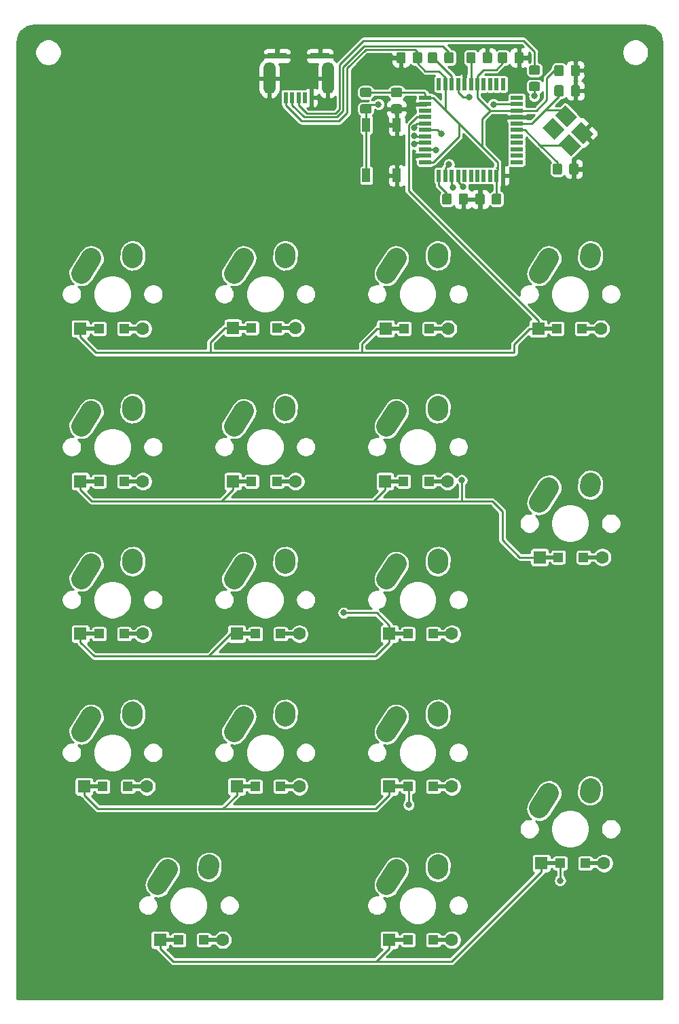
<source format=gbl>
G04 #@! TF.GenerationSoftware,KiCad,Pcbnew,(5.1.5)-3*
G04 #@! TF.CreationDate,2020-06-24T14:41:19-07:00*
G04 #@! TF.ProjectId,numpad,6e756d70-6164-42e6-9b69-6361645f7063,rev?*
G04 #@! TF.SameCoordinates,Original*
G04 #@! TF.FileFunction,Copper,L2,Bot*
G04 #@! TF.FilePolarity,Positive*
%FSLAX46Y46*%
G04 Gerber Fmt 4.6, Leading zero omitted, Abs format (unit mm)*
G04 Created by KiCad (PCBNEW (5.1.5)-3) date 2020-06-24 14:41:19*
%MOMM*%
%LPD*%
G04 APERTURE LIST*
%ADD10C,2.500000*%
%ADD11R,1.200000X1.200000*%
%ADD12R,1.600000X1.600000*%
%ADD13C,1.600000*%
%ADD14R,2.500000X0.500000*%
%ADD15C,0.100000*%
%ADD16R,2.350000X0.800000*%
%ADD17R,0.500000X1.400000*%
%ADD18O,1.500000X4.000000*%
%ADD19R,1.000000X1.700000*%
%ADD20R,0.550000X1.500000*%
%ADD21R,1.500000X0.550000*%
%ADD22C,0.800000*%
%ADD23C,0.250000*%
%ADD24C,0.228600*%
G04 APERTURE END LIST*
D10*
X170990974Y-120955872D02*
X170951526Y-121534528D01*
X165800712Y-121566385D02*
X164591788Y-123464015D01*
X151977224Y-130483172D02*
X151937776Y-131061828D01*
X146786962Y-131093685D02*
X145578038Y-132991315D01*
X123430324Y-130483172D02*
X123390876Y-131061828D01*
X118240062Y-131093685D02*
X117031138Y-132991315D01*
X151977224Y-111428483D02*
X151937776Y-112007139D01*
X146786962Y-112038996D02*
X145578038Y-113936626D01*
X132945974Y-111428483D02*
X132906526Y-112007139D01*
X127755712Y-112038996D02*
X126546788Y-113936626D01*
X113914724Y-111428483D02*
X113875276Y-112007139D01*
X108724462Y-112038996D02*
X107515538Y-113936626D01*
X151977224Y-92373796D02*
X151937776Y-92952452D01*
X146786962Y-92984309D02*
X145578038Y-94881939D01*
X132945974Y-92373796D02*
X132906526Y-92952452D01*
X127755712Y-92984309D02*
X126546788Y-94881939D01*
X113914724Y-92373796D02*
X113875276Y-92952452D01*
X108724462Y-92984309D02*
X107515538Y-94881939D01*
X170990974Y-82846472D02*
X170951526Y-83425128D01*
X165800712Y-83456985D02*
X164591788Y-85354615D01*
X151977224Y-73319109D02*
X151937776Y-73897765D01*
X146786962Y-73929622D02*
X145578038Y-75827252D01*
X132945974Y-73319109D02*
X132906526Y-73897765D01*
X127755712Y-73929622D02*
X126546788Y-75827252D01*
X113914724Y-73319109D02*
X113875276Y-73897765D01*
X108724462Y-73929622D02*
X107515538Y-75827252D01*
X170990974Y-54264422D02*
X170951526Y-54843078D01*
X165800712Y-54874935D02*
X164591788Y-56772565D01*
X151977224Y-54264422D02*
X151937776Y-54843078D01*
X146786962Y-54874935D02*
X145578038Y-56772565D01*
X113914724Y-54264422D02*
X113875276Y-54843078D01*
X108724462Y-54874935D02*
X107515538Y-56772565D01*
X132945974Y-54264422D02*
X132906526Y-54843078D01*
X127755712Y-54874935D02*
X126546788Y-56772565D01*
D11*
X122793750Y-139875000D03*
X119643750Y-139875000D03*
D12*
X117318750Y-139875000D03*
D13*
X125118750Y-139875000D03*
D14*
X118518750Y-139875000D03*
X123918750Y-139875000D03*
G04 #@! TA.AperFunction,SMDPad,CuDef*
D15*
G36*
X169472005Y-33304954D02*
G01*
X169496273Y-33308554D01*
X169520072Y-33314515D01*
X169543171Y-33322780D01*
X169565350Y-33333270D01*
X169586393Y-33345882D01*
X169606099Y-33360497D01*
X169624277Y-33376973D01*
X169640753Y-33395151D01*
X169655368Y-33414857D01*
X169667980Y-33435900D01*
X169678470Y-33458079D01*
X169686735Y-33481178D01*
X169692696Y-33504977D01*
X169696296Y-33529245D01*
X169697500Y-33553749D01*
X169697500Y-34453751D01*
X169696296Y-34478255D01*
X169692696Y-34502523D01*
X169686735Y-34526322D01*
X169678470Y-34549421D01*
X169667980Y-34571600D01*
X169655368Y-34592643D01*
X169640753Y-34612349D01*
X169624277Y-34630527D01*
X169606099Y-34647003D01*
X169586393Y-34661618D01*
X169565350Y-34674230D01*
X169543171Y-34684720D01*
X169520072Y-34692985D01*
X169496273Y-34698946D01*
X169472005Y-34702546D01*
X169447501Y-34703750D01*
X168797499Y-34703750D01*
X168772995Y-34702546D01*
X168748727Y-34698946D01*
X168724928Y-34692985D01*
X168701829Y-34684720D01*
X168679650Y-34674230D01*
X168658607Y-34661618D01*
X168638901Y-34647003D01*
X168620723Y-34630527D01*
X168604247Y-34612349D01*
X168589632Y-34592643D01*
X168577020Y-34571600D01*
X168566530Y-34549421D01*
X168558265Y-34526322D01*
X168552304Y-34502523D01*
X168548704Y-34478255D01*
X168547500Y-34453751D01*
X168547500Y-33553749D01*
X168548704Y-33529245D01*
X168552304Y-33504977D01*
X168558265Y-33481178D01*
X168566530Y-33458079D01*
X168577020Y-33435900D01*
X168589632Y-33414857D01*
X168604247Y-33395151D01*
X168620723Y-33376973D01*
X168638901Y-33360497D01*
X168658607Y-33345882D01*
X168679650Y-33333270D01*
X168701829Y-33322780D01*
X168724928Y-33314515D01*
X168748727Y-33308554D01*
X168772995Y-33304954D01*
X168797499Y-33303750D01*
X169447501Y-33303750D01*
X169472005Y-33304954D01*
G37*
G04 #@! TD.AperFunction*
G04 #@! TA.AperFunction,SMDPad,CuDef*
G36*
X167422005Y-33304954D02*
G01*
X167446273Y-33308554D01*
X167470072Y-33314515D01*
X167493171Y-33322780D01*
X167515350Y-33333270D01*
X167536393Y-33345882D01*
X167556099Y-33360497D01*
X167574277Y-33376973D01*
X167590753Y-33395151D01*
X167605368Y-33414857D01*
X167617980Y-33435900D01*
X167628470Y-33458079D01*
X167636735Y-33481178D01*
X167642696Y-33504977D01*
X167646296Y-33529245D01*
X167647500Y-33553749D01*
X167647500Y-34453751D01*
X167646296Y-34478255D01*
X167642696Y-34502523D01*
X167636735Y-34526322D01*
X167628470Y-34549421D01*
X167617980Y-34571600D01*
X167605368Y-34592643D01*
X167590753Y-34612349D01*
X167574277Y-34630527D01*
X167556099Y-34647003D01*
X167536393Y-34661618D01*
X167515350Y-34674230D01*
X167493171Y-34684720D01*
X167470072Y-34692985D01*
X167446273Y-34698946D01*
X167422005Y-34702546D01*
X167397501Y-34703750D01*
X166747499Y-34703750D01*
X166722995Y-34702546D01*
X166698727Y-34698946D01*
X166674928Y-34692985D01*
X166651829Y-34684720D01*
X166629650Y-34674230D01*
X166608607Y-34661618D01*
X166588901Y-34647003D01*
X166570723Y-34630527D01*
X166554247Y-34612349D01*
X166539632Y-34592643D01*
X166527020Y-34571600D01*
X166516530Y-34549421D01*
X166508265Y-34526322D01*
X166502304Y-34502523D01*
X166498704Y-34478255D01*
X166497500Y-34453751D01*
X166497500Y-33553749D01*
X166498704Y-33529245D01*
X166502304Y-33504977D01*
X166508265Y-33481178D01*
X166516530Y-33458079D01*
X166527020Y-33435900D01*
X166539632Y-33414857D01*
X166554247Y-33395151D01*
X166570723Y-33376973D01*
X166588901Y-33360497D01*
X166608607Y-33345882D01*
X166629650Y-33333270D01*
X166651829Y-33322780D01*
X166674928Y-33314515D01*
X166698727Y-33308554D01*
X166722995Y-33304954D01*
X166747499Y-33303750D01*
X167397501Y-33303750D01*
X167422005Y-33304954D01*
G37*
G04 #@! TD.AperFunction*
G04 #@! TA.AperFunction,SMDPad,CuDef*
G36*
X167222005Y-43054954D02*
G01*
X167246273Y-43058554D01*
X167270072Y-43064515D01*
X167293171Y-43072780D01*
X167315350Y-43083270D01*
X167336393Y-43095882D01*
X167356099Y-43110497D01*
X167374277Y-43126973D01*
X167390753Y-43145151D01*
X167405368Y-43164857D01*
X167417980Y-43185900D01*
X167428470Y-43208079D01*
X167436735Y-43231178D01*
X167442696Y-43254977D01*
X167446296Y-43279245D01*
X167447500Y-43303749D01*
X167447500Y-44203751D01*
X167446296Y-44228255D01*
X167442696Y-44252523D01*
X167436735Y-44276322D01*
X167428470Y-44299421D01*
X167417980Y-44321600D01*
X167405368Y-44342643D01*
X167390753Y-44362349D01*
X167374277Y-44380527D01*
X167356099Y-44397003D01*
X167336393Y-44411618D01*
X167315350Y-44424230D01*
X167293171Y-44434720D01*
X167270072Y-44442985D01*
X167246273Y-44448946D01*
X167222005Y-44452546D01*
X167197501Y-44453750D01*
X166547499Y-44453750D01*
X166522995Y-44452546D01*
X166498727Y-44448946D01*
X166474928Y-44442985D01*
X166451829Y-44434720D01*
X166429650Y-44424230D01*
X166408607Y-44411618D01*
X166388901Y-44397003D01*
X166370723Y-44380527D01*
X166354247Y-44362349D01*
X166339632Y-44342643D01*
X166327020Y-44321600D01*
X166316530Y-44299421D01*
X166308265Y-44276322D01*
X166302304Y-44252523D01*
X166298704Y-44228255D01*
X166297500Y-44203751D01*
X166297500Y-43303749D01*
X166298704Y-43279245D01*
X166302304Y-43254977D01*
X166308265Y-43231178D01*
X166316530Y-43208079D01*
X166327020Y-43185900D01*
X166339632Y-43164857D01*
X166354247Y-43145151D01*
X166370723Y-43126973D01*
X166388901Y-43110497D01*
X166408607Y-43095882D01*
X166429650Y-43083270D01*
X166451829Y-43072780D01*
X166474928Y-43064515D01*
X166498727Y-43058554D01*
X166522995Y-43054954D01*
X166547499Y-43053750D01*
X167197501Y-43053750D01*
X167222005Y-43054954D01*
G37*
G04 #@! TD.AperFunction*
G04 #@! TA.AperFunction,SMDPad,CuDef*
G36*
X169272005Y-43054954D02*
G01*
X169296273Y-43058554D01*
X169320072Y-43064515D01*
X169343171Y-43072780D01*
X169365350Y-43083270D01*
X169386393Y-43095882D01*
X169406099Y-43110497D01*
X169424277Y-43126973D01*
X169440753Y-43145151D01*
X169455368Y-43164857D01*
X169467980Y-43185900D01*
X169478470Y-43208079D01*
X169486735Y-43231178D01*
X169492696Y-43254977D01*
X169496296Y-43279245D01*
X169497500Y-43303749D01*
X169497500Y-44203751D01*
X169496296Y-44228255D01*
X169492696Y-44252523D01*
X169486735Y-44276322D01*
X169478470Y-44299421D01*
X169467980Y-44321600D01*
X169455368Y-44342643D01*
X169440753Y-44362349D01*
X169424277Y-44380527D01*
X169406099Y-44397003D01*
X169386393Y-44411618D01*
X169365350Y-44424230D01*
X169343171Y-44434720D01*
X169320072Y-44442985D01*
X169296273Y-44448946D01*
X169272005Y-44452546D01*
X169247501Y-44453750D01*
X168597499Y-44453750D01*
X168572995Y-44452546D01*
X168548727Y-44448946D01*
X168524928Y-44442985D01*
X168501829Y-44434720D01*
X168479650Y-44424230D01*
X168458607Y-44411618D01*
X168438901Y-44397003D01*
X168420723Y-44380527D01*
X168404247Y-44362349D01*
X168389632Y-44342643D01*
X168377020Y-44321600D01*
X168366530Y-44299421D01*
X168358265Y-44276322D01*
X168352304Y-44252523D01*
X168348704Y-44228255D01*
X168347500Y-44203751D01*
X168347500Y-43303749D01*
X168348704Y-43279245D01*
X168352304Y-43254977D01*
X168358265Y-43231178D01*
X168366530Y-43208079D01*
X168377020Y-43185900D01*
X168389632Y-43164857D01*
X168404247Y-43145151D01*
X168420723Y-43126973D01*
X168438901Y-43110497D01*
X168458607Y-43095882D01*
X168479650Y-43083270D01*
X168501829Y-43072780D01*
X168524928Y-43064515D01*
X168548727Y-43058554D01*
X168572995Y-43054954D01*
X168597499Y-43053750D01*
X169247501Y-43053750D01*
X169272005Y-43054954D01*
G37*
G04 #@! TD.AperFunction*
G04 #@! TA.AperFunction,SMDPad,CuDef*
G36*
X160384505Y-29179954D02*
G01*
X160408773Y-29183554D01*
X160432572Y-29189515D01*
X160455671Y-29197780D01*
X160477850Y-29208270D01*
X160498893Y-29220882D01*
X160518599Y-29235497D01*
X160536777Y-29251973D01*
X160553253Y-29270151D01*
X160567868Y-29289857D01*
X160580480Y-29310900D01*
X160590970Y-29333079D01*
X160599235Y-29356178D01*
X160605196Y-29379977D01*
X160608796Y-29404245D01*
X160610000Y-29428749D01*
X160610000Y-30328751D01*
X160608796Y-30353255D01*
X160605196Y-30377523D01*
X160599235Y-30401322D01*
X160590970Y-30424421D01*
X160580480Y-30446600D01*
X160567868Y-30467643D01*
X160553253Y-30487349D01*
X160536777Y-30505527D01*
X160518599Y-30522003D01*
X160498893Y-30536618D01*
X160477850Y-30549230D01*
X160455671Y-30559720D01*
X160432572Y-30567985D01*
X160408773Y-30573946D01*
X160384505Y-30577546D01*
X160360001Y-30578750D01*
X159709999Y-30578750D01*
X159685495Y-30577546D01*
X159661227Y-30573946D01*
X159637428Y-30567985D01*
X159614329Y-30559720D01*
X159592150Y-30549230D01*
X159571107Y-30536618D01*
X159551401Y-30522003D01*
X159533223Y-30505527D01*
X159516747Y-30487349D01*
X159502132Y-30467643D01*
X159489520Y-30446600D01*
X159479030Y-30424421D01*
X159470765Y-30401322D01*
X159464804Y-30377523D01*
X159461204Y-30353255D01*
X159460000Y-30328751D01*
X159460000Y-29428749D01*
X159461204Y-29404245D01*
X159464804Y-29379977D01*
X159470765Y-29356178D01*
X159479030Y-29333079D01*
X159489520Y-29310900D01*
X159502132Y-29289857D01*
X159516747Y-29270151D01*
X159533223Y-29251973D01*
X159551401Y-29235497D01*
X159571107Y-29220882D01*
X159592150Y-29208270D01*
X159614329Y-29197780D01*
X159637428Y-29189515D01*
X159661227Y-29183554D01*
X159685495Y-29179954D01*
X159709999Y-29178750D01*
X160360001Y-29178750D01*
X160384505Y-29179954D01*
G37*
G04 #@! TD.AperFunction*
G04 #@! TA.AperFunction,SMDPad,CuDef*
G36*
X162434505Y-29179954D02*
G01*
X162458773Y-29183554D01*
X162482572Y-29189515D01*
X162505671Y-29197780D01*
X162527850Y-29208270D01*
X162548893Y-29220882D01*
X162568599Y-29235497D01*
X162586777Y-29251973D01*
X162603253Y-29270151D01*
X162617868Y-29289857D01*
X162630480Y-29310900D01*
X162640970Y-29333079D01*
X162649235Y-29356178D01*
X162655196Y-29379977D01*
X162658796Y-29404245D01*
X162660000Y-29428749D01*
X162660000Y-30328751D01*
X162658796Y-30353255D01*
X162655196Y-30377523D01*
X162649235Y-30401322D01*
X162640970Y-30424421D01*
X162630480Y-30446600D01*
X162617868Y-30467643D01*
X162603253Y-30487349D01*
X162586777Y-30505527D01*
X162568599Y-30522003D01*
X162548893Y-30536618D01*
X162527850Y-30549230D01*
X162505671Y-30559720D01*
X162482572Y-30567985D01*
X162458773Y-30573946D01*
X162434505Y-30577546D01*
X162410001Y-30578750D01*
X161759999Y-30578750D01*
X161735495Y-30577546D01*
X161711227Y-30573946D01*
X161687428Y-30567985D01*
X161664329Y-30559720D01*
X161642150Y-30549230D01*
X161621107Y-30536618D01*
X161601401Y-30522003D01*
X161583223Y-30505527D01*
X161566747Y-30487349D01*
X161552132Y-30467643D01*
X161539520Y-30446600D01*
X161529030Y-30424421D01*
X161520765Y-30401322D01*
X161514804Y-30377523D01*
X161511204Y-30353255D01*
X161510000Y-30328751D01*
X161510000Y-29428749D01*
X161511204Y-29404245D01*
X161514804Y-29379977D01*
X161520765Y-29356178D01*
X161529030Y-29333079D01*
X161539520Y-29310900D01*
X161552132Y-29289857D01*
X161566747Y-29270151D01*
X161583223Y-29251973D01*
X161601401Y-29235497D01*
X161621107Y-29220882D01*
X161642150Y-29208270D01*
X161664329Y-29197780D01*
X161687428Y-29189515D01*
X161711227Y-29183554D01*
X161735495Y-29179954D01*
X161759999Y-29178750D01*
X162410001Y-29178750D01*
X162434505Y-29179954D01*
G37*
G04 #@! TD.AperFunction*
G04 #@! TA.AperFunction,SMDPad,CuDef*
G36*
X169459505Y-30773704D02*
G01*
X169483773Y-30777304D01*
X169507572Y-30783265D01*
X169530671Y-30791530D01*
X169552850Y-30802020D01*
X169573893Y-30814632D01*
X169593599Y-30829247D01*
X169611777Y-30845723D01*
X169628253Y-30863901D01*
X169642868Y-30883607D01*
X169655480Y-30904650D01*
X169665970Y-30926829D01*
X169674235Y-30949928D01*
X169680196Y-30973727D01*
X169683796Y-30997995D01*
X169685000Y-31022499D01*
X169685000Y-31922501D01*
X169683796Y-31947005D01*
X169680196Y-31971273D01*
X169674235Y-31995072D01*
X169665970Y-32018171D01*
X169655480Y-32040350D01*
X169642868Y-32061393D01*
X169628253Y-32081099D01*
X169611777Y-32099277D01*
X169593599Y-32115753D01*
X169573893Y-32130368D01*
X169552850Y-32142980D01*
X169530671Y-32153470D01*
X169507572Y-32161735D01*
X169483773Y-32167696D01*
X169459505Y-32171296D01*
X169435001Y-32172500D01*
X168784999Y-32172500D01*
X168760495Y-32171296D01*
X168736227Y-32167696D01*
X168712428Y-32161735D01*
X168689329Y-32153470D01*
X168667150Y-32142980D01*
X168646107Y-32130368D01*
X168626401Y-32115753D01*
X168608223Y-32099277D01*
X168591747Y-32081099D01*
X168577132Y-32061393D01*
X168564520Y-32040350D01*
X168554030Y-32018171D01*
X168545765Y-31995072D01*
X168539804Y-31971273D01*
X168536204Y-31947005D01*
X168535000Y-31922501D01*
X168535000Y-31022499D01*
X168536204Y-30997995D01*
X168539804Y-30973727D01*
X168545765Y-30949928D01*
X168554030Y-30926829D01*
X168564520Y-30904650D01*
X168577132Y-30883607D01*
X168591747Y-30863901D01*
X168608223Y-30845723D01*
X168626401Y-30829247D01*
X168646107Y-30814632D01*
X168667150Y-30802020D01*
X168689329Y-30791530D01*
X168712428Y-30783265D01*
X168736227Y-30777304D01*
X168760495Y-30773704D01*
X168784999Y-30772500D01*
X169435001Y-30772500D01*
X169459505Y-30773704D01*
G37*
G04 #@! TD.AperFunction*
G04 #@! TA.AperFunction,SMDPad,CuDef*
G36*
X167409505Y-30773704D02*
G01*
X167433773Y-30777304D01*
X167457572Y-30783265D01*
X167480671Y-30791530D01*
X167502850Y-30802020D01*
X167523893Y-30814632D01*
X167543599Y-30829247D01*
X167561777Y-30845723D01*
X167578253Y-30863901D01*
X167592868Y-30883607D01*
X167605480Y-30904650D01*
X167615970Y-30926829D01*
X167624235Y-30949928D01*
X167630196Y-30973727D01*
X167633796Y-30997995D01*
X167635000Y-31022499D01*
X167635000Y-31922501D01*
X167633796Y-31947005D01*
X167630196Y-31971273D01*
X167624235Y-31995072D01*
X167615970Y-32018171D01*
X167605480Y-32040350D01*
X167592868Y-32061393D01*
X167578253Y-32081099D01*
X167561777Y-32099277D01*
X167543599Y-32115753D01*
X167523893Y-32130368D01*
X167502850Y-32142980D01*
X167480671Y-32153470D01*
X167457572Y-32161735D01*
X167433773Y-32167696D01*
X167409505Y-32171296D01*
X167385001Y-32172500D01*
X166734999Y-32172500D01*
X166710495Y-32171296D01*
X166686227Y-32167696D01*
X166662428Y-32161735D01*
X166639329Y-32153470D01*
X166617150Y-32142980D01*
X166596107Y-32130368D01*
X166576401Y-32115753D01*
X166558223Y-32099277D01*
X166541747Y-32081099D01*
X166527132Y-32061393D01*
X166514520Y-32040350D01*
X166504030Y-32018171D01*
X166495765Y-31995072D01*
X166489804Y-31971273D01*
X166486204Y-31947005D01*
X166485000Y-31922501D01*
X166485000Y-31022499D01*
X166486204Y-30997995D01*
X166489804Y-30973727D01*
X166495765Y-30949928D01*
X166504030Y-30926829D01*
X166514520Y-30904650D01*
X166527132Y-30883607D01*
X166541747Y-30863901D01*
X166558223Y-30845723D01*
X166576401Y-30829247D01*
X166596107Y-30814632D01*
X166617150Y-30802020D01*
X166639329Y-30791530D01*
X166662428Y-30783265D01*
X166686227Y-30777304D01*
X166710495Y-30773704D01*
X166734999Y-30772500D01*
X167385001Y-30772500D01*
X167409505Y-30773704D01*
G37*
G04 #@! TD.AperFunction*
G04 #@! TA.AperFunction,SMDPad,CuDef*
G36*
X159622005Y-46804954D02*
G01*
X159646273Y-46808554D01*
X159670072Y-46814515D01*
X159693171Y-46822780D01*
X159715350Y-46833270D01*
X159736393Y-46845882D01*
X159756099Y-46860497D01*
X159774277Y-46876973D01*
X159790753Y-46895151D01*
X159805368Y-46914857D01*
X159817980Y-46935900D01*
X159828470Y-46958079D01*
X159836735Y-46981178D01*
X159842696Y-47004977D01*
X159846296Y-47029245D01*
X159847500Y-47053749D01*
X159847500Y-47953751D01*
X159846296Y-47978255D01*
X159842696Y-48002523D01*
X159836735Y-48026322D01*
X159828470Y-48049421D01*
X159817980Y-48071600D01*
X159805368Y-48092643D01*
X159790753Y-48112349D01*
X159774277Y-48130527D01*
X159756099Y-48147003D01*
X159736393Y-48161618D01*
X159715350Y-48174230D01*
X159693171Y-48184720D01*
X159670072Y-48192985D01*
X159646273Y-48198946D01*
X159622005Y-48202546D01*
X159597501Y-48203750D01*
X158947499Y-48203750D01*
X158922995Y-48202546D01*
X158898727Y-48198946D01*
X158874928Y-48192985D01*
X158851829Y-48184720D01*
X158829650Y-48174230D01*
X158808607Y-48161618D01*
X158788901Y-48147003D01*
X158770723Y-48130527D01*
X158754247Y-48112349D01*
X158739632Y-48092643D01*
X158727020Y-48071600D01*
X158716530Y-48049421D01*
X158708265Y-48026322D01*
X158702304Y-48002523D01*
X158698704Y-47978255D01*
X158697500Y-47953751D01*
X158697500Y-47053749D01*
X158698704Y-47029245D01*
X158702304Y-47004977D01*
X158708265Y-46981178D01*
X158716530Y-46958079D01*
X158727020Y-46935900D01*
X158739632Y-46914857D01*
X158754247Y-46895151D01*
X158770723Y-46876973D01*
X158788901Y-46860497D01*
X158808607Y-46845882D01*
X158829650Y-46833270D01*
X158851829Y-46822780D01*
X158874928Y-46814515D01*
X158898727Y-46808554D01*
X158922995Y-46804954D01*
X158947499Y-46803750D01*
X159597501Y-46803750D01*
X159622005Y-46804954D01*
G37*
G04 #@! TD.AperFunction*
G04 #@! TA.AperFunction,SMDPad,CuDef*
G36*
X157572005Y-46804954D02*
G01*
X157596273Y-46808554D01*
X157620072Y-46814515D01*
X157643171Y-46822780D01*
X157665350Y-46833270D01*
X157686393Y-46845882D01*
X157706099Y-46860497D01*
X157724277Y-46876973D01*
X157740753Y-46895151D01*
X157755368Y-46914857D01*
X157767980Y-46935900D01*
X157778470Y-46958079D01*
X157786735Y-46981178D01*
X157792696Y-47004977D01*
X157796296Y-47029245D01*
X157797500Y-47053749D01*
X157797500Y-47953751D01*
X157796296Y-47978255D01*
X157792696Y-48002523D01*
X157786735Y-48026322D01*
X157778470Y-48049421D01*
X157767980Y-48071600D01*
X157755368Y-48092643D01*
X157740753Y-48112349D01*
X157724277Y-48130527D01*
X157706099Y-48147003D01*
X157686393Y-48161618D01*
X157665350Y-48174230D01*
X157643171Y-48184720D01*
X157620072Y-48192985D01*
X157596273Y-48198946D01*
X157572005Y-48202546D01*
X157547501Y-48203750D01*
X156897499Y-48203750D01*
X156872995Y-48202546D01*
X156848727Y-48198946D01*
X156824928Y-48192985D01*
X156801829Y-48184720D01*
X156779650Y-48174230D01*
X156758607Y-48161618D01*
X156738901Y-48147003D01*
X156720723Y-48130527D01*
X156704247Y-48112349D01*
X156689632Y-48092643D01*
X156677020Y-48071600D01*
X156666530Y-48049421D01*
X156658265Y-48026322D01*
X156652304Y-48002523D01*
X156648704Y-47978255D01*
X156647500Y-47953751D01*
X156647500Y-47053749D01*
X156648704Y-47029245D01*
X156652304Y-47004977D01*
X156658265Y-46981178D01*
X156666530Y-46958079D01*
X156677020Y-46935900D01*
X156689632Y-46914857D01*
X156704247Y-46895151D01*
X156720723Y-46876973D01*
X156738901Y-46860497D01*
X156758607Y-46845882D01*
X156779650Y-46833270D01*
X156801829Y-46822780D01*
X156824928Y-46814515D01*
X156848727Y-46808554D01*
X156872995Y-46804954D01*
X156897499Y-46803750D01*
X157547501Y-46803750D01*
X157572005Y-46804954D01*
G37*
G04 #@! TD.AperFunction*
G04 #@! TA.AperFunction,SMDPad,CuDef*
G36*
X147284505Y-35679954D02*
G01*
X147308773Y-35683554D01*
X147332572Y-35689515D01*
X147355671Y-35697780D01*
X147377850Y-35708270D01*
X147398893Y-35720882D01*
X147418599Y-35735497D01*
X147436777Y-35751973D01*
X147453253Y-35770151D01*
X147467868Y-35789857D01*
X147480480Y-35810900D01*
X147490970Y-35833079D01*
X147499235Y-35856178D01*
X147505196Y-35879977D01*
X147508796Y-35904245D01*
X147510000Y-35928749D01*
X147510000Y-36578751D01*
X147508796Y-36603255D01*
X147505196Y-36627523D01*
X147499235Y-36651322D01*
X147490970Y-36674421D01*
X147480480Y-36696600D01*
X147467868Y-36717643D01*
X147453253Y-36737349D01*
X147436777Y-36755527D01*
X147418599Y-36772003D01*
X147398893Y-36786618D01*
X147377850Y-36799230D01*
X147355671Y-36809720D01*
X147332572Y-36817985D01*
X147308773Y-36823946D01*
X147284505Y-36827546D01*
X147260001Y-36828750D01*
X146359999Y-36828750D01*
X146335495Y-36827546D01*
X146311227Y-36823946D01*
X146287428Y-36817985D01*
X146264329Y-36809720D01*
X146242150Y-36799230D01*
X146221107Y-36786618D01*
X146201401Y-36772003D01*
X146183223Y-36755527D01*
X146166747Y-36737349D01*
X146152132Y-36717643D01*
X146139520Y-36696600D01*
X146129030Y-36674421D01*
X146120765Y-36651322D01*
X146114804Y-36627523D01*
X146111204Y-36603255D01*
X146110000Y-36578751D01*
X146110000Y-35928749D01*
X146111204Y-35904245D01*
X146114804Y-35879977D01*
X146120765Y-35856178D01*
X146129030Y-35833079D01*
X146139520Y-35810900D01*
X146152132Y-35789857D01*
X146166747Y-35770151D01*
X146183223Y-35751973D01*
X146201401Y-35735497D01*
X146221107Y-35720882D01*
X146242150Y-35708270D01*
X146264329Y-35697780D01*
X146287428Y-35689515D01*
X146311227Y-35683554D01*
X146335495Y-35679954D01*
X146359999Y-35678750D01*
X147260001Y-35678750D01*
X147284505Y-35679954D01*
G37*
G04 #@! TD.AperFunction*
G04 #@! TA.AperFunction,SMDPad,CuDef*
G36*
X147284505Y-33629954D02*
G01*
X147308773Y-33633554D01*
X147332572Y-33639515D01*
X147355671Y-33647780D01*
X147377850Y-33658270D01*
X147398893Y-33670882D01*
X147418599Y-33685497D01*
X147436777Y-33701973D01*
X147453253Y-33720151D01*
X147467868Y-33739857D01*
X147480480Y-33760900D01*
X147490970Y-33783079D01*
X147499235Y-33806178D01*
X147505196Y-33829977D01*
X147508796Y-33854245D01*
X147510000Y-33878749D01*
X147510000Y-34528751D01*
X147508796Y-34553255D01*
X147505196Y-34577523D01*
X147499235Y-34601322D01*
X147490970Y-34624421D01*
X147480480Y-34646600D01*
X147467868Y-34667643D01*
X147453253Y-34687349D01*
X147436777Y-34705527D01*
X147418599Y-34722003D01*
X147398893Y-34736618D01*
X147377850Y-34749230D01*
X147355671Y-34759720D01*
X147332572Y-34767985D01*
X147308773Y-34773946D01*
X147284505Y-34777546D01*
X147260001Y-34778750D01*
X146359999Y-34778750D01*
X146335495Y-34777546D01*
X146311227Y-34773946D01*
X146287428Y-34767985D01*
X146264329Y-34759720D01*
X146242150Y-34749230D01*
X146221107Y-34736618D01*
X146201401Y-34722003D01*
X146183223Y-34705527D01*
X146166747Y-34687349D01*
X146152132Y-34667643D01*
X146139520Y-34646600D01*
X146129030Y-34624421D01*
X146120765Y-34601322D01*
X146114804Y-34577523D01*
X146111204Y-34553255D01*
X146110000Y-34528751D01*
X146110000Y-33878749D01*
X146111204Y-33854245D01*
X146114804Y-33829977D01*
X146120765Y-33806178D01*
X146129030Y-33783079D01*
X146139520Y-33760900D01*
X146152132Y-33739857D01*
X146166747Y-33720151D01*
X146183223Y-33701973D01*
X146201401Y-33685497D01*
X146221107Y-33670882D01*
X146242150Y-33658270D01*
X146264329Y-33647780D01*
X146287428Y-33639515D01*
X146311227Y-33633554D01*
X146335495Y-33629954D01*
X146359999Y-33628750D01*
X147260001Y-33628750D01*
X147284505Y-33629954D01*
G37*
G04 #@! TD.AperFunction*
G04 #@! TA.AperFunction,SMDPad,CuDef*
G36*
X149772005Y-29179954D02*
G01*
X149796273Y-29183554D01*
X149820072Y-29189515D01*
X149843171Y-29197780D01*
X149865350Y-29208270D01*
X149886393Y-29220882D01*
X149906099Y-29235497D01*
X149924277Y-29251973D01*
X149940753Y-29270151D01*
X149955368Y-29289857D01*
X149967980Y-29310900D01*
X149978470Y-29333079D01*
X149986735Y-29356178D01*
X149992696Y-29379977D01*
X149996296Y-29404245D01*
X149997500Y-29428749D01*
X149997500Y-30328751D01*
X149996296Y-30353255D01*
X149992696Y-30377523D01*
X149986735Y-30401322D01*
X149978470Y-30424421D01*
X149967980Y-30446600D01*
X149955368Y-30467643D01*
X149940753Y-30487349D01*
X149924277Y-30505527D01*
X149906099Y-30522003D01*
X149886393Y-30536618D01*
X149865350Y-30549230D01*
X149843171Y-30559720D01*
X149820072Y-30567985D01*
X149796273Y-30573946D01*
X149772005Y-30577546D01*
X149747501Y-30578750D01*
X149097499Y-30578750D01*
X149072995Y-30577546D01*
X149048727Y-30573946D01*
X149024928Y-30567985D01*
X149001829Y-30559720D01*
X148979650Y-30549230D01*
X148958607Y-30536618D01*
X148938901Y-30522003D01*
X148920723Y-30505527D01*
X148904247Y-30487349D01*
X148889632Y-30467643D01*
X148877020Y-30446600D01*
X148866530Y-30424421D01*
X148858265Y-30401322D01*
X148852304Y-30377523D01*
X148848704Y-30353255D01*
X148847500Y-30328751D01*
X148847500Y-29428749D01*
X148848704Y-29404245D01*
X148852304Y-29379977D01*
X148858265Y-29356178D01*
X148866530Y-29333079D01*
X148877020Y-29310900D01*
X148889632Y-29289857D01*
X148904247Y-29270151D01*
X148920723Y-29251973D01*
X148938901Y-29235497D01*
X148958607Y-29220882D01*
X148979650Y-29208270D01*
X149001829Y-29197780D01*
X149024928Y-29189515D01*
X149048727Y-29183554D01*
X149072995Y-29179954D01*
X149097499Y-29178750D01*
X149747501Y-29178750D01*
X149772005Y-29179954D01*
G37*
G04 #@! TD.AperFunction*
G04 #@! TA.AperFunction,SMDPad,CuDef*
G36*
X147722005Y-29179954D02*
G01*
X147746273Y-29183554D01*
X147770072Y-29189515D01*
X147793171Y-29197780D01*
X147815350Y-29208270D01*
X147836393Y-29220882D01*
X147856099Y-29235497D01*
X147874277Y-29251973D01*
X147890753Y-29270151D01*
X147905368Y-29289857D01*
X147917980Y-29310900D01*
X147928470Y-29333079D01*
X147936735Y-29356178D01*
X147942696Y-29379977D01*
X147946296Y-29404245D01*
X147947500Y-29428749D01*
X147947500Y-30328751D01*
X147946296Y-30353255D01*
X147942696Y-30377523D01*
X147936735Y-30401322D01*
X147928470Y-30424421D01*
X147917980Y-30446600D01*
X147905368Y-30467643D01*
X147890753Y-30487349D01*
X147874277Y-30505527D01*
X147856099Y-30522003D01*
X147836393Y-30536618D01*
X147815350Y-30549230D01*
X147793171Y-30559720D01*
X147770072Y-30567985D01*
X147746273Y-30573946D01*
X147722005Y-30577546D01*
X147697501Y-30578750D01*
X147047499Y-30578750D01*
X147022995Y-30577546D01*
X146998727Y-30573946D01*
X146974928Y-30567985D01*
X146951829Y-30559720D01*
X146929650Y-30549230D01*
X146908607Y-30536618D01*
X146888901Y-30522003D01*
X146870723Y-30505527D01*
X146854247Y-30487349D01*
X146839632Y-30467643D01*
X146827020Y-30446600D01*
X146816530Y-30424421D01*
X146808265Y-30401322D01*
X146802304Y-30377523D01*
X146798704Y-30353255D01*
X146797500Y-30328751D01*
X146797500Y-29428749D01*
X146798704Y-29404245D01*
X146802304Y-29379977D01*
X146808265Y-29356178D01*
X146816530Y-29333079D01*
X146827020Y-29310900D01*
X146839632Y-29289857D01*
X146854247Y-29270151D01*
X146870723Y-29251973D01*
X146888901Y-29235497D01*
X146908607Y-29220882D01*
X146929650Y-29208270D01*
X146951829Y-29197780D01*
X146974928Y-29189515D01*
X146998727Y-29183554D01*
X147022995Y-29179954D01*
X147047499Y-29178750D01*
X147697501Y-29178750D01*
X147722005Y-29179954D01*
G37*
G04 #@! TD.AperFunction*
G04 #@! TA.AperFunction,SMDPad,CuDef*
G36*
X158490755Y-29179954D02*
G01*
X158515023Y-29183554D01*
X158538822Y-29189515D01*
X158561921Y-29197780D01*
X158584100Y-29208270D01*
X158605143Y-29220882D01*
X158624849Y-29235497D01*
X158643027Y-29251973D01*
X158659503Y-29270151D01*
X158674118Y-29289857D01*
X158686730Y-29310900D01*
X158697220Y-29333079D01*
X158705485Y-29356178D01*
X158711446Y-29379977D01*
X158715046Y-29404245D01*
X158716250Y-29428749D01*
X158716250Y-30328751D01*
X158715046Y-30353255D01*
X158711446Y-30377523D01*
X158705485Y-30401322D01*
X158697220Y-30424421D01*
X158686730Y-30446600D01*
X158674118Y-30467643D01*
X158659503Y-30487349D01*
X158643027Y-30505527D01*
X158624849Y-30522003D01*
X158605143Y-30536618D01*
X158584100Y-30549230D01*
X158561921Y-30559720D01*
X158538822Y-30567985D01*
X158515023Y-30573946D01*
X158490755Y-30577546D01*
X158466251Y-30578750D01*
X157816249Y-30578750D01*
X157791745Y-30577546D01*
X157767477Y-30573946D01*
X157743678Y-30567985D01*
X157720579Y-30559720D01*
X157698400Y-30549230D01*
X157677357Y-30536618D01*
X157657651Y-30522003D01*
X157639473Y-30505527D01*
X157622997Y-30487349D01*
X157608382Y-30467643D01*
X157595770Y-30446600D01*
X157585280Y-30424421D01*
X157577015Y-30401322D01*
X157571054Y-30377523D01*
X157567454Y-30353255D01*
X157566250Y-30328751D01*
X157566250Y-29428749D01*
X157567454Y-29404245D01*
X157571054Y-29379977D01*
X157577015Y-29356178D01*
X157585280Y-29333079D01*
X157595770Y-29310900D01*
X157608382Y-29289857D01*
X157622997Y-29270151D01*
X157639473Y-29251973D01*
X157657651Y-29235497D01*
X157677357Y-29220882D01*
X157698400Y-29208270D01*
X157720579Y-29197780D01*
X157743678Y-29189515D01*
X157767477Y-29183554D01*
X157791745Y-29179954D01*
X157816249Y-29178750D01*
X158466251Y-29178750D01*
X158490755Y-29179954D01*
G37*
G04 #@! TD.AperFunction*
G04 #@! TA.AperFunction,SMDPad,CuDef*
G36*
X156440755Y-29179954D02*
G01*
X156465023Y-29183554D01*
X156488822Y-29189515D01*
X156511921Y-29197780D01*
X156534100Y-29208270D01*
X156555143Y-29220882D01*
X156574849Y-29235497D01*
X156593027Y-29251973D01*
X156609503Y-29270151D01*
X156624118Y-29289857D01*
X156636730Y-29310900D01*
X156647220Y-29333079D01*
X156655485Y-29356178D01*
X156661446Y-29379977D01*
X156665046Y-29404245D01*
X156666250Y-29428749D01*
X156666250Y-30328751D01*
X156665046Y-30353255D01*
X156661446Y-30377523D01*
X156655485Y-30401322D01*
X156647220Y-30424421D01*
X156636730Y-30446600D01*
X156624118Y-30467643D01*
X156609503Y-30487349D01*
X156593027Y-30505527D01*
X156574849Y-30522003D01*
X156555143Y-30536618D01*
X156534100Y-30549230D01*
X156511921Y-30559720D01*
X156488822Y-30567985D01*
X156465023Y-30573946D01*
X156440755Y-30577546D01*
X156416251Y-30578750D01*
X155766249Y-30578750D01*
X155741745Y-30577546D01*
X155717477Y-30573946D01*
X155693678Y-30567985D01*
X155670579Y-30559720D01*
X155648400Y-30549230D01*
X155627357Y-30536618D01*
X155607651Y-30522003D01*
X155589473Y-30505527D01*
X155572997Y-30487349D01*
X155558382Y-30467643D01*
X155545770Y-30446600D01*
X155535280Y-30424421D01*
X155527015Y-30401322D01*
X155521054Y-30377523D01*
X155517454Y-30353255D01*
X155516250Y-30328751D01*
X155516250Y-29428749D01*
X155517454Y-29404245D01*
X155521054Y-29379977D01*
X155527015Y-29356178D01*
X155535280Y-29333079D01*
X155545770Y-29310900D01*
X155558382Y-29289857D01*
X155572997Y-29270151D01*
X155589473Y-29251973D01*
X155607651Y-29235497D01*
X155627357Y-29220882D01*
X155648400Y-29208270D01*
X155670579Y-29197780D01*
X155693678Y-29189515D01*
X155717477Y-29183554D01*
X155741745Y-29179954D01*
X155766249Y-29178750D01*
X156416251Y-29178750D01*
X156440755Y-29179954D01*
G37*
G04 #@! TD.AperFunction*
D14*
X113981250Y-63656250D03*
X108581250Y-63656250D03*
D13*
X115181250Y-63656250D03*
D12*
X107381250Y-63656250D03*
D11*
X109706250Y-63656250D03*
X112856250Y-63656250D03*
X112856250Y-82687500D03*
X109706250Y-82687500D03*
D12*
X107381250Y-82687500D03*
D13*
X115181250Y-82687500D03*
D14*
X108581250Y-82687500D03*
X113981250Y-82687500D03*
X113981250Y-101718750D03*
X108581250Y-101718750D03*
D13*
X115181250Y-101718750D03*
D12*
X107381250Y-101718750D03*
D11*
X109706250Y-101718750D03*
X112856250Y-101718750D03*
X113325000Y-120750000D03*
X110175000Y-120750000D03*
D12*
X107850000Y-120750000D03*
D13*
X115650000Y-120750000D03*
D14*
X109050000Y-120750000D03*
X114450000Y-120750000D03*
D11*
X131887500Y-63562500D03*
X128737500Y-63562500D03*
D12*
X126412500Y-63562500D03*
D13*
X134212500Y-63562500D03*
D14*
X127612500Y-63562500D03*
X133012500Y-63562500D03*
X133012500Y-82687500D03*
X127612500Y-82687500D03*
D13*
X134212500Y-82687500D03*
D12*
X126412500Y-82687500D03*
D11*
X128737500Y-82687500D03*
X131887500Y-82687500D03*
X132356250Y-101718750D03*
X129206250Y-101718750D03*
D12*
X126881250Y-101718750D03*
D13*
X134681250Y-101718750D03*
D14*
X128081250Y-101718750D03*
X133481250Y-101718750D03*
X133481250Y-120750000D03*
X128081250Y-120750000D03*
D13*
X134681250Y-120750000D03*
D12*
X126881250Y-120750000D03*
D11*
X129206250Y-120750000D03*
X132356250Y-120750000D03*
D14*
X152043750Y-63656250D03*
X146643750Y-63656250D03*
D13*
X153243750Y-63656250D03*
D12*
X145443750Y-63656250D03*
D11*
X147768750Y-63656250D03*
X150918750Y-63656250D03*
X150843750Y-82687500D03*
X147693750Y-82687500D03*
D12*
X145368750Y-82687500D03*
D13*
X153168750Y-82687500D03*
D14*
X146568750Y-82687500D03*
X151968750Y-82687500D03*
D11*
X151387500Y-101718750D03*
X148237500Y-101718750D03*
D12*
X145912500Y-101718750D03*
D13*
X153712500Y-101718750D03*
D14*
X147112500Y-101718750D03*
X152512500Y-101718750D03*
D11*
X151387500Y-120750000D03*
X148237500Y-120750000D03*
D12*
X145912500Y-120750000D03*
D13*
X153712500Y-120750000D03*
D14*
X147112500Y-120750000D03*
X152512500Y-120750000D03*
D11*
X151387500Y-139875000D03*
X148237500Y-139875000D03*
D12*
X145912500Y-139875000D03*
D13*
X153712500Y-139875000D03*
D14*
X147112500Y-139875000D03*
X152512500Y-139875000D03*
X171075000Y-63656250D03*
X165675000Y-63656250D03*
D13*
X172275000Y-63656250D03*
D12*
X164475000Y-63656250D03*
D11*
X166800000Y-63656250D03*
X169950000Y-63656250D03*
D14*
X171262500Y-92156250D03*
X165862500Y-92156250D03*
D13*
X172462500Y-92156250D03*
D12*
X164662500Y-92156250D03*
D11*
X166987500Y-92156250D03*
X170137500Y-92156250D03*
D14*
X171468750Y-130312500D03*
X166068750Y-130312500D03*
D13*
X172668750Y-130312500D03*
D12*
X164868750Y-130312500D03*
D11*
X167193750Y-130312500D03*
X170343750Y-130312500D03*
D16*
X137265000Y-29650000D03*
X131915000Y-29650000D03*
D17*
X132990000Y-34850000D03*
X133790000Y-34850000D03*
X134590000Y-34850000D03*
X135390000Y-34850000D03*
X136190000Y-34850000D03*
D18*
X130940000Y-32450000D03*
X138240000Y-32450000D03*
G04 #@! TA.AperFunction,SMDPad,CuDef*
D15*
G36*
X143440755Y-35679954D02*
G01*
X143465023Y-35683554D01*
X143488822Y-35689515D01*
X143511921Y-35697780D01*
X143534100Y-35708270D01*
X143555143Y-35720882D01*
X143574849Y-35735497D01*
X143593027Y-35751973D01*
X143609503Y-35770151D01*
X143624118Y-35789857D01*
X143636730Y-35810900D01*
X143647220Y-35833079D01*
X143655485Y-35856178D01*
X143661446Y-35879977D01*
X143665046Y-35904245D01*
X143666250Y-35928749D01*
X143666250Y-36578751D01*
X143665046Y-36603255D01*
X143661446Y-36627523D01*
X143655485Y-36651322D01*
X143647220Y-36674421D01*
X143636730Y-36696600D01*
X143624118Y-36717643D01*
X143609503Y-36737349D01*
X143593027Y-36755527D01*
X143574849Y-36772003D01*
X143555143Y-36786618D01*
X143534100Y-36799230D01*
X143511921Y-36809720D01*
X143488822Y-36817985D01*
X143465023Y-36823946D01*
X143440755Y-36827546D01*
X143416251Y-36828750D01*
X142516249Y-36828750D01*
X142491745Y-36827546D01*
X142467477Y-36823946D01*
X142443678Y-36817985D01*
X142420579Y-36809720D01*
X142398400Y-36799230D01*
X142377357Y-36786618D01*
X142357651Y-36772003D01*
X142339473Y-36755527D01*
X142322997Y-36737349D01*
X142308382Y-36717643D01*
X142295770Y-36696600D01*
X142285280Y-36674421D01*
X142277015Y-36651322D01*
X142271054Y-36627523D01*
X142267454Y-36603255D01*
X142266250Y-36578751D01*
X142266250Y-35928749D01*
X142267454Y-35904245D01*
X142271054Y-35879977D01*
X142277015Y-35856178D01*
X142285280Y-35833079D01*
X142295770Y-35810900D01*
X142308382Y-35789857D01*
X142322997Y-35770151D01*
X142339473Y-35751973D01*
X142357651Y-35735497D01*
X142377357Y-35720882D01*
X142398400Y-35708270D01*
X142420579Y-35697780D01*
X142443678Y-35689515D01*
X142467477Y-35683554D01*
X142491745Y-35679954D01*
X142516249Y-35678750D01*
X143416251Y-35678750D01*
X143440755Y-35679954D01*
G37*
G04 #@! TD.AperFunction*
G04 #@! TA.AperFunction,SMDPad,CuDef*
G36*
X143440755Y-33629954D02*
G01*
X143465023Y-33633554D01*
X143488822Y-33639515D01*
X143511921Y-33647780D01*
X143534100Y-33658270D01*
X143555143Y-33670882D01*
X143574849Y-33685497D01*
X143593027Y-33701973D01*
X143609503Y-33720151D01*
X143624118Y-33739857D01*
X143636730Y-33760900D01*
X143647220Y-33783079D01*
X143655485Y-33806178D01*
X143661446Y-33829977D01*
X143665046Y-33854245D01*
X143666250Y-33878749D01*
X143666250Y-34528751D01*
X143665046Y-34553255D01*
X143661446Y-34577523D01*
X143655485Y-34601322D01*
X143647220Y-34624421D01*
X143636730Y-34646600D01*
X143624118Y-34667643D01*
X143609503Y-34687349D01*
X143593027Y-34705527D01*
X143574849Y-34722003D01*
X143555143Y-34736618D01*
X143534100Y-34749230D01*
X143511921Y-34759720D01*
X143488822Y-34767985D01*
X143465023Y-34773946D01*
X143440755Y-34777546D01*
X143416251Y-34778750D01*
X142516249Y-34778750D01*
X142491745Y-34777546D01*
X142467477Y-34773946D01*
X142443678Y-34767985D01*
X142420579Y-34759720D01*
X142398400Y-34749230D01*
X142377357Y-34736618D01*
X142357651Y-34722003D01*
X142339473Y-34705527D01*
X142322997Y-34687349D01*
X142308382Y-34667643D01*
X142295770Y-34646600D01*
X142285280Y-34624421D01*
X142277015Y-34601322D01*
X142271054Y-34577523D01*
X142267454Y-34553255D01*
X142266250Y-34528751D01*
X142266250Y-33878749D01*
X142267454Y-33854245D01*
X142271054Y-33829977D01*
X142277015Y-33806178D01*
X142285280Y-33783079D01*
X142295770Y-33760900D01*
X142308382Y-33739857D01*
X142322997Y-33720151D01*
X142339473Y-33701973D01*
X142357651Y-33685497D01*
X142377357Y-33670882D01*
X142398400Y-33658270D01*
X142420579Y-33647780D01*
X142443678Y-33639515D01*
X142467477Y-33633554D01*
X142491745Y-33629954D01*
X142516249Y-33628750D01*
X143416251Y-33628750D01*
X143440755Y-33629954D01*
G37*
G04 #@! TD.AperFunction*
G04 #@! TA.AperFunction,SMDPad,CuDef*
G36*
X153440755Y-46804954D02*
G01*
X153465023Y-46808554D01*
X153488822Y-46814515D01*
X153511921Y-46822780D01*
X153534100Y-46833270D01*
X153555143Y-46845882D01*
X153574849Y-46860497D01*
X153593027Y-46876973D01*
X153609503Y-46895151D01*
X153624118Y-46914857D01*
X153636730Y-46935900D01*
X153647220Y-46958079D01*
X153655485Y-46981178D01*
X153661446Y-47004977D01*
X153665046Y-47029245D01*
X153666250Y-47053749D01*
X153666250Y-47953751D01*
X153665046Y-47978255D01*
X153661446Y-48002523D01*
X153655485Y-48026322D01*
X153647220Y-48049421D01*
X153636730Y-48071600D01*
X153624118Y-48092643D01*
X153609503Y-48112349D01*
X153593027Y-48130527D01*
X153574849Y-48147003D01*
X153555143Y-48161618D01*
X153534100Y-48174230D01*
X153511921Y-48184720D01*
X153488822Y-48192985D01*
X153465023Y-48198946D01*
X153440755Y-48202546D01*
X153416251Y-48203750D01*
X152766249Y-48203750D01*
X152741745Y-48202546D01*
X152717477Y-48198946D01*
X152693678Y-48192985D01*
X152670579Y-48184720D01*
X152648400Y-48174230D01*
X152627357Y-48161618D01*
X152607651Y-48147003D01*
X152589473Y-48130527D01*
X152572997Y-48112349D01*
X152558382Y-48092643D01*
X152545770Y-48071600D01*
X152535280Y-48049421D01*
X152527015Y-48026322D01*
X152521054Y-48002523D01*
X152517454Y-47978255D01*
X152516250Y-47953751D01*
X152516250Y-47053749D01*
X152517454Y-47029245D01*
X152521054Y-47004977D01*
X152527015Y-46981178D01*
X152535280Y-46958079D01*
X152545770Y-46935900D01*
X152558382Y-46914857D01*
X152572997Y-46895151D01*
X152589473Y-46876973D01*
X152607651Y-46860497D01*
X152627357Y-46845882D01*
X152648400Y-46833270D01*
X152670579Y-46822780D01*
X152693678Y-46814515D01*
X152717477Y-46808554D01*
X152741745Y-46804954D01*
X152766249Y-46803750D01*
X153416251Y-46803750D01*
X153440755Y-46804954D01*
G37*
G04 #@! TD.AperFunction*
G04 #@! TA.AperFunction,SMDPad,CuDef*
G36*
X155490755Y-46804954D02*
G01*
X155515023Y-46808554D01*
X155538822Y-46814515D01*
X155561921Y-46822780D01*
X155584100Y-46833270D01*
X155605143Y-46845882D01*
X155624849Y-46860497D01*
X155643027Y-46876973D01*
X155659503Y-46895151D01*
X155674118Y-46914857D01*
X155686730Y-46935900D01*
X155697220Y-46958079D01*
X155705485Y-46981178D01*
X155711446Y-47004977D01*
X155715046Y-47029245D01*
X155716250Y-47053749D01*
X155716250Y-47953751D01*
X155715046Y-47978255D01*
X155711446Y-48002523D01*
X155705485Y-48026322D01*
X155697220Y-48049421D01*
X155686730Y-48071600D01*
X155674118Y-48092643D01*
X155659503Y-48112349D01*
X155643027Y-48130527D01*
X155624849Y-48147003D01*
X155605143Y-48161618D01*
X155584100Y-48174230D01*
X155561921Y-48184720D01*
X155538822Y-48192985D01*
X155515023Y-48198946D01*
X155490755Y-48202546D01*
X155466251Y-48203750D01*
X154816249Y-48203750D01*
X154791745Y-48202546D01*
X154767477Y-48198946D01*
X154743678Y-48192985D01*
X154720579Y-48184720D01*
X154698400Y-48174230D01*
X154677357Y-48161618D01*
X154657651Y-48147003D01*
X154639473Y-48130527D01*
X154622997Y-48112349D01*
X154608382Y-48092643D01*
X154595770Y-48071600D01*
X154585280Y-48049421D01*
X154577015Y-48026322D01*
X154571054Y-48002523D01*
X154567454Y-47978255D01*
X154566250Y-47953751D01*
X154566250Y-47053749D01*
X154567454Y-47029245D01*
X154571054Y-47004977D01*
X154577015Y-46981178D01*
X154585280Y-46958079D01*
X154595770Y-46935900D01*
X154608382Y-46914857D01*
X154622997Y-46895151D01*
X154639473Y-46876973D01*
X154657651Y-46860497D01*
X154677357Y-46845882D01*
X154698400Y-46833270D01*
X154720579Y-46822780D01*
X154743678Y-46814515D01*
X154767477Y-46808554D01*
X154791745Y-46804954D01*
X154816249Y-46803750D01*
X155466251Y-46803750D01*
X155490755Y-46804954D01*
G37*
G04 #@! TD.AperFunction*
G04 #@! TA.AperFunction,SMDPad,CuDef*
G36*
X151649505Y-29181204D02*
G01*
X151673773Y-29184804D01*
X151697572Y-29190765D01*
X151720671Y-29199030D01*
X151742850Y-29209520D01*
X151763893Y-29222132D01*
X151783599Y-29236747D01*
X151801777Y-29253223D01*
X151818253Y-29271401D01*
X151832868Y-29291107D01*
X151845480Y-29312150D01*
X151855970Y-29334329D01*
X151864235Y-29357428D01*
X151870196Y-29381227D01*
X151873796Y-29405495D01*
X151875000Y-29429999D01*
X151875000Y-30330001D01*
X151873796Y-30354505D01*
X151870196Y-30378773D01*
X151864235Y-30402572D01*
X151855970Y-30425671D01*
X151845480Y-30447850D01*
X151832868Y-30468893D01*
X151818253Y-30488599D01*
X151801777Y-30506777D01*
X151783599Y-30523253D01*
X151763893Y-30537868D01*
X151742850Y-30550480D01*
X151720671Y-30560970D01*
X151697572Y-30569235D01*
X151673773Y-30575196D01*
X151649505Y-30578796D01*
X151625001Y-30580000D01*
X150974999Y-30580000D01*
X150950495Y-30578796D01*
X150926227Y-30575196D01*
X150902428Y-30569235D01*
X150879329Y-30560970D01*
X150857150Y-30550480D01*
X150836107Y-30537868D01*
X150816401Y-30523253D01*
X150798223Y-30506777D01*
X150781747Y-30488599D01*
X150767132Y-30468893D01*
X150754520Y-30447850D01*
X150744030Y-30425671D01*
X150735765Y-30402572D01*
X150729804Y-30378773D01*
X150726204Y-30354505D01*
X150725000Y-30330001D01*
X150725000Y-29429999D01*
X150726204Y-29405495D01*
X150729804Y-29381227D01*
X150735765Y-29357428D01*
X150744030Y-29334329D01*
X150754520Y-29312150D01*
X150767132Y-29291107D01*
X150781747Y-29271401D01*
X150798223Y-29253223D01*
X150816401Y-29236747D01*
X150836107Y-29222132D01*
X150857150Y-29209520D01*
X150879329Y-29199030D01*
X150902428Y-29190765D01*
X150926227Y-29184804D01*
X150950495Y-29181204D01*
X150974999Y-29180000D01*
X151625001Y-29180000D01*
X151649505Y-29181204D01*
G37*
G04 #@! TD.AperFunction*
G04 #@! TA.AperFunction,SMDPad,CuDef*
G36*
X153699505Y-29181204D02*
G01*
X153723773Y-29184804D01*
X153747572Y-29190765D01*
X153770671Y-29199030D01*
X153792850Y-29209520D01*
X153813893Y-29222132D01*
X153833599Y-29236747D01*
X153851777Y-29253223D01*
X153868253Y-29271401D01*
X153882868Y-29291107D01*
X153895480Y-29312150D01*
X153905970Y-29334329D01*
X153914235Y-29357428D01*
X153920196Y-29381227D01*
X153923796Y-29405495D01*
X153925000Y-29429999D01*
X153925000Y-30330001D01*
X153923796Y-30354505D01*
X153920196Y-30378773D01*
X153914235Y-30402572D01*
X153905970Y-30425671D01*
X153895480Y-30447850D01*
X153882868Y-30468893D01*
X153868253Y-30488599D01*
X153851777Y-30506777D01*
X153833599Y-30523253D01*
X153813893Y-30537868D01*
X153792850Y-30550480D01*
X153770671Y-30560970D01*
X153747572Y-30569235D01*
X153723773Y-30575196D01*
X153699505Y-30578796D01*
X153675001Y-30580000D01*
X153024999Y-30580000D01*
X153000495Y-30578796D01*
X152976227Y-30575196D01*
X152952428Y-30569235D01*
X152929329Y-30560970D01*
X152907150Y-30550480D01*
X152886107Y-30537868D01*
X152866401Y-30523253D01*
X152848223Y-30506777D01*
X152831747Y-30488599D01*
X152817132Y-30468893D01*
X152804520Y-30447850D01*
X152794030Y-30425671D01*
X152785765Y-30402572D01*
X152779804Y-30378773D01*
X152776204Y-30354505D01*
X152775000Y-30330001D01*
X152775000Y-29429999D01*
X152776204Y-29405495D01*
X152779804Y-29381227D01*
X152785765Y-29357428D01*
X152794030Y-29334329D01*
X152804520Y-29312150D01*
X152817132Y-29291107D01*
X152831747Y-29271401D01*
X152848223Y-29253223D01*
X152866401Y-29236747D01*
X152886107Y-29222132D01*
X152907150Y-29209520D01*
X152929329Y-29199030D01*
X152952428Y-29190765D01*
X152976227Y-29184804D01*
X153000495Y-29181204D01*
X153024999Y-29180000D01*
X153675001Y-29180000D01*
X153699505Y-29181204D01*
G37*
G04 #@! TD.AperFunction*
G04 #@! TA.AperFunction,SMDPad,CuDef*
G36*
X164484505Y-30836204D02*
G01*
X164508773Y-30839804D01*
X164532572Y-30845765D01*
X164555671Y-30854030D01*
X164577850Y-30864520D01*
X164598893Y-30877132D01*
X164618599Y-30891747D01*
X164636777Y-30908223D01*
X164653253Y-30926401D01*
X164667868Y-30946107D01*
X164680480Y-30967150D01*
X164690970Y-30989329D01*
X164699235Y-31012428D01*
X164705196Y-31036227D01*
X164708796Y-31060495D01*
X164710000Y-31084999D01*
X164710000Y-31735001D01*
X164708796Y-31759505D01*
X164705196Y-31783773D01*
X164699235Y-31807572D01*
X164690970Y-31830671D01*
X164680480Y-31852850D01*
X164667868Y-31873893D01*
X164653253Y-31893599D01*
X164636777Y-31911777D01*
X164618599Y-31928253D01*
X164598893Y-31942868D01*
X164577850Y-31955480D01*
X164555671Y-31965970D01*
X164532572Y-31974235D01*
X164508773Y-31980196D01*
X164484505Y-31983796D01*
X164460001Y-31985000D01*
X163559999Y-31985000D01*
X163535495Y-31983796D01*
X163511227Y-31980196D01*
X163487428Y-31974235D01*
X163464329Y-31965970D01*
X163442150Y-31955480D01*
X163421107Y-31942868D01*
X163401401Y-31928253D01*
X163383223Y-31911777D01*
X163366747Y-31893599D01*
X163352132Y-31873893D01*
X163339520Y-31852850D01*
X163329030Y-31830671D01*
X163320765Y-31807572D01*
X163314804Y-31783773D01*
X163311204Y-31759505D01*
X163310000Y-31735001D01*
X163310000Y-31084999D01*
X163311204Y-31060495D01*
X163314804Y-31036227D01*
X163320765Y-31012428D01*
X163329030Y-30989329D01*
X163339520Y-30967150D01*
X163352132Y-30946107D01*
X163366747Y-30926401D01*
X163383223Y-30908223D01*
X163401401Y-30891747D01*
X163421107Y-30877132D01*
X163442150Y-30864520D01*
X163464329Y-30854030D01*
X163487428Y-30845765D01*
X163511227Y-30839804D01*
X163535495Y-30836204D01*
X163559999Y-30835000D01*
X164460001Y-30835000D01*
X164484505Y-30836204D01*
G37*
G04 #@! TD.AperFunction*
G04 #@! TA.AperFunction,SMDPad,CuDef*
G36*
X164484505Y-32886204D02*
G01*
X164508773Y-32889804D01*
X164532572Y-32895765D01*
X164555671Y-32904030D01*
X164577850Y-32914520D01*
X164598893Y-32927132D01*
X164618599Y-32941747D01*
X164636777Y-32958223D01*
X164653253Y-32976401D01*
X164667868Y-32996107D01*
X164680480Y-33017150D01*
X164690970Y-33039329D01*
X164699235Y-33062428D01*
X164705196Y-33086227D01*
X164708796Y-33110495D01*
X164710000Y-33134999D01*
X164710000Y-33785001D01*
X164708796Y-33809505D01*
X164705196Y-33833773D01*
X164699235Y-33857572D01*
X164690970Y-33880671D01*
X164680480Y-33902850D01*
X164667868Y-33923893D01*
X164653253Y-33943599D01*
X164636777Y-33961777D01*
X164618599Y-33978253D01*
X164598893Y-33992868D01*
X164577850Y-34005480D01*
X164555671Y-34015970D01*
X164532572Y-34024235D01*
X164508773Y-34030196D01*
X164484505Y-34033796D01*
X164460001Y-34035000D01*
X163559999Y-34035000D01*
X163535495Y-34033796D01*
X163511227Y-34030196D01*
X163487428Y-34024235D01*
X163464329Y-34015970D01*
X163442150Y-34005480D01*
X163421107Y-33992868D01*
X163401401Y-33978253D01*
X163383223Y-33961777D01*
X163366747Y-33943599D01*
X163352132Y-33923893D01*
X163339520Y-33902850D01*
X163329030Y-33880671D01*
X163320765Y-33857572D01*
X163314804Y-33833773D01*
X163311204Y-33809505D01*
X163310000Y-33785001D01*
X163310000Y-33134999D01*
X163311204Y-33110495D01*
X163314804Y-33086227D01*
X163320765Y-33062428D01*
X163329030Y-33039329D01*
X163339520Y-33017150D01*
X163352132Y-32996107D01*
X163366747Y-32976401D01*
X163383223Y-32958223D01*
X163401401Y-32941747D01*
X163421107Y-32927132D01*
X163442150Y-32914520D01*
X163464329Y-32904030D01*
X163487428Y-32895765D01*
X163511227Y-32889804D01*
X163535495Y-32886204D01*
X163559999Y-32885000D01*
X164460001Y-32885000D01*
X164484505Y-32886204D01*
G37*
G04 #@! TD.AperFunction*
D19*
X146835000Y-44560000D03*
X146835000Y-38260000D03*
X143035000Y-44560000D03*
X143035000Y-38260000D03*
D20*
X152091250Y-33178750D03*
X152891250Y-33178750D03*
X153691250Y-33178750D03*
X154491250Y-33178750D03*
X155291250Y-33178750D03*
X156091250Y-33178750D03*
X156891250Y-33178750D03*
X157691250Y-33178750D03*
X158491250Y-33178750D03*
X159291250Y-33178750D03*
X160091250Y-33178750D03*
D21*
X161791250Y-34878750D03*
X161791250Y-35678750D03*
X161791250Y-36478750D03*
X161791250Y-37278750D03*
X161791250Y-38078750D03*
X161791250Y-38878750D03*
X161791250Y-39678750D03*
X161791250Y-40478750D03*
X161791250Y-41278750D03*
X161791250Y-42078750D03*
X161791250Y-42878750D03*
D20*
X160091250Y-44578750D03*
X159291250Y-44578750D03*
X158491250Y-44578750D03*
X157691250Y-44578750D03*
X156891250Y-44578750D03*
X156091250Y-44578750D03*
X155291250Y-44578750D03*
X154491250Y-44578750D03*
X153691250Y-44578750D03*
X152891250Y-44578750D03*
X152091250Y-44578750D03*
D21*
X150391250Y-42878750D03*
X150391250Y-42078750D03*
X150391250Y-41278750D03*
X150391250Y-40478750D03*
X150391250Y-39678750D03*
X150391250Y-38878750D03*
X150391250Y-38078750D03*
X150391250Y-37278750D03*
X150391250Y-36478750D03*
X150391250Y-35678750D03*
X150391250Y-34878750D03*
G04 #@! TA.AperFunction,SMDPad,CuDef*
D15*
G36*
X166558655Y-37063312D02*
G01*
X167831447Y-35790520D01*
X169316371Y-37275444D01*
X168043579Y-38548236D01*
X166558655Y-37063312D01*
G37*
G04 #@! TD.AperFunction*
G04 #@! TA.AperFunction,SMDPad,CuDef*
G36*
X168609264Y-39113921D02*
G01*
X169882056Y-37841129D01*
X171366980Y-39326053D01*
X170094188Y-40598845D01*
X168609264Y-39113921D01*
G37*
G04 #@! TD.AperFunction*
G04 #@! TA.AperFunction,SMDPad,CuDef*
G36*
X167053629Y-40669556D02*
G01*
X168326421Y-39396764D01*
X169811345Y-40881688D01*
X168538553Y-42154480D01*
X167053629Y-40669556D01*
G37*
G04 #@! TD.AperFunction*
G04 #@! TA.AperFunction,SMDPad,CuDef*
G36*
X165003020Y-38618947D02*
G01*
X166275812Y-37346155D01*
X167760736Y-38831079D01*
X166487944Y-40103871D01*
X165003020Y-38618947D01*
G37*
G04 #@! TD.AperFunction*
D22*
X152400000Y-39370000D03*
X154940000Y-82550000D03*
X140210000Y-99090000D03*
X149035000Y-40640012D03*
X148320000Y-123030000D03*
X153345010Y-43160000D03*
X155070000Y-45928752D03*
X167210000Y-132460000D03*
X149035000Y-38639974D03*
X149035000Y-39639987D03*
X151710000Y-41420000D03*
X153850020Y-46040000D03*
X158890000Y-35690000D03*
X144560000Y-35690000D03*
X155900000Y-34810000D03*
X163980000Y-34660000D03*
D23*
X163697500Y-38078750D02*
X165349334Y-36426916D01*
X161791250Y-38078750D02*
X163697500Y-38078750D01*
X167195051Y-36426916D02*
X165349334Y-36426916D01*
X167937513Y-37169378D02*
X167195051Y-36426916D01*
X167072500Y-34703750D02*
X165349334Y-36426916D01*
X167072500Y-34003750D02*
X167072500Y-34703750D01*
X167159695Y-40775622D02*
X168432487Y-40775622D01*
X164688122Y-40775622D02*
X167159695Y-40775622D01*
X162791250Y-38878750D02*
X164688122Y-40775622D01*
X161791250Y-38878750D02*
X162791250Y-38878750D01*
X166872500Y-42960000D02*
X166872500Y-43753750D01*
X164688122Y-40775622D02*
X166872500Y-42960000D01*
X159291250Y-47485000D02*
X159272500Y-47503750D01*
X159291250Y-44578750D02*
X159291250Y-47485000D01*
X150391250Y-42878750D02*
X151391250Y-42878750D01*
X150241250Y-34203750D02*
X147510000Y-34203750D01*
X150391250Y-34353750D02*
X150241250Y-34203750D01*
X147510000Y-34203750D02*
X146810000Y-34203750D01*
X150391250Y-34878750D02*
X150391250Y-34353750D01*
X143666250Y-34203750D02*
X146810000Y-34203750D01*
X142966250Y-34203750D02*
X143666250Y-34203750D01*
X152891250Y-32368748D02*
X152088752Y-31566250D01*
X152891250Y-33178750D02*
X152891250Y-32368748D01*
X149422500Y-30578750D02*
X149422500Y-29878750D01*
X150410000Y-31566250D02*
X149422500Y-30578750D01*
X152088752Y-31566250D02*
X150410000Y-31566250D01*
X160035000Y-30578750D02*
X159235000Y-31378750D01*
X160035000Y-29878750D02*
X160035000Y-30578750D01*
X156891250Y-32178750D02*
X156891250Y-33178750D01*
X157691250Y-31378750D02*
X156891250Y-32178750D01*
X159235000Y-31378750D02*
X157691250Y-31378750D01*
X166485000Y-31472500D02*
X165560000Y-32397500D01*
X167060000Y-31472500D02*
X166485000Y-31472500D01*
X161791250Y-36478750D02*
X164216250Y-36478750D01*
X165560000Y-35135000D02*
X165560000Y-32397500D01*
X164216250Y-36478750D02*
X165560000Y-35135000D01*
X156891250Y-34881752D02*
X156891250Y-34178750D01*
X158488248Y-36478750D02*
X156891250Y-34881752D01*
X156891250Y-34178750D02*
X156891250Y-33178750D01*
X161791250Y-36478750D02*
X158488248Y-36478750D01*
X159390000Y-42877500D02*
X159390000Y-43630000D01*
X150391250Y-34878750D02*
X151391250Y-34878750D01*
X159291250Y-43578750D02*
X159390000Y-43630000D01*
X159390000Y-43630000D02*
X159291250Y-44578750D01*
X152891250Y-36278750D02*
X152891250Y-33178750D01*
X152841250Y-36328750D02*
X152891250Y-36278750D01*
X151391250Y-34878750D02*
X152841250Y-36328750D01*
X154571250Y-39698750D02*
X151391250Y-42878750D01*
X154571250Y-38058750D02*
X154571250Y-39698750D01*
X152841250Y-36328750D02*
X154571250Y-38058750D01*
X157456250Y-37510748D02*
X158488248Y-36478750D01*
X157456250Y-40943750D02*
X157456250Y-37510748D01*
X157456250Y-40943750D02*
X159390000Y-42877500D01*
X154571250Y-38058750D02*
X157456250Y-40943750D01*
X134978009Y-37788009D02*
X139632401Y-37788009D01*
X132990000Y-34850000D02*
X132990000Y-35800000D01*
X139632401Y-37788009D02*
X140658010Y-36762400D01*
X132990000Y-35800000D02*
X134978009Y-37788009D01*
X140658010Y-36762400D02*
X140658010Y-31174400D01*
X149422500Y-29178750D02*
X149422500Y-29878750D01*
X149097490Y-28853740D02*
X149422500Y-29178750D01*
X142978670Y-28853740D02*
X149097490Y-28853740D01*
X140658010Y-31174400D02*
X142978670Y-28853740D01*
X156091250Y-33178750D02*
X156091250Y-29878750D01*
X107381250Y-64706250D02*
X109335000Y-66660000D01*
X107381250Y-63656250D02*
X107381250Y-64706250D01*
X125987500Y-63562500D02*
X126412500Y-63562500D01*
X109335000Y-66660000D02*
X122890000Y-66660000D01*
X142300000Y-66660000D02*
X143490000Y-66660000D01*
X125362500Y-63562500D02*
X126412500Y-63562500D01*
X123590000Y-65335000D02*
X125362500Y-63562500D01*
X123590000Y-66660000D02*
X123590000Y-65335000D01*
X122890000Y-66660000D02*
X123590000Y-66660000D01*
X123590000Y-66660000D02*
X142300000Y-66660000D01*
X144393750Y-63656250D02*
X145443750Y-63656250D01*
X142500000Y-65550000D02*
X144393750Y-63656250D01*
X142500000Y-66660000D02*
X142500000Y-65550000D01*
X142300000Y-66660000D02*
X142500000Y-66660000D01*
X161460000Y-66660000D02*
X161490000Y-66630000D01*
X142500000Y-66660000D02*
X161460000Y-66660000D01*
X161490000Y-65591250D02*
X161490000Y-66630000D01*
X163425000Y-63656250D02*
X161490000Y-65591250D01*
X164475000Y-63656250D02*
X163425000Y-63656250D01*
X164475000Y-63656250D02*
X164475000Y-62606250D01*
X164475000Y-62606250D02*
X148310000Y-46441250D01*
X149323220Y-37278750D02*
X149391250Y-37278750D01*
X149391250Y-37278750D02*
X150391250Y-37278750D01*
X148310000Y-38291970D02*
X149323220Y-37278750D01*
X148310000Y-46441250D02*
X148310000Y-38291970D01*
X107381250Y-83737500D02*
X108813750Y-85170000D01*
X107381250Y-82687500D02*
X107381250Y-83737500D01*
X158726250Y-85170000D02*
X159990000Y-86433750D01*
X159990000Y-86433750D02*
X159990000Y-89980000D01*
X162166250Y-92156250D02*
X164662500Y-92156250D01*
X159990000Y-89980000D02*
X162166250Y-92156250D01*
X124980000Y-85170000D02*
X126412500Y-83737500D01*
X123270000Y-85170000D02*
X124980000Y-85170000D01*
X126412500Y-83737500D02*
X126412500Y-82687500D01*
X108813750Y-85170000D02*
X123270000Y-85170000D01*
X145368750Y-83737500D02*
X145368750Y-82687500D01*
X143936250Y-85170000D02*
X145368750Y-83737500D01*
X142320000Y-85170000D02*
X143936250Y-85170000D01*
X142320000Y-85170000D02*
X158726250Y-85170000D01*
X123270000Y-85170000D02*
X142320000Y-85170000D01*
X150391250Y-38878750D02*
X151908750Y-38878750D01*
X151908750Y-38878750D02*
X152400000Y-39370000D01*
X154940000Y-82550000D02*
X154940000Y-85090000D01*
X107381250Y-102768750D02*
X109112500Y-104500000D01*
X107381250Y-101718750D02*
X107381250Y-102768750D01*
X144181250Y-104500000D02*
X145912500Y-102768750D01*
X145912500Y-102768750D02*
X145912500Y-101718750D01*
X126171250Y-101718750D02*
X126881250Y-101718750D01*
X123390000Y-104500000D02*
X126171250Y-101718750D01*
X123390000Y-104500000D02*
X144181250Y-104500000D01*
X109112500Y-104500000D02*
X123390000Y-104500000D01*
X150391250Y-40478750D02*
X149196262Y-40478750D01*
X149196262Y-40478750D02*
X149035000Y-40640012D01*
X144333750Y-99090000D02*
X145912500Y-100668750D01*
X145912500Y-100668750D02*
X145912500Y-101718750D01*
X140210000Y-99090000D02*
X144333750Y-99090000D01*
X144212500Y-123500000D02*
X145912500Y-121800000D01*
X107850000Y-121800000D02*
X109550000Y-123500000D01*
X145912500Y-121800000D02*
X145912500Y-120750000D01*
X107850000Y-120750000D02*
X107850000Y-121800000D01*
X126881250Y-121800000D02*
X126881250Y-120750000D01*
X125181250Y-123500000D02*
X126881250Y-121800000D01*
X123310000Y-123500000D02*
X125181250Y-123500000D01*
X123310000Y-123500000D02*
X144212500Y-123500000D01*
X109550000Y-123500000D02*
X123310000Y-123500000D01*
X148320000Y-120832500D02*
X148237500Y-120750000D01*
X148320000Y-123030000D02*
X148320000Y-120832500D01*
X152891250Y-44578750D02*
X152891250Y-43578750D01*
X153310000Y-43160000D02*
X153345010Y-43160000D01*
X152891250Y-43578750D02*
X153310000Y-43160000D01*
X117318750Y-140925000D02*
X118953750Y-142560000D01*
X117318750Y-139875000D02*
X117318750Y-140925000D01*
X145912500Y-140925000D02*
X145912500Y-139875000D01*
X144277500Y-142560000D02*
X145912500Y-140925000D01*
X118953750Y-142560000D02*
X144277500Y-142560000D01*
X164868750Y-131362500D02*
X164868750Y-130312500D01*
X144277500Y-142560000D02*
X153671250Y-142560000D01*
X153671250Y-142560000D02*
X164868750Y-131362500D01*
X154491250Y-44578750D02*
X154491250Y-45350002D01*
X154491250Y-45350002D02*
X155070000Y-45928752D01*
X167210000Y-130328750D02*
X167193750Y-130312500D01*
X167210000Y-132460000D02*
X167210000Y-130328750D01*
X133790000Y-35800000D02*
X133790000Y-34850000D01*
X139378401Y-37280009D02*
X135270009Y-37280009D01*
X135270009Y-37280009D02*
X133790000Y-35800000D01*
X140150009Y-36508401D02*
X139378401Y-37280009D01*
X142792269Y-28403731D02*
X140150010Y-31045990D01*
X140150010Y-31045990D02*
X140150009Y-36508401D01*
X152573731Y-28403731D02*
X142792269Y-28403731D01*
X153350000Y-29180000D02*
X152573731Y-28403731D01*
X153350000Y-29880000D02*
X153350000Y-29180000D01*
X164010000Y-29136000D02*
X164010000Y-31410000D01*
X162617990Y-27743990D02*
X164010000Y-29136000D01*
X142690010Y-27743990D02*
X162617990Y-27743990D01*
X139700000Y-30734000D02*
X142690010Y-27743990D01*
X134590000Y-35800000D02*
X135620000Y-36830000D01*
X139700000Y-36322000D02*
X139700000Y-30734000D01*
X134590000Y-34850000D02*
X134590000Y-35800000D01*
X135620000Y-36830000D02*
X139192000Y-36830000D01*
X139192000Y-36830000D02*
X139700000Y-36322000D01*
X149391250Y-38078750D02*
X149035000Y-38435000D01*
X149035000Y-38435000D02*
X149035000Y-38639974D01*
X150391250Y-38078750D02*
X149391250Y-38078750D01*
X149073763Y-39678750D02*
X149035000Y-39639987D01*
X150391250Y-39678750D02*
X149073763Y-39678750D01*
X150391250Y-41278750D02*
X151568750Y-41278750D01*
X151568750Y-41278750D02*
X151710000Y-41420000D01*
X153691250Y-44578750D02*
X153691250Y-45881230D01*
X153691250Y-45881230D02*
X153850020Y-46040000D01*
X143035000Y-36322500D02*
X142966250Y-36253750D01*
X143035000Y-38260000D02*
X143035000Y-36322500D01*
X143035000Y-43460000D02*
X143035000Y-38260000D01*
X143035000Y-44560000D02*
X143035000Y-43460000D01*
X161791250Y-35678750D02*
X158901250Y-35678750D01*
X158901250Y-35678750D02*
X158890000Y-35690000D01*
X143530000Y-35690000D02*
X142966250Y-36253750D01*
X144560000Y-35690000D02*
X143530000Y-35690000D01*
X152091250Y-45578750D02*
X152091250Y-44578750D01*
X152091250Y-45803750D02*
X152091250Y-45578750D01*
X153091250Y-46803750D02*
X152091250Y-45803750D01*
X153091250Y-47503750D02*
X153091250Y-46803750D01*
X151392500Y-29880000D02*
X151300000Y-29880000D01*
X153691250Y-32178750D02*
X151392500Y-29880000D01*
X153691250Y-33178750D02*
X153691250Y-32178750D01*
X155122500Y-34810000D02*
X155900000Y-34810000D01*
X154491250Y-33178750D02*
X154491250Y-34178750D01*
X154491250Y-34178750D02*
X155122500Y-34810000D01*
X163980000Y-33490000D02*
X164010000Y-33460000D01*
X163980000Y-34660000D02*
X163980000Y-33490000D01*
D24*
G36*
X178207615Y-25881373D02*
G01*
X178599713Y-25999754D01*
X178961347Y-26192039D01*
X179278739Y-26450897D01*
X179539811Y-26766481D01*
X179734614Y-27126759D01*
X179855731Y-27518023D01*
X179900701Y-27945886D01*
X179900700Y-147205700D01*
X99499300Y-147205700D01*
X99499300Y-139075000D01*
X116102446Y-139075000D01*
X116102446Y-140675000D01*
X116110445Y-140756217D01*
X116134135Y-140834313D01*
X116172606Y-140906286D01*
X116224379Y-140969371D01*
X116287464Y-141021144D01*
X116359437Y-141059615D01*
X116437533Y-141083305D01*
X116518750Y-141091304D01*
X116805631Y-141091304D01*
X116818091Y-141132379D01*
X116818092Y-141132380D01*
X116868170Y-141226069D01*
X116935563Y-141308188D01*
X116956140Y-141325075D01*
X118553675Y-142922611D01*
X118570562Y-142943188D01*
X118652681Y-143010581D01*
X118746370Y-143060659D01*
X118848028Y-143091496D01*
X118953749Y-143101909D01*
X118980238Y-143099300D01*
X144251012Y-143099300D01*
X144277500Y-143101909D01*
X144303988Y-143099300D01*
X153644762Y-143099300D01*
X153671250Y-143101909D01*
X153697738Y-143099300D01*
X153697739Y-143099300D01*
X153776971Y-143091496D01*
X153878630Y-143060659D01*
X153972319Y-143010581D01*
X154054438Y-142943188D01*
X154071330Y-142922605D01*
X165231355Y-131762580D01*
X165251938Y-131745688D01*
X165319331Y-131663569D01*
X165369409Y-131569880D01*
X165381869Y-131528804D01*
X165668750Y-131528804D01*
X165749967Y-131520805D01*
X165828063Y-131497115D01*
X165900036Y-131458644D01*
X165963121Y-131406871D01*
X166014894Y-131343786D01*
X166053365Y-131271813D01*
X166077055Y-131193717D01*
X166085054Y-131112500D01*
X166085054Y-130978804D01*
X166183976Y-130978804D01*
X166185445Y-130993717D01*
X166209135Y-131071813D01*
X166247606Y-131143786D01*
X166299379Y-131206871D01*
X166362464Y-131258644D01*
X166434437Y-131297115D01*
X166512533Y-131320805D01*
X166593750Y-131328804D01*
X166670701Y-131328804D01*
X166670700Y-131847706D01*
X166577492Y-131940914D01*
X166488377Y-132074284D01*
X166426993Y-132222477D01*
X166395700Y-132379798D01*
X166395700Y-132540202D01*
X166426993Y-132697523D01*
X166488377Y-132845716D01*
X166577492Y-132979086D01*
X166690914Y-133092508D01*
X166824284Y-133181623D01*
X166972477Y-133243007D01*
X167129798Y-133274300D01*
X167290202Y-133274300D01*
X167447523Y-133243007D01*
X167595716Y-133181623D01*
X167729086Y-133092508D01*
X167842508Y-132979086D01*
X167931623Y-132845716D01*
X167993007Y-132697523D01*
X168024300Y-132540202D01*
X168024300Y-132379798D01*
X167993007Y-132222477D01*
X167931623Y-132074284D01*
X167842508Y-131940914D01*
X167749300Y-131847706D01*
X167749300Y-131328804D01*
X167793750Y-131328804D01*
X167874967Y-131320805D01*
X167953063Y-131297115D01*
X168025036Y-131258644D01*
X168088121Y-131206871D01*
X168139894Y-131143786D01*
X168178365Y-131071813D01*
X168202055Y-130993717D01*
X168210054Y-130912500D01*
X168210054Y-129712500D01*
X169327446Y-129712500D01*
X169327446Y-130912500D01*
X169335445Y-130993717D01*
X169359135Y-131071813D01*
X169397606Y-131143786D01*
X169449379Y-131206871D01*
X169512464Y-131258644D01*
X169584437Y-131297115D01*
X169662533Y-131320805D01*
X169743750Y-131328804D01*
X170943750Y-131328804D01*
X171024967Y-131320805D01*
X171103063Y-131297115D01*
X171175036Y-131258644D01*
X171238121Y-131206871D01*
X171289894Y-131143786D01*
X171328365Y-131071813D01*
X171352055Y-130993717D01*
X171353524Y-130978804D01*
X171653534Y-130978804D01*
X171725542Y-131086571D01*
X171894679Y-131255708D01*
X172093563Y-131388598D01*
X172314552Y-131480135D01*
X172549152Y-131526800D01*
X172788348Y-131526800D01*
X173022948Y-131480135D01*
X173243937Y-131388598D01*
X173442821Y-131255708D01*
X173611958Y-131086571D01*
X173744848Y-130887687D01*
X173836385Y-130666698D01*
X173883050Y-130432098D01*
X173883050Y-130192902D01*
X173836385Y-129958302D01*
X173744848Y-129737313D01*
X173611958Y-129538429D01*
X173442821Y-129369292D01*
X173243937Y-129236402D01*
X173022948Y-129144865D01*
X172788348Y-129098200D01*
X172549152Y-129098200D01*
X172314552Y-129144865D01*
X172093563Y-129236402D01*
X171894679Y-129369292D01*
X171725542Y-129538429D01*
X171653534Y-129646196D01*
X171353524Y-129646196D01*
X171352055Y-129631283D01*
X171328365Y-129553187D01*
X171289894Y-129481214D01*
X171238121Y-129418129D01*
X171175036Y-129366356D01*
X171103063Y-129327885D01*
X171024967Y-129304195D01*
X170943750Y-129296196D01*
X169743750Y-129296196D01*
X169662533Y-129304195D01*
X169584437Y-129327885D01*
X169512464Y-129366356D01*
X169449379Y-129418129D01*
X169397606Y-129481214D01*
X169359135Y-129553187D01*
X169335445Y-129631283D01*
X169327446Y-129712500D01*
X168210054Y-129712500D01*
X168202055Y-129631283D01*
X168178365Y-129553187D01*
X168139894Y-129481214D01*
X168088121Y-129418129D01*
X168025036Y-129366356D01*
X167953063Y-129327885D01*
X167874967Y-129304195D01*
X167793750Y-129296196D01*
X166593750Y-129296196D01*
X166512533Y-129304195D01*
X166434437Y-129327885D01*
X166362464Y-129366356D01*
X166299379Y-129418129D01*
X166247606Y-129481214D01*
X166209135Y-129553187D01*
X166185445Y-129631283D01*
X166183976Y-129646196D01*
X166085054Y-129646196D01*
X166085054Y-129512500D01*
X166077055Y-129431283D01*
X166053365Y-129353187D01*
X166014894Y-129281214D01*
X165963121Y-129218129D01*
X165900036Y-129166356D01*
X165828063Y-129127885D01*
X165749967Y-129104195D01*
X165668750Y-129096196D01*
X164068750Y-129096196D01*
X163987533Y-129104195D01*
X163909437Y-129127885D01*
X163837464Y-129166356D01*
X163774379Y-129218129D01*
X163722606Y-129281214D01*
X163684135Y-129353187D01*
X163660445Y-129431283D01*
X163652446Y-129512500D01*
X163652446Y-131112500D01*
X163660445Y-131193717D01*
X163684135Y-131271813D01*
X163722606Y-131343786D01*
X163774379Y-131406871D01*
X163837464Y-131458644D01*
X163909437Y-131497115D01*
X163957017Y-131511548D01*
X153447865Y-142020700D01*
X145579486Y-142020700D01*
X146275111Y-141325075D01*
X146295688Y-141308188D01*
X146363081Y-141226069D01*
X146413159Y-141132380D01*
X146425619Y-141091304D01*
X146712500Y-141091304D01*
X146793717Y-141083305D01*
X146871813Y-141059615D01*
X146943786Y-141021144D01*
X147006871Y-140969371D01*
X147058644Y-140906286D01*
X147097115Y-140834313D01*
X147120805Y-140756217D01*
X147128804Y-140675000D01*
X147128804Y-140541304D01*
X147227726Y-140541304D01*
X147229195Y-140556217D01*
X147252885Y-140634313D01*
X147291356Y-140706286D01*
X147343129Y-140769371D01*
X147406214Y-140821144D01*
X147478187Y-140859615D01*
X147556283Y-140883305D01*
X147637500Y-140891304D01*
X148837500Y-140891304D01*
X148918717Y-140883305D01*
X148996813Y-140859615D01*
X149068786Y-140821144D01*
X149131871Y-140769371D01*
X149183644Y-140706286D01*
X149222115Y-140634313D01*
X149245805Y-140556217D01*
X149253804Y-140475000D01*
X149253804Y-139275000D01*
X150371196Y-139275000D01*
X150371196Y-140475000D01*
X150379195Y-140556217D01*
X150402885Y-140634313D01*
X150441356Y-140706286D01*
X150493129Y-140769371D01*
X150556214Y-140821144D01*
X150628187Y-140859615D01*
X150706283Y-140883305D01*
X150787500Y-140891304D01*
X151987500Y-140891304D01*
X152068717Y-140883305D01*
X152146813Y-140859615D01*
X152218786Y-140821144D01*
X152281871Y-140769371D01*
X152333644Y-140706286D01*
X152372115Y-140634313D01*
X152395805Y-140556217D01*
X152397274Y-140541304D01*
X152697284Y-140541304D01*
X152769292Y-140649071D01*
X152938429Y-140818208D01*
X153137313Y-140951098D01*
X153358302Y-141042635D01*
X153592902Y-141089300D01*
X153832098Y-141089300D01*
X154066698Y-141042635D01*
X154287687Y-140951098D01*
X154486571Y-140818208D01*
X154655708Y-140649071D01*
X154788598Y-140450187D01*
X154880135Y-140229198D01*
X154926800Y-139994598D01*
X154926800Y-139755402D01*
X154880135Y-139520802D01*
X154788598Y-139299813D01*
X154655708Y-139100929D01*
X154486571Y-138931792D01*
X154287687Y-138798902D01*
X154066698Y-138707365D01*
X153832098Y-138660700D01*
X153592902Y-138660700D01*
X153358302Y-138707365D01*
X153137313Y-138798902D01*
X152938429Y-138931792D01*
X152769292Y-139100929D01*
X152697284Y-139208696D01*
X152397274Y-139208696D01*
X152395805Y-139193783D01*
X152372115Y-139115687D01*
X152333644Y-139043714D01*
X152281871Y-138980629D01*
X152218786Y-138928856D01*
X152146813Y-138890385D01*
X152068717Y-138866695D01*
X151987500Y-138858696D01*
X150787500Y-138858696D01*
X150706283Y-138866695D01*
X150628187Y-138890385D01*
X150556214Y-138928856D01*
X150493129Y-138980629D01*
X150441356Y-139043714D01*
X150402885Y-139115687D01*
X150379195Y-139193783D01*
X150371196Y-139275000D01*
X149253804Y-139275000D01*
X149245805Y-139193783D01*
X149222115Y-139115687D01*
X149183644Y-139043714D01*
X149131871Y-138980629D01*
X149068786Y-138928856D01*
X148996813Y-138890385D01*
X148918717Y-138866695D01*
X148837500Y-138858696D01*
X147637500Y-138858696D01*
X147556283Y-138866695D01*
X147478187Y-138890385D01*
X147406214Y-138928856D01*
X147343129Y-138980629D01*
X147291356Y-139043714D01*
X147252885Y-139115687D01*
X147229195Y-139193783D01*
X147227726Y-139208696D01*
X147128804Y-139208696D01*
X147128804Y-139075000D01*
X147120805Y-138993783D01*
X147097115Y-138915687D01*
X147058644Y-138843714D01*
X147006871Y-138780629D01*
X146943786Y-138728856D01*
X146871813Y-138690385D01*
X146793717Y-138666695D01*
X146712500Y-138658696D01*
X145112500Y-138658696D01*
X145031283Y-138666695D01*
X144953187Y-138690385D01*
X144881214Y-138728856D01*
X144818129Y-138780629D01*
X144766356Y-138843714D01*
X144727885Y-138915687D01*
X144704195Y-138993783D01*
X144696196Y-139075000D01*
X144696196Y-140675000D01*
X144704195Y-140756217D01*
X144727885Y-140834313D01*
X144766356Y-140906286D01*
X144818129Y-140969371D01*
X144881214Y-141021144D01*
X144953187Y-141059615D01*
X145000766Y-141074048D01*
X144054115Y-142020700D01*
X119177136Y-142020700D01*
X118230483Y-141074048D01*
X118278063Y-141059615D01*
X118350036Y-141021144D01*
X118413121Y-140969371D01*
X118464894Y-140906286D01*
X118503365Y-140834313D01*
X118527055Y-140756217D01*
X118535054Y-140675000D01*
X118535054Y-140541304D01*
X118633976Y-140541304D01*
X118635445Y-140556217D01*
X118659135Y-140634313D01*
X118697606Y-140706286D01*
X118749379Y-140769371D01*
X118812464Y-140821144D01*
X118884437Y-140859615D01*
X118962533Y-140883305D01*
X119043750Y-140891304D01*
X120243750Y-140891304D01*
X120324967Y-140883305D01*
X120403063Y-140859615D01*
X120475036Y-140821144D01*
X120538121Y-140769371D01*
X120589894Y-140706286D01*
X120628365Y-140634313D01*
X120652055Y-140556217D01*
X120660054Y-140475000D01*
X120660054Y-139275000D01*
X121777446Y-139275000D01*
X121777446Y-140475000D01*
X121785445Y-140556217D01*
X121809135Y-140634313D01*
X121847606Y-140706286D01*
X121899379Y-140769371D01*
X121962464Y-140821144D01*
X122034437Y-140859615D01*
X122112533Y-140883305D01*
X122193750Y-140891304D01*
X123393750Y-140891304D01*
X123474967Y-140883305D01*
X123553063Y-140859615D01*
X123625036Y-140821144D01*
X123688121Y-140769371D01*
X123739894Y-140706286D01*
X123778365Y-140634313D01*
X123802055Y-140556217D01*
X123803524Y-140541304D01*
X124103534Y-140541304D01*
X124175542Y-140649071D01*
X124344679Y-140818208D01*
X124543563Y-140951098D01*
X124764552Y-141042635D01*
X124999152Y-141089300D01*
X125238348Y-141089300D01*
X125472948Y-141042635D01*
X125693937Y-140951098D01*
X125892821Y-140818208D01*
X126061958Y-140649071D01*
X126194848Y-140450187D01*
X126286385Y-140229198D01*
X126333050Y-139994598D01*
X126333050Y-139755402D01*
X126286385Y-139520802D01*
X126194848Y-139299813D01*
X126061958Y-139100929D01*
X125892821Y-138931792D01*
X125693937Y-138798902D01*
X125472948Y-138707365D01*
X125238348Y-138660700D01*
X124999152Y-138660700D01*
X124764552Y-138707365D01*
X124543563Y-138798902D01*
X124344679Y-138931792D01*
X124175542Y-139100929D01*
X124103534Y-139208696D01*
X123803524Y-139208696D01*
X123802055Y-139193783D01*
X123778365Y-139115687D01*
X123739894Y-139043714D01*
X123688121Y-138980629D01*
X123625036Y-138928856D01*
X123553063Y-138890385D01*
X123474967Y-138866695D01*
X123393750Y-138858696D01*
X122193750Y-138858696D01*
X122112533Y-138866695D01*
X122034437Y-138890385D01*
X121962464Y-138928856D01*
X121899379Y-138980629D01*
X121847606Y-139043714D01*
X121809135Y-139115687D01*
X121785445Y-139193783D01*
X121777446Y-139275000D01*
X120660054Y-139275000D01*
X120652055Y-139193783D01*
X120628365Y-139115687D01*
X120589894Y-139043714D01*
X120538121Y-138980629D01*
X120475036Y-138928856D01*
X120403063Y-138890385D01*
X120324967Y-138866695D01*
X120243750Y-138858696D01*
X119043750Y-138858696D01*
X118962533Y-138866695D01*
X118884437Y-138890385D01*
X118812464Y-138928856D01*
X118749379Y-138980629D01*
X118697606Y-139043714D01*
X118659135Y-139115687D01*
X118635445Y-139193783D01*
X118633976Y-139208696D01*
X118535054Y-139208696D01*
X118535054Y-139075000D01*
X118527055Y-138993783D01*
X118503365Y-138915687D01*
X118464894Y-138843714D01*
X118413121Y-138780629D01*
X118350036Y-138728856D01*
X118278063Y-138690385D01*
X118199967Y-138666695D01*
X118118750Y-138658696D01*
X116518750Y-138658696D01*
X116437533Y-138666695D01*
X116359437Y-138690385D01*
X116287464Y-138728856D01*
X116224379Y-138780629D01*
X116172606Y-138843714D01*
X116134135Y-138915687D01*
X116110445Y-138993783D01*
X116102446Y-139075000D01*
X99499300Y-139075000D01*
X99499300Y-135437889D01*
X114545400Y-135437889D01*
X114545400Y-135687111D01*
X114594021Y-135931545D01*
X114689394Y-136161797D01*
X114827855Y-136369018D01*
X115004082Y-136545245D01*
X115211303Y-136683706D01*
X115441555Y-136779079D01*
X115685989Y-136827700D01*
X115935211Y-136827700D01*
X116179645Y-136779079D01*
X116409897Y-136683706D01*
X116617118Y-136545245D01*
X116793345Y-136369018D01*
X116931806Y-136161797D01*
X117027179Y-135931545D01*
X117075800Y-135687111D01*
X117075800Y-135437889D01*
X117053408Y-135325313D01*
X118482400Y-135325313D01*
X118482400Y-135799687D01*
X118574946Y-136264946D01*
X118756481Y-136703210D01*
X119020029Y-137097638D01*
X119355462Y-137433071D01*
X119749890Y-137696619D01*
X120188154Y-137878154D01*
X120653413Y-137970700D01*
X121127787Y-137970700D01*
X121593046Y-137878154D01*
X122031310Y-137696619D01*
X122425738Y-137433071D01*
X122761171Y-137097638D01*
X123024719Y-136703210D01*
X123206254Y-136264946D01*
X123298800Y-135799687D01*
X123298800Y-135437889D01*
X124705400Y-135437889D01*
X124705400Y-135687111D01*
X124754021Y-135931545D01*
X124849394Y-136161797D01*
X124987855Y-136369018D01*
X125164082Y-136545245D01*
X125371303Y-136683706D01*
X125601555Y-136779079D01*
X125845989Y-136827700D01*
X126095211Y-136827700D01*
X126339645Y-136779079D01*
X126569897Y-136683706D01*
X126777118Y-136545245D01*
X126953345Y-136369018D01*
X127091806Y-136161797D01*
X127187179Y-135931545D01*
X127235800Y-135687111D01*
X127235800Y-135437889D01*
X143092300Y-135437889D01*
X143092300Y-135687111D01*
X143140921Y-135931545D01*
X143236294Y-136161797D01*
X143374755Y-136369018D01*
X143550982Y-136545245D01*
X143758203Y-136683706D01*
X143988455Y-136779079D01*
X144232889Y-136827700D01*
X144482111Y-136827700D01*
X144726545Y-136779079D01*
X144956797Y-136683706D01*
X145164018Y-136545245D01*
X145340245Y-136369018D01*
X145478706Y-136161797D01*
X145574079Y-135931545D01*
X145622700Y-135687111D01*
X145622700Y-135437889D01*
X145600308Y-135325313D01*
X147029300Y-135325313D01*
X147029300Y-135799687D01*
X147121846Y-136264946D01*
X147303381Y-136703210D01*
X147566929Y-137097638D01*
X147902362Y-137433071D01*
X148296790Y-137696619D01*
X148735054Y-137878154D01*
X149200313Y-137970700D01*
X149674687Y-137970700D01*
X150139946Y-137878154D01*
X150578210Y-137696619D01*
X150972638Y-137433071D01*
X151308071Y-137097638D01*
X151571619Y-136703210D01*
X151753154Y-136264946D01*
X151845700Y-135799687D01*
X151845700Y-135437889D01*
X153252300Y-135437889D01*
X153252300Y-135687111D01*
X153300921Y-135931545D01*
X153396294Y-136161797D01*
X153534755Y-136369018D01*
X153710982Y-136545245D01*
X153918203Y-136683706D01*
X154148455Y-136779079D01*
X154392889Y-136827700D01*
X154642111Y-136827700D01*
X154886545Y-136779079D01*
X155116797Y-136683706D01*
X155324018Y-136545245D01*
X155500245Y-136369018D01*
X155638706Y-136161797D01*
X155734079Y-135931545D01*
X155782700Y-135687111D01*
X155782700Y-135437889D01*
X155734079Y-135193455D01*
X155638706Y-134963203D01*
X155500245Y-134755982D01*
X155324018Y-134579755D01*
X155116797Y-134441294D01*
X154886545Y-134345921D01*
X154642111Y-134297300D01*
X154392889Y-134297300D01*
X154148455Y-134345921D01*
X153918203Y-134441294D01*
X153710982Y-134579755D01*
X153534755Y-134755982D01*
X153396294Y-134963203D01*
X153300921Y-135193455D01*
X153252300Y-135437889D01*
X151845700Y-135437889D01*
X151845700Y-135325313D01*
X151753154Y-134860054D01*
X151571619Y-134421790D01*
X151308071Y-134027362D01*
X150972638Y-133691929D01*
X150578210Y-133428381D01*
X150139946Y-133246846D01*
X149674687Y-133154300D01*
X149200313Y-133154300D01*
X148735054Y-133246846D01*
X148296790Y-133428381D01*
X147902362Y-133691929D01*
X147566929Y-134027362D01*
X147303381Y-134421790D01*
X147121846Y-134860054D01*
X147029300Y-135325313D01*
X145600308Y-135325313D01*
X145574079Y-135193455D01*
X145478706Y-134963203D01*
X145340245Y-134755982D01*
X145197242Y-134612979D01*
X145287637Y-134638260D01*
X145614519Y-134663269D01*
X145940000Y-134624025D01*
X146251572Y-134522038D01*
X146537259Y-134361225D01*
X146786084Y-134147768D01*
X146937768Y-133954492D01*
X148234543Y-131918964D01*
X148345606Y-131699810D01*
X148433906Y-131384087D01*
X148458915Y-131057204D01*
X148455659Y-131030197D01*
X150271770Y-131030197D01*
X150279166Y-131275774D01*
X150352775Y-131595242D01*
X150487294Y-131894211D01*
X150677555Y-132161192D01*
X150916245Y-132385925D01*
X151194192Y-132559774D01*
X151500714Y-132676057D01*
X151824033Y-132730307D01*
X152151722Y-132720438D01*
X152471190Y-132646829D01*
X152770159Y-132512310D01*
X153037140Y-132322049D01*
X153261873Y-132083359D01*
X153435722Y-131805412D01*
X153552005Y-131498890D01*
X153592661Y-131256587D01*
X153643230Y-130514804D01*
X153635834Y-130269226D01*
X153562225Y-129949759D01*
X153427706Y-129650789D01*
X153237445Y-129383808D01*
X152998755Y-129159075D01*
X152720808Y-128985226D01*
X152414286Y-128868943D01*
X152090967Y-128814693D01*
X151763278Y-128824562D01*
X151443810Y-128898171D01*
X151144841Y-129032690D01*
X150877860Y-129222951D01*
X150653127Y-129461641D01*
X150479278Y-129739589D01*
X150362995Y-130046110D01*
X150322339Y-130288413D01*
X150271770Y-131030197D01*
X148455659Y-131030197D01*
X148419671Y-130731723D01*
X148317684Y-130420152D01*
X148156872Y-130134464D01*
X147943415Y-129885639D01*
X147685516Y-129683239D01*
X147393085Y-129535041D01*
X147077363Y-129446741D01*
X146750479Y-129421732D01*
X146424998Y-129460976D01*
X146113427Y-129562963D01*
X145827739Y-129723775D01*
X145578915Y-129937232D01*
X145427232Y-130130508D01*
X144130456Y-132166037D01*
X144019393Y-132385192D01*
X143931093Y-132700914D01*
X143906084Y-133027796D01*
X143945328Y-133353277D01*
X144047315Y-133664849D01*
X144208128Y-133950536D01*
X144421585Y-134199361D01*
X144568198Y-134314424D01*
X144482111Y-134297300D01*
X144232889Y-134297300D01*
X143988455Y-134345921D01*
X143758203Y-134441294D01*
X143550982Y-134579755D01*
X143374755Y-134755982D01*
X143236294Y-134963203D01*
X143140921Y-135193455D01*
X143092300Y-135437889D01*
X127235800Y-135437889D01*
X127187179Y-135193455D01*
X127091806Y-134963203D01*
X126953345Y-134755982D01*
X126777118Y-134579755D01*
X126569897Y-134441294D01*
X126339645Y-134345921D01*
X126095211Y-134297300D01*
X125845989Y-134297300D01*
X125601555Y-134345921D01*
X125371303Y-134441294D01*
X125164082Y-134579755D01*
X124987855Y-134755982D01*
X124849394Y-134963203D01*
X124754021Y-135193455D01*
X124705400Y-135437889D01*
X123298800Y-135437889D01*
X123298800Y-135325313D01*
X123206254Y-134860054D01*
X123024719Y-134421790D01*
X122761171Y-134027362D01*
X122425738Y-133691929D01*
X122031310Y-133428381D01*
X121593046Y-133246846D01*
X121127787Y-133154300D01*
X120653413Y-133154300D01*
X120188154Y-133246846D01*
X119749890Y-133428381D01*
X119355462Y-133691929D01*
X119020029Y-134027362D01*
X118756481Y-134421790D01*
X118574946Y-134860054D01*
X118482400Y-135325313D01*
X117053408Y-135325313D01*
X117027179Y-135193455D01*
X116931806Y-134963203D01*
X116793345Y-134755982D01*
X116650342Y-134612979D01*
X116740737Y-134638260D01*
X117067619Y-134663269D01*
X117393100Y-134624025D01*
X117704672Y-134522038D01*
X117990359Y-134361225D01*
X118239184Y-134147768D01*
X118390868Y-133954492D01*
X119687643Y-131918964D01*
X119798706Y-131699810D01*
X119887006Y-131384087D01*
X119912015Y-131057204D01*
X119908759Y-131030197D01*
X121724870Y-131030197D01*
X121732266Y-131275774D01*
X121805875Y-131595242D01*
X121940394Y-131894211D01*
X122130655Y-132161192D01*
X122369345Y-132385925D01*
X122647292Y-132559774D01*
X122953814Y-132676057D01*
X123277133Y-132730307D01*
X123604822Y-132720438D01*
X123924290Y-132646829D01*
X124223259Y-132512310D01*
X124490240Y-132322049D01*
X124714973Y-132083359D01*
X124888822Y-131805412D01*
X125005105Y-131498890D01*
X125045761Y-131256587D01*
X125096330Y-130514804D01*
X125088934Y-130269226D01*
X125015325Y-129949759D01*
X124880806Y-129650789D01*
X124690545Y-129383808D01*
X124451855Y-129159075D01*
X124173908Y-128985226D01*
X123867386Y-128868943D01*
X123544067Y-128814693D01*
X123216378Y-128824562D01*
X122896910Y-128898171D01*
X122597941Y-129032690D01*
X122330960Y-129222951D01*
X122106227Y-129461641D01*
X121932378Y-129739589D01*
X121816095Y-130046110D01*
X121775439Y-130288413D01*
X121724870Y-131030197D01*
X119908759Y-131030197D01*
X119872771Y-130731723D01*
X119770784Y-130420152D01*
X119609972Y-130134464D01*
X119396515Y-129885639D01*
X119138616Y-129683239D01*
X118846185Y-129535041D01*
X118530463Y-129446741D01*
X118203579Y-129421732D01*
X117878098Y-129460976D01*
X117566527Y-129562963D01*
X117280839Y-129723775D01*
X117032015Y-129937232D01*
X116880332Y-130130508D01*
X115583556Y-132166037D01*
X115472493Y-132385192D01*
X115384193Y-132700914D01*
X115359184Y-133027796D01*
X115398428Y-133353277D01*
X115500415Y-133664849D01*
X115661228Y-133950536D01*
X115874685Y-134199361D01*
X116021298Y-134314424D01*
X115935211Y-134297300D01*
X115685989Y-134297300D01*
X115441555Y-134345921D01*
X115211303Y-134441294D01*
X115004082Y-134579755D01*
X114827855Y-134755982D01*
X114689394Y-134963203D01*
X114594021Y-135193455D01*
X114545400Y-135437889D01*
X99499300Y-135437889D01*
X99499300Y-125910589D01*
X162106050Y-125910589D01*
X162106050Y-126159811D01*
X162154671Y-126404245D01*
X162250044Y-126634497D01*
X162388505Y-126841718D01*
X162564732Y-127017945D01*
X162771953Y-127156406D01*
X163002205Y-127251779D01*
X163246639Y-127300400D01*
X163495861Y-127300400D01*
X163740295Y-127251779D01*
X163970547Y-127156406D01*
X164177768Y-127017945D01*
X164353995Y-126841718D01*
X164492456Y-126634497D01*
X164587829Y-126404245D01*
X164636450Y-126159811D01*
X164636450Y-125910589D01*
X164614058Y-125798013D01*
X166043050Y-125798013D01*
X166043050Y-126272387D01*
X166135596Y-126737646D01*
X166317131Y-127175910D01*
X166580679Y-127570338D01*
X166916112Y-127905771D01*
X167310540Y-128169319D01*
X167748804Y-128350854D01*
X168214063Y-128443400D01*
X168688437Y-128443400D01*
X169153696Y-128350854D01*
X169591960Y-128169319D01*
X169986388Y-127905771D01*
X170321821Y-127570338D01*
X170585369Y-127175910D01*
X170766904Y-126737646D01*
X170859450Y-126272387D01*
X170859450Y-125910589D01*
X172266050Y-125910589D01*
X172266050Y-126159811D01*
X172314671Y-126404245D01*
X172410044Y-126634497D01*
X172548505Y-126841718D01*
X172724732Y-127017945D01*
X172931953Y-127156406D01*
X173162205Y-127251779D01*
X173406639Y-127300400D01*
X173655861Y-127300400D01*
X173900295Y-127251779D01*
X174130547Y-127156406D01*
X174337768Y-127017945D01*
X174513995Y-126841718D01*
X174652456Y-126634497D01*
X174747829Y-126404245D01*
X174796450Y-126159811D01*
X174796450Y-125910589D01*
X174747829Y-125666155D01*
X174652456Y-125435903D01*
X174513995Y-125228682D01*
X174337768Y-125052455D01*
X174130547Y-124913994D01*
X173900295Y-124818621D01*
X173655861Y-124770000D01*
X173406639Y-124770000D01*
X173162205Y-124818621D01*
X172931953Y-124913994D01*
X172724732Y-125052455D01*
X172548505Y-125228682D01*
X172410044Y-125435903D01*
X172314671Y-125666155D01*
X172266050Y-125910589D01*
X170859450Y-125910589D01*
X170859450Y-125798013D01*
X170766904Y-125332754D01*
X170585369Y-124894490D01*
X170321821Y-124500062D01*
X169986388Y-124164629D01*
X169591960Y-123901081D01*
X169153696Y-123719546D01*
X168688437Y-123627000D01*
X168214063Y-123627000D01*
X167748804Y-123719546D01*
X167310540Y-123901081D01*
X166916112Y-124164629D01*
X166580679Y-124500062D01*
X166317131Y-124894490D01*
X166135596Y-125332754D01*
X166043050Y-125798013D01*
X164614058Y-125798013D01*
X164587829Y-125666155D01*
X164492456Y-125435903D01*
X164353995Y-125228682D01*
X164210992Y-125085679D01*
X164301387Y-125110960D01*
X164628269Y-125135969D01*
X164953750Y-125096725D01*
X165265322Y-124994738D01*
X165551009Y-124833925D01*
X165799834Y-124620468D01*
X165951518Y-124427192D01*
X167248293Y-122391664D01*
X167359356Y-122172510D01*
X167447656Y-121856787D01*
X167472665Y-121529904D01*
X167469409Y-121502897D01*
X169285520Y-121502897D01*
X169292916Y-121748474D01*
X169366525Y-122067942D01*
X169501044Y-122366911D01*
X169691305Y-122633892D01*
X169929995Y-122858625D01*
X170207942Y-123032474D01*
X170514464Y-123148757D01*
X170837783Y-123203007D01*
X171165472Y-123193138D01*
X171484940Y-123119529D01*
X171783909Y-122985010D01*
X172050890Y-122794749D01*
X172275623Y-122556059D01*
X172449472Y-122278112D01*
X172565755Y-121971590D01*
X172606411Y-121729287D01*
X172656980Y-120987504D01*
X172649584Y-120741926D01*
X172575975Y-120422459D01*
X172441456Y-120123489D01*
X172251195Y-119856508D01*
X172012505Y-119631775D01*
X171734558Y-119457926D01*
X171428036Y-119341643D01*
X171104717Y-119287393D01*
X170777028Y-119297262D01*
X170457560Y-119370871D01*
X170158591Y-119505390D01*
X169891610Y-119695651D01*
X169666877Y-119934341D01*
X169493028Y-120212289D01*
X169376745Y-120518810D01*
X169336089Y-120761113D01*
X169285520Y-121502897D01*
X167469409Y-121502897D01*
X167433421Y-121204423D01*
X167331434Y-120892852D01*
X167170622Y-120607164D01*
X166957165Y-120358339D01*
X166699266Y-120155939D01*
X166406835Y-120007741D01*
X166091113Y-119919441D01*
X165764229Y-119894432D01*
X165438748Y-119933676D01*
X165127177Y-120035663D01*
X164841489Y-120196475D01*
X164592665Y-120409932D01*
X164440982Y-120603208D01*
X163144206Y-122638737D01*
X163033143Y-122857892D01*
X162944843Y-123173614D01*
X162919834Y-123500496D01*
X162959078Y-123825977D01*
X163061065Y-124137549D01*
X163221878Y-124423236D01*
X163435335Y-124672061D01*
X163581948Y-124787124D01*
X163495861Y-124770000D01*
X163246639Y-124770000D01*
X163002205Y-124818621D01*
X162771953Y-124913994D01*
X162564732Y-125052455D01*
X162388505Y-125228682D01*
X162250044Y-125435903D01*
X162154671Y-125666155D01*
X162106050Y-125910589D01*
X99499300Y-125910589D01*
X99499300Y-119950000D01*
X106633696Y-119950000D01*
X106633696Y-121550000D01*
X106641695Y-121631217D01*
X106665385Y-121709313D01*
X106703856Y-121781286D01*
X106755629Y-121844371D01*
X106818714Y-121896144D01*
X106890687Y-121934615D01*
X106968783Y-121958305D01*
X107050000Y-121966304D01*
X107336881Y-121966304D01*
X107349341Y-122007379D01*
X107349342Y-122007380D01*
X107399420Y-122101069D01*
X107466813Y-122183188D01*
X107487390Y-122200075D01*
X109149925Y-123862611D01*
X109166812Y-123883188D01*
X109248931Y-123950581D01*
X109342620Y-124000659D01*
X109444279Y-124031496D01*
X109549999Y-124041909D01*
X109576488Y-124039300D01*
X125154762Y-124039300D01*
X125181250Y-124041909D01*
X125207738Y-124039300D01*
X144186012Y-124039300D01*
X144212500Y-124041909D01*
X144238988Y-124039300D01*
X144238989Y-124039300D01*
X144318221Y-124031496D01*
X144419880Y-124000659D01*
X144513569Y-123950581D01*
X144595688Y-123883188D01*
X144612580Y-123862605D01*
X146275111Y-122200075D01*
X146295688Y-122183188D01*
X146363081Y-122101069D01*
X146413159Y-122007380D01*
X146425619Y-121966304D01*
X146712500Y-121966304D01*
X146793717Y-121958305D01*
X146871813Y-121934615D01*
X146943786Y-121896144D01*
X147006871Y-121844371D01*
X147058644Y-121781286D01*
X147097115Y-121709313D01*
X147120805Y-121631217D01*
X147128804Y-121550000D01*
X147128804Y-121416304D01*
X147227726Y-121416304D01*
X147229195Y-121431217D01*
X147252885Y-121509313D01*
X147291356Y-121581286D01*
X147343129Y-121644371D01*
X147406214Y-121696144D01*
X147478187Y-121734615D01*
X147556283Y-121758305D01*
X147637500Y-121766304D01*
X147780701Y-121766304D01*
X147780700Y-122417706D01*
X147687492Y-122510914D01*
X147598377Y-122644284D01*
X147536993Y-122792477D01*
X147505700Y-122949798D01*
X147505700Y-123110202D01*
X147536993Y-123267523D01*
X147598377Y-123415716D01*
X147687492Y-123549086D01*
X147800914Y-123662508D01*
X147934284Y-123751623D01*
X148082477Y-123813007D01*
X148239798Y-123844300D01*
X148400202Y-123844300D01*
X148557523Y-123813007D01*
X148705716Y-123751623D01*
X148839086Y-123662508D01*
X148952508Y-123549086D01*
X149041623Y-123415716D01*
X149103007Y-123267523D01*
X149134300Y-123110202D01*
X149134300Y-122949798D01*
X149103007Y-122792477D01*
X149041623Y-122644284D01*
X148952508Y-122510914D01*
X148859300Y-122417706D01*
X148859300Y-121764157D01*
X148918717Y-121758305D01*
X148996813Y-121734615D01*
X149068786Y-121696144D01*
X149131871Y-121644371D01*
X149183644Y-121581286D01*
X149222115Y-121509313D01*
X149245805Y-121431217D01*
X149253804Y-121350000D01*
X149253804Y-120150000D01*
X150371196Y-120150000D01*
X150371196Y-121350000D01*
X150379195Y-121431217D01*
X150402885Y-121509313D01*
X150441356Y-121581286D01*
X150493129Y-121644371D01*
X150556214Y-121696144D01*
X150628187Y-121734615D01*
X150706283Y-121758305D01*
X150787500Y-121766304D01*
X151987500Y-121766304D01*
X152068717Y-121758305D01*
X152146813Y-121734615D01*
X152218786Y-121696144D01*
X152281871Y-121644371D01*
X152333644Y-121581286D01*
X152372115Y-121509313D01*
X152395805Y-121431217D01*
X152397274Y-121416304D01*
X152697284Y-121416304D01*
X152769292Y-121524071D01*
X152938429Y-121693208D01*
X153137313Y-121826098D01*
X153358302Y-121917635D01*
X153592902Y-121964300D01*
X153832098Y-121964300D01*
X154066698Y-121917635D01*
X154287687Y-121826098D01*
X154486571Y-121693208D01*
X154655708Y-121524071D01*
X154788598Y-121325187D01*
X154880135Y-121104198D01*
X154926800Y-120869598D01*
X154926800Y-120630402D01*
X154880135Y-120395802D01*
X154788598Y-120174813D01*
X154655708Y-119975929D01*
X154486571Y-119806792D01*
X154287687Y-119673902D01*
X154066698Y-119582365D01*
X153832098Y-119535700D01*
X153592902Y-119535700D01*
X153358302Y-119582365D01*
X153137313Y-119673902D01*
X152938429Y-119806792D01*
X152769292Y-119975929D01*
X152697284Y-120083696D01*
X152397274Y-120083696D01*
X152395805Y-120068783D01*
X152372115Y-119990687D01*
X152333644Y-119918714D01*
X152281871Y-119855629D01*
X152218786Y-119803856D01*
X152146813Y-119765385D01*
X152068717Y-119741695D01*
X151987500Y-119733696D01*
X150787500Y-119733696D01*
X150706283Y-119741695D01*
X150628187Y-119765385D01*
X150556214Y-119803856D01*
X150493129Y-119855629D01*
X150441356Y-119918714D01*
X150402885Y-119990687D01*
X150379195Y-120068783D01*
X150371196Y-120150000D01*
X149253804Y-120150000D01*
X149245805Y-120068783D01*
X149222115Y-119990687D01*
X149183644Y-119918714D01*
X149131871Y-119855629D01*
X149068786Y-119803856D01*
X148996813Y-119765385D01*
X148918717Y-119741695D01*
X148837500Y-119733696D01*
X147637500Y-119733696D01*
X147556283Y-119741695D01*
X147478187Y-119765385D01*
X147406214Y-119803856D01*
X147343129Y-119855629D01*
X147291356Y-119918714D01*
X147252885Y-119990687D01*
X147229195Y-120068783D01*
X147227726Y-120083696D01*
X147128804Y-120083696D01*
X147128804Y-119950000D01*
X147120805Y-119868783D01*
X147097115Y-119790687D01*
X147058644Y-119718714D01*
X147006871Y-119655629D01*
X146943786Y-119603856D01*
X146871813Y-119565385D01*
X146793717Y-119541695D01*
X146712500Y-119533696D01*
X145112500Y-119533696D01*
X145031283Y-119541695D01*
X144953187Y-119565385D01*
X144881214Y-119603856D01*
X144818129Y-119655629D01*
X144766356Y-119718714D01*
X144727885Y-119790687D01*
X144704195Y-119868783D01*
X144696196Y-119950000D01*
X144696196Y-121550000D01*
X144704195Y-121631217D01*
X144727885Y-121709313D01*
X144766356Y-121781286D01*
X144818129Y-121844371D01*
X144881214Y-121896144D01*
X144953187Y-121934615D01*
X145000766Y-121949048D01*
X143989115Y-122960700D01*
X126483236Y-122960700D01*
X127243861Y-122200075D01*
X127264438Y-122183188D01*
X127331831Y-122101069D01*
X127381909Y-122007380D01*
X127394369Y-121966304D01*
X127681250Y-121966304D01*
X127762467Y-121958305D01*
X127840563Y-121934615D01*
X127912536Y-121896144D01*
X127975621Y-121844371D01*
X128027394Y-121781286D01*
X128065865Y-121709313D01*
X128089555Y-121631217D01*
X128097554Y-121550000D01*
X128097554Y-121416304D01*
X128196476Y-121416304D01*
X128197945Y-121431217D01*
X128221635Y-121509313D01*
X128260106Y-121581286D01*
X128311879Y-121644371D01*
X128374964Y-121696144D01*
X128446937Y-121734615D01*
X128525033Y-121758305D01*
X128606250Y-121766304D01*
X129806250Y-121766304D01*
X129887467Y-121758305D01*
X129965563Y-121734615D01*
X130037536Y-121696144D01*
X130100621Y-121644371D01*
X130152394Y-121581286D01*
X130190865Y-121509313D01*
X130214555Y-121431217D01*
X130222554Y-121350000D01*
X130222554Y-120150000D01*
X131339946Y-120150000D01*
X131339946Y-121350000D01*
X131347945Y-121431217D01*
X131371635Y-121509313D01*
X131410106Y-121581286D01*
X131461879Y-121644371D01*
X131524964Y-121696144D01*
X131596937Y-121734615D01*
X131675033Y-121758305D01*
X131756250Y-121766304D01*
X132956250Y-121766304D01*
X133037467Y-121758305D01*
X133115563Y-121734615D01*
X133187536Y-121696144D01*
X133250621Y-121644371D01*
X133302394Y-121581286D01*
X133340865Y-121509313D01*
X133364555Y-121431217D01*
X133366024Y-121416304D01*
X133666034Y-121416304D01*
X133738042Y-121524071D01*
X133907179Y-121693208D01*
X134106063Y-121826098D01*
X134327052Y-121917635D01*
X134561652Y-121964300D01*
X134800848Y-121964300D01*
X135035448Y-121917635D01*
X135256437Y-121826098D01*
X135455321Y-121693208D01*
X135624458Y-121524071D01*
X135757348Y-121325187D01*
X135848885Y-121104198D01*
X135895550Y-120869598D01*
X135895550Y-120630402D01*
X135848885Y-120395802D01*
X135757348Y-120174813D01*
X135624458Y-119975929D01*
X135455321Y-119806792D01*
X135256437Y-119673902D01*
X135035448Y-119582365D01*
X134800848Y-119535700D01*
X134561652Y-119535700D01*
X134327052Y-119582365D01*
X134106063Y-119673902D01*
X133907179Y-119806792D01*
X133738042Y-119975929D01*
X133666034Y-120083696D01*
X133366024Y-120083696D01*
X133364555Y-120068783D01*
X133340865Y-119990687D01*
X133302394Y-119918714D01*
X133250621Y-119855629D01*
X133187536Y-119803856D01*
X133115563Y-119765385D01*
X133037467Y-119741695D01*
X132956250Y-119733696D01*
X131756250Y-119733696D01*
X131675033Y-119741695D01*
X131596937Y-119765385D01*
X131524964Y-119803856D01*
X131461879Y-119855629D01*
X131410106Y-119918714D01*
X131371635Y-119990687D01*
X131347945Y-120068783D01*
X131339946Y-120150000D01*
X130222554Y-120150000D01*
X130214555Y-120068783D01*
X130190865Y-119990687D01*
X130152394Y-119918714D01*
X130100621Y-119855629D01*
X130037536Y-119803856D01*
X129965563Y-119765385D01*
X129887467Y-119741695D01*
X129806250Y-119733696D01*
X128606250Y-119733696D01*
X128525033Y-119741695D01*
X128446937Y-119765385D01*
X128374964Y-119803856D01*
X128311879Y-119855629D01*
X128260106Y-119918714D01*
X128221635Y-119990687D01*
X128197945Y-120068783D01*
X128196476Y-120083696D01*
X128097554Y-120083696D01*
X128097554Y-119950000D01*
X128089555Y-119868783D01*
X128065865Y-119790687D01*
X128027394Y-119718714D01*
X127975621Y-119655629D01*
X127912536Y-119603856D01*
X127840563Y-119565385D01*
X127762467Y-119541695D01*
X127681250Y-119533696D01*
X126081250Y-119533696D01*
X126000033Y-119541695D01*
X125921937Y-119565385D01*
X125849964Y-119603856D01*
X125786879Y-119655629D01*
X125735106Y-119718714D01*
X125696635Y-119790687D01*
X125672945Y-119868783D01*
X125664946Y-119950000D01*
X125664946Y-121550000D01*
X125672945Y-121631217D01*
X125696635Y-121709313D01*
X125735106Y-121781286D01*
X125786879Y-121844371D01*
X125849964Y-121896144D01*
X125921937Y-121934615D01*
X125969516Y-121949048D01*
X124957865Y-122960700D01*
X109773386Y-122960700D01*
X108761733Y-121949048D01*
X108809313Y-121934615D01*
X108881286Y-121896144D01*
X108944371Y-121844371D01*
X108996144Y-121781286D01*
X109034615Y-121709313D01*
X109058305Y-121631217D01*
X109066304Y-121550000D01*
X109066304Y-121416304D01*
X109165226Y-121416304D01*
X109166695Y-121431217D01*
X109190385Y-121509313D01*
X109228856Y-121581286D01*
X109280629Y-121644371D01*
X109343714Y-121696144D01*
X109415687Y-121734615D01*
X109493783Y-121758305D01*
X109575000Y-121766304D01*
X110775000Y-121766304D01*
X110856217Y-121758305D01*
X110934313Y-121734615D01*
X111006286Y-121696144D01*
X111069371Y-121644371D01*
X111121144Y-121581286D01*
X111159615Y-121509313D01*
X111183305Y-121431217D01*
X111191304Y-121350000D01*
X111191304Y-120150000D01*
X112308696Y-120150000D01*
X112308696Y-121350000D01*
X112316695Y-121431217D01*
X112340385Y-121509313D01*
X112378856Y-121581286D01*
X112430629Y-121644371D01*
X112493714Y-121696144D01*
X112565687Y-121734615D01*
X112643783Y-121758305D01*
X112725000Y-121766304D01*
X113925000Y-121766304D01*
X114006217Y-121758305D01*
X114084313Y-121734615D01*
X114156286Y-121696144D01*
X114219371Y-121644371D01*
X114271144Y-121581286D01*
X114309615Y-121509313D01*
X114333305Y-121431217D01*
X114334774Y-121416304D01*
X114634784Y-121416304D01*
X114706792Y-121524071D01*
X114875929Y-121693208D01*
X115074813Y-121826098D01*
X115295802Y-121917635D01*
X115530402Y-121964300D01*
X115769598Y-121964300D01*
X116004198Y-121917635D01*
X116225187Y-121826098D01*
X116424071Y-121693208D01*
X116593208Y-121524071D01*
X116726098Y-121325187D01*
X116817635Y-121104198D01*
X116864300Y-120869598D01*
X116864300Y-120630402D01*
X116817635Y-120395802D01*
X116726098Y-120174813D01*
X116593208Y-119975929D01*
X116424071Y-119806792D01*
X116225187Y-119673902D01*
X116004198Y-119582365D01*
X115769598Y-119535700D01*
X115530402Y-119535700D01*
X115295802Y-119582365D01*
X115074813Y-119673902D01*
X114875929Y-119806792D01*
X114706792Y-119975929D01*
X114634784Y-120083696D01*
X114334774Y-120083696D01*
X114333305Y-120068783D01*
X114309615Y-119990687D01*
X114271144Y-119918714D01*
X114219371Y-119855629D01*
X114156286Y-119803856D01*
X114084313Y-119765385D01*
X114006217Y-119741695D01*
X113925000Y-119733696D01*
X112725000Y-119733696D01*
X112643783Y-119741695D01*
X112565687Y-119765385D01*
X112493714Y-119803856D01*
X112430629Y-119855629D01*
X112378856Y-119918714D01*
X112340385Y-119990687D01*
X112316695Y-120068783D01*
X112308696Y-120150000D01*
X111191304Y-120150000D01*
X111183305Y-120068783D01*
X111159615Y-119990687D01*
X111121144Y-119918714D01*
X111069371Y-119855629D01*
X111006286Y-119803856D01*
X110934313Y-119765385D01*
X110856217Y-119741695D01*
X110775000Y-119733696D01*
X109575000Y-119733696D01*
X109493783Y-119741695D01*
X109415687Y-119765385D01*
X109343714Y-119803856D01*
X109280629Y-119855629D01*
X109228856Y-119918714D01*
X109190385Y-119990687D01*
X109166695Y-120068783D01*
X109165226Y-120083696D01*
X109066304Y-120083696D01*
X109066304Y-119950000D01*
X109058305Y-119868783D01*
X109034615Y-119790687D01*
X108996144Y-119718714D01*
X108944371Y-119655629D01*
X108881286Y-119603856D01*
X108809313Y-119565385D01*
X108731217Y-119541695D01*
X108650000Y-119533696D01*
X107050000Y-119533696D01*
X106968783Y-119541695D01*
X106890687Y-119565385D01*
X106818714Y-119603856D01*
X106755629Y-119655629D01*
X106703856Y-119718714D01*
X106665385Y-119790687D01*
X106641695Y-119868783D01*
X106633696Y-119950000D01*
X99499300Y-119950000D01*
X99499300Y-116383200D01*
X105029800Y-116383200D01*
X105029800Y-116632422D01*
X105078421Y-116876856D01*
X105173794Y-117107108D01*
X105312255Y-117314329D01*
X105488482Y-117490556D01*
X105695703Y-117629017D01*
X105925955Y-117724390D01*
X106170389Y-117773011D01*
X106419611Y-117773011D01*
X106664045Y-117724390D01*
X106894297Y-117629017D01*
X107101518Y-117490556D01*
X107277745Y-117314329D01*
X107416206Y-117107108D01*
X107511579Y-116876856D01*
X107560200Y-116632422D01*
X107560200Y-116383200D01*
X107537808Y-116270624D01*
X108966800Y-116270624D01*
X108966800Y-116744998D01*
X109059346Y-117210257D01*
X109240881Y-117648521D01*
X109504429Y-118042949D01*
X109839862Y-118378382D01*
X110234290Y-118641930D01*
X110672554Y-118823465D01*
X111137813Y-118916011D01*
X111612187Y-118916011D01*
X112077446Y-118823465D01*
X112515710Y-118641930D01*
X112910138Y-118378382D01*
X113245571Y-118042949D01*
X113509119Y-117648521D01*
X113690654Y-117210257D01*
X113783200Y-116744998D01*
X113783200Y-116383200D01*
X115189800Y-116383200D01*
X115189800Y-116632422D01*
X115238421Y-116876856D01*
X115333794Y-117107108D01*
X115472255Y-117314329D01*
X115648482Y-117490556D01*
X115855703Y-117629017D01*
X116085955Y-117724390D01*
X116330389Y-117773011D01*
X116579611Y-117773011D01*
X116824045Y-117724390D01*
X117054297Y-117629017D01*
X117261518Y-117490556D01*
X117437745Y-117314329D01*
X117576206Y-117107108D01*
X117671579Y-116876856D01*
X117720200Y-116632422D01*
X117720200Y-116383200D01*
X124061050Y-116383200D01*
X124061050Y-116632422D01*
X124109671Y-116876856D01*
X124205044Y-117107108D01*
X124343505Y-117314329D01*
X124519732Y-117490556D01*
X124726953Y-117629017D01*
X124957205Y-117724390D01*
X125201639Y-117773011D01*
X125450861Y-117773011D01*
X125695295Y-117724390D01*
X125925547Y-117629017D01*
X126132768Y-117490556D01*
X126308995Y-117314329D01*
X126447456Y-117107108D01*
X126542829Y-116876856D01*
X126591450Y-116632422D01*
X126591450Y-116383200D01*
X126569058Y-116270624D01*
X127998050Y-116270624D01*
X127998050Y-116744998D01*
X128090596Y-117210257D01*
X128272131Y-117648521D01*
X128535679Y-118042949D01*
X128871112Y-118378382D01*
X129265540Y-118641930D01*
X129703804Y-118823465D01*
X130169063Y-118916011D01*
X130643437Y-118916011D01*
X131108696Y-118823465D01*
X131546960Y-118641930D01*
X131941388Y-118378382D01*
X132276821Y-118042949D01*
X132540369Y-117648521D01*
X132721904Y-117210257D01*
X132814450Y-116744998D01*
X132814450Y-116383200D01*
X134221050Y-116383200D01*
X134221050Y-116632422D01*
X134269671Y-116876856D01*
X134365044Y-117107108D01*
X134503505Y-117314329D01*
X134679732Y-117490556D01*
X134886953Y-117629017D01*
X135117205Y-117724390D01*
X135361639Y-117773011D01*
X135610861Y-117773011D01*
X135855295Y-117724390D01*
X136085547Y-117629017D01*
X136292768Y-117490556D01*
X136468995Y-117314329D01*
X136607456Y-117107108D01*
X136702829Y-116876856D01*
X136751450Y-116632422D01*
X136751450Y-116383200D01*
X143092300Y-116383200D01*
X143092300Y-116632422D01*
X143140921Y-116876856D01*
X143236294Y-117107108D01*
X143374755Y-117314329D01*
X143550982Y-117490556D01*
X143758203Y-117629017D01*
X143988455Y-117724390D01*
X144232889Y-117773011D01*
X144482111Y-117773011D01*
X144726545Y-117724390D01*
X144956797Y-117629017D01*
X145164018Y-117490556D01*
X145340245Y-117314329D01*
X145478706Y-117107108D01*
X145574079Y-116876856D01*
X145622700Y-116632422D01*
X145622700Y-116383200D01*
X145600308Y-116270624D01*
X147029300Y-116270624D01*
X147029300Y-116744998D01*
X147121846Y-117210257D01*
X147303381Y-117648521D01*
X147566929Y-118042949D01*
X147902362Y-118378382D01*
X148296790Y-118641930D01*
X148735054Y-118823465D01*
X149200313Y-118916011D01*
X149674687Y-118916011D01*
X150139946Y-118823465D01*
X150578210Y-118641930D01*
X150972638Y-118378382D01*
X151308071Y-118042949D01*
X151571619Y-117648521D01*
X151753154Y-117210257D01*
X151845700Y-116744998D01*
X151845700Y-116383200D01*
X153252300Y-116383200D01*
X153252300Y-116632422D01*
X153300921Y-116876856D01*
X153396294Y-117107108D01*
X153534755Y-117314329D01*
X153710982Y-117490556D01*
X153918203Y-117629017D01*
X154148455Y-117724390D01*
X154392889Y-117773011D01*
X154642111Y-117773011D01*
X154886545Y-117724390D01*
X155116797Y-117629017D01*
X155324018Y-117490556D01*
X155500245Y-117314329D01*
X155638706Y-117107108D01*
X155734079Y-116876856D01*
X155782700Y-116632422D01*
X155782700Y-116383200D01*
X155734079Y-116138766D01*
X155638706Y-115908514D01*
X155500245Y-115701293D01*
X155324018Y-115525066D01*
X155116797Y-115386605D01*
X154886545Y-115291232D01*
X154642111Y-115242611D01*
X154392889Y-115242611D01*
X154148455Y-115291232D01*
X153918203Y-115386605D01*
X153710982Y-115525066D01*
X153534755Y-115701293D01*
X153396294Y-115908514D01*
X153300921Y-116138766D01*
X153252300Y-116383200D01*
X151845700Y-116383200D01*
X151845700Y-116270624D01*
X151753154Y-115805365D01*
X151571619Y-115367101D01*
X151308071Y-114972673D01*
X150972638Y-114637240D01*
X150578210Y-114373692D01*
X150139946Y-114192157D01*
X149674687Y-114099611D01*
X149200313Y-114099611D01*
X148735054Y-114192157D01*
X148296790Y-114373692D01*
X147902362Y-114637240D01*
X147566929Y-114972673D01*
X147303381Y-115367101D01*
X147121846Y-115805365D01*
X147029300Y-116270624D01*
X145600308Y-116270624D01*
X145574079Y-116138766D01*
X145478706Y-115908514D01*
X145340245Y-115701293D01*
X145197242Y-115558290D01*
X145287637Y-115583571D01*
X145614519Y-115608580D01*
X145940000Y-115569336D01*
X146251572Y-115467349D01*
X146537259Y-115306536D01*
X146786084Y-115093079D01*
X146937768Y-114899803D01*
X148234543Y-112864275D01*
X148345606Y-112645121D01*
X148433906Y-112329398D01*
X148458915Y-112002515D01*
X148455659Y-111975508D01*
X150271770Y-111975508D01*
X150279166Y-112221085D01*
X150352775Y-112540553D01*
X150487294Y-112839522D01*
X150677555Y-113106503D01*
X150916245Y-113331236D01*
X151194192Y-113505085D01*
X151500714Y-113621368D01*
X151824033Y-113675618D01*
X152151722Y-113665749D01*
X152471190Y-113592140D01*
X152770159Y-113457621D01*
X153037140Y-113267360D01*
X153261873Y-113028670D01*
X153435722Y-112750723D01*
X153552005Y-112444201D01*
X153592661Y-112201898D01*
X153643230Y-111460115D01*
X153635834Y-111214537D01*
X153562225Y-110895070D01*
X153427706Y-110596100D01*
X153237445Y-110329119D01*
X152998755Y-110104386D01*
X152720808Y-109930537D01*
X152414286Y-109814254D01*
X152090967Y-109760004D01*
X151763278Y-109769873D01*
X151443810Y-109843482D01*
X151144841Y-109978001D01*
X150877860Y-110168262D01*
X150653127Y-110406952D01*
X150479278Y-110684900D01*
X150362995Y-110991421D01*
X150322339Y-111233724D01*
X150271770Y-111975508D01*
X148455659Y-111975508D01*
X148419671Y-111677034D01*
X148317684Y-111365463D01*
X148156872Y-111079775D01*
X147943415Y-110830950D01*
X147685516Y-110628550D01*
X147393085Y-110480352D01*
X147077363Y-110392052D01*
X146750479Y-110367043D01*
X146424998Y-110406287D01*
X146113427Y-110508274D01*
X145827739Y-110669086D01*
X145578915Y-110882543D01*
X145427232Y-111075819D01*
X144130456Y-113111348D01*
X144019393Y-113330503D01*
X143931093Y-113646225D01*
X143906084Y-113973107D01*
X143945328Y-114298588D01*
X144047315Y-114610160D01*
X144208128Y-114895847D01*
X144421585Y-115144672D01*
X144568198Y-115259735D01*
X144482111Y-115242611D01*
X144232889Y-115242611D01*
X143988455Y-115291232D01*
X143758203Y-115386605D01*
X143550982Y-115525066D01*
X143374755Y-115701293D01*
X143236294Y-115908514D01*
X143140921Y-116138766D01*
X143092300Y-116383200D01*
X136751450Y-116383200D01*
X136702829Y-116138766D01*
X136607456Y-115908514D01*
X136468995Y-115701293D01*
X136292768Y-115525066D01*
X136085547Y-115386605D01*
X135855295Y-115291232D01*
X135610861Y-115242611D01*
X135361639Y-115242611D01*
X135117205Y-115291232D01*
X134886953Y-115386605D01*
X134679732Y-115525066D01*
X134503505Y-115701293D01*
X134365044Y-115908514D01*
X134269671Y-116138766D01*
X134221050Y-116383200D01*
X132814450Y-116383200D01*
X132814450Y-116270624D01*
X132721904Y-115805365D01*
X132540369Y-115367101D01*
X132276821Y-114972673D01*
X131941388Y-114637240D01*
X131546960Y-114373692D01*
X131108696Y-114192157D01*
X130643437Y-114099611D01*
X130169063Y-114099611D01*
X129703804Y-114192157D01*
X129265540Y-114373692D01*
X128871112Y-114637240D01*
X128535679Y-114972673D01*
X128272131Y-115367101D01*
X128090596Y-115805365D01*
X127998050Y-116270624D01*
X126569058Y-116270624D01*
X126542829Y-116138766D01*
X126447456Y-115908514D01*
X126308995Y-115701293D01*
X126165992Y-115558290D01*
X126256387Y-115583571D01*
X126583269Y-115608580D01*
X126908750Y-115569336D01*
X127220322Y-115467349D01*
X127506009Y-115306536D01*
X127754834Y-115093079D01*
X127906518Y-114899803D01*
X129203293Y-112864275D01*
X129314356Y-112645121D01*
X129402656Y-112329398D01*
X129427665Y-112002515D01*
X129424409Y-111975508D01*
X131240520Y-111975508D01*
X131247916Y-112221085D01*
X131321525Y-112540553D01*
X131456044Y-112839522D01*
X131646305Y-113106503D01*
X131884995Y-113331236D01*
X132162942Y-113505085D01*
X132469464Y-113621368D01*
X132792783Y-113675618D01*
X133120472Y-113665749D01*
X133439940Y-113592140D01*
X133738909Y-113457621D01*
X134005890Y-113267360D01*
X134230623Y-113028670D01*
X134404472Y-112750723D01*
X134520755Y-112444201D01*
X134561411Y-112201898D01*
X134611980Y-111460115D01*
X134604584Y-111214537D01*
X134530975Y-110895070D01*
X134396456Y-110596100D01*
X134206195Y-110329119D01*
X133967505Y-110104386D01*
X133689558Y-109930537D01*
X133383036Y-109814254D01*
X133059717Y-109760004D01*
X132732028Y-109769873D01*
X132412560Y-109843482D01*
X132113591Y-109978001D01*
X131846610Y-110168262D01*
X131621877Y-110406952D01*
X131448028Y-110684900D01*
X131331745Y-110991421D01*
X131291089Y-111233724D01*
X131240520Y-111975508D01*
X129424409Y-111975508D01*
X129388421Y-111677034D01*
X129286434Y-111365463D01*
X129125622Y-111079775D01*
X128912165Y-110830950D01*
X128654266Y-110628550D01*
X128361835Y-110480352D01*
X128046113Y-110392052D01*
X127719229Y-110367043D01*
X127393748Y-110406287D01*
X127082177Y-110508274D01*
X126796489Y-110669086D01*
X126547665Y-110882543D01*
X126395982Y-111075819D01*
X125099206Y-113111348D01*
X124988143Y-113330503D01*
X124899843Y-113646225D01*
X124874834Y-113973107D01*
X124914078Y-114298588D01*
X125016065Y-114610160D01*
X125176878Y-114895847D01*
X125390335Y-115144672D01*
X125536948Y-115259735D01*
X125450861Y-115242611D01*
X125201639Y-115242611D01*
X124957205Y-115291232D01*
X124726953Y-115386605D01*
X124519732Y-115525066D01*
X124343505Y-115701293D01*
X124205044Y-115908514D01*
X124109671Y-116138766D01*
X124061050Y-116383200D01*
X117720200Y-116383200D01*
X117671579Y-116138766D01*
X117576206Y-115908514D01*
X117437745Y-115701293D01*
X117261518Y-115525066D01*
X117054297Y-115386605D01*
X116824045Y-115291232D01*
X116579611Y-115242611D01*
X116330389Y-115242611D01*
X116085955Y-115291232D01*
X115855703Y-115386605D01*
X115648482Y-115525066D01*
X115472255Y-115701293D01*
X115333794Y-115908514D01*
X115238421Y-116138766D01*
X115189800Y-116383200D01*
X113783200Y-116383200D01*
X113783200Y-116270624D01*
X113690654Y-115805365D01*
X113509119Y-115367101D01*
X113245571Y-114972673D01*
X112910138Y-114637240D01*
X112515710Y-114373692D01*
X112077446Y-114192157D01*
X111612187Y-114099611D01*
X111137813Y-114099611D01*
X110672554Y-114192157D01*
X110234290Y-114373692D01*
X109839862Y-114637240D01*
X109504429Y-114972673D01*
X109240881Y-115367101D01*
X109059346Y-115805365D01*
X108966800Y-116270624D01*
X107537808Y-116270624D01*
X107511579Y-116138766D01*
X107416206Y-115908514D01*
X107277745Y-115701293D01*
X107134742Y-115558290D01*
X107225137Y-115583571D01*
X107552019Y-115608580D01*
X107877500Y-115569336D01*
X108189072Y-115467349D01*
X108474759Y-115306536D01*
X108723584Y-115093079D01*
X108875268Y-114899803D01*
X110172043Y-112864275D01*
X110283106Y-112645121D01*
X110371406Y-112329398D01*
X110396415Y-112002515D01*
X110393159Y-111975508D01*
X112209270Y-111975508D01*
X112216666Y-112221085D01*
X112290275Y-112540553D01*
X112424794Y-112839522D01*
X112615055Y-113106503D01*
X112853745Y-113331236D01*
X113131692Y-113505085D01*
X113438214Y-113621368D01*
X113761533Y-113675618D01*
X114089222Y-113665749D01*
X114408690Y-113592140D01*
X114707659Y-113457621D01*
X114974640Y-113267360D01*
X115199373Y-113028670D01*
X115373222Y-112750723D01*
X115489505Y-112444201D01*
X115530161Y-112201898D01*
X115580730Y-111460115D01*
X115573334Y-111214537D01*
X115499725Y-110895070D01*
X115365206Y-110596100D01*
X115174945Y-110329119D01*
X114936255Y-110104386D01*
X114658308Y-109930537D01*
X114351786Y-109814254D01*
X114028467Y-109760004D01*
X113700778Y-109769873D01*
X113381310Y-109843482D01*
X113082341Y-109978001D01*
X112815360Y-110168262D01*
X112590627Y-110406952D01*
X112416778Y-110684900D01*
X112300495Y-110991421D01*
X112259839Y-111233724D01*
X112209270Y-111975508D01*
X110393159Y-111975508D01*
X110357171Y-111677034D01*
X110255184Y-111365463D01*
X110094372Y-111079775D01*
X109880915Y-110830950D01*
X109623016Y-110628550D01*
X109330585Y-110480352D01*
X109014863Y-110392052D01*
X108687979Y-110367043D01*
X108362498Y-110406287D01*
X108050927Y-110508274D01*
X107765239Y-110669086D01*
X107516415Y-110882543D01*
X107364732Y-111075819D01*
X106067956Y-113111348D01*
X105956893Y-113330503D01*
X105868593Y-113646225D01*
X105843584Y-113973107D01*
X105882828Y-114298588D01*
X105984815Y-114610160D01*
X106145628Y-114895847D01*
X106359085Y-115144672D01*
X106505698Y-115259735D01*
X106419611Y-115242611D01*
X106170389Y-115242611D01*
X105925955Y-115291232D01*
X105695703Y-115386605D01*
X105488482Y-115525066D01*
X105312255Y-115701293D01*
X105173794Y-115908514D01*
X105078421Y-116138766D01*
X105029800Y-116383200D01*
X99499300Y-116383200D01*
X99499300Y-100918750D01*
X106164946Y-100918750D01*
X106164946Y-102518750D01*
X106172945Y-102599967D01*
X106196635Y-102678063D01*
X106235106Y-102750036D01*
X106286879Y-102813121D01*
X106349964Y-102864894D01*
X106421937Y-102903365D01*
X106500033Y-102927055D01*
X106581250Y-102935054D01*
X106868131Y-102935054D01*
X106880591Y-102976129D01*
X106880592Y-102976130D01*
X106930670Y-103069819D01*
X106998063Y-103151938D01*
X107018640Y-103168825D01*
X108712425Y-104862611D01*
X108729312Y-104883188D01*
X108811431Y-104950581D01*
X108905120Y-105000659D01*
X109006778Y-105031496D01*
X109112499Y-105041909D01*
X109138988Y-105039300D01*
X123363512Y-105039300D01*
X123390000Y-105041909D01*
X123416488Y-105039300D01*
X144154762Y-105039300D01*
X144181250Y-105041909D01*
X144207738Y-105039300D01*
X144207739Y-105039300D01*
X144286971Y-105031496D01*
X144388630Y-105000659D01*
X144482319Y-104950581D01*
X144564438Y-104883188D01*
X144581330Y-104862605D01*
X146275111Y-103168825D01*
X146295688Y-103151938D01*
X146363081Y-103069819D01*
X146413159Y-102976130D01*
X146425619Y-102935054D01*
X146712500Y-102935054D01*
X146793717Y-102927055D01*
X146871813Y-102903365D01*
X146943786Y-102864894D01*
X147006871Y-102813121D01*
X147058644Y-102750036D01*
X147097115Y-102678063D01*
X147120805Y-102599967D01*
X147128804Y-102518750D01*
X147128804Y-102385054D01*
X147227726Y-102385054D01*
X147229195Y-102399967D01*
X147252885Y-102478063D01*
X147291356Y-102550036D01*
X147343129Y-102613121D01*
X147406214Y-102664894D01*
X147478187Y-102703365D01*
X147556283Y-102727055D01*
X147637500Y-102735054D01*
X148837500Y-102735054D01*
X148918717Y-102727055D01*
X148996813Y-102703365D01*
X149068786Y-102664894D01*
X149131871Y-102613121D01*
X149183644Y-102550036D01*
X149222115Y-102478063D01*
X149245805Y-102399967D01*
X149253804Y-102318750D01*
X149253804Y-101118750D01*
X150371196Y-101118750D01*
X150371196Y-102318750D01*
X150379195Y-102399967D01*
X150402885Y-102478063D01*
X150441356Y-102550036D01*
X150493129Y-102613121D01*
X150556214Y-102664894D01*
X150628187Y-102703365D01*
X150706283Y-102727055D01*
X150787500Y-102735054D01*
X151987500Y-102735054D01*
X152068717Y-102727055D01*
X152146813Y-102703365D01*
X152218786Y-102664894D01*
X152281871Y-102613121D01*
X152333644Y-102550036D01*
X152372115Y-102478063D01*
X152395805Y-102399967D01*
X152397274Y-102385054D01*
X152697284Y-102385054D01*
X152769292Y-102492821D01*
X152938429Y-102661958D01*
X153137313Y-102794848D01*
X153358302Y-102886385D01*
X153592902Y-102933050D01*
X153832098Y-102933050D01*
X154066698Y-102886385D01*
X154287687Y-102794848D01*
X154486571Y-102661958D01*
X154655708Y-102492821D01*
X154788598Y-102293937D01*
X154880135Y-102072948D01*
X154926800Y-101838348D01*
X154926800Y-101599152D01*
X154880135Y-101364552D01*
X154788598Y-101143563D01*
X154655708Y-100944679D01*
X154486571Y-100775542D01*
X154287687Y-100642652D01*
X154066698Y-100551115D01*
X153832098Y-100504450D01*
X153592902Y-100504450D01*
X153358302Y-100551115D01*
X153137313Y-100642652D01*
X152938429Y-100775542D01*
X152769292Y-100944679D01*
X152697284Y-101052446D01*
X152397274Y-101052446D01*
X152395805Y-101037533D01*
X152372115Y-100959437D01*
X152333644Y-100887464D01*
X152281871Y-100824379D01*
X152218786Y-100772606D01*
X152146813Y-100734135D01*
X152068717Y-100710445D01*
X151987500Y-100702446D01*
X150787500Y-100702446D01*
X150706283Y-100710445D01*
X150628187Y-100734135D01*
X150556214Y-100772606D01*
X150493129Y-100824379D01*
X150441356Y-100887464D01*
X150402885Y-100959437D01*
X150379195Y-101037533D01*
X150371196Y-101118750D01*
X149253804Y-101118750D01*
X149245805Y-101037533D01*
X149222115Y-100959437D01*
X149183644Y-100887464D01*
X149131871Y-100824379D01*
X149068786Y-100772606D01*
X148996813Y-100734135D01*
X148918717Y-100710445D01*
X148837500Y-100702446D01*
X147637500Y-100702446D01*
X147556283Y-100710445D01*
X147478187Y-100734135D01*
X147406214Y-100772606D01*
X147343129Y-100824379D01*
X147291356Y-100887464D01*
X147252885Y-100959437D01*
X147229195Y-101037533D01*
X147227726Y-101052446D01*
X147128804Y-101052446D01*
X147128804Y-100918750D01*
X147120805Y-100837533D01*
X147097115Y-100759437D01*
X147058644Y-100687464D01*
X147006871Y-100624379D01*
X146943786Y-100572606D01*
X146871813Y-100534135D01*
X146793717Y-100510445D01*
X146712500Y-100502446D01*
X146425619Y-100502446D01*
X146413159Y-100461370D01*
X146363081Y-100367681D01*
X146295688Y-100285562D01*
X146275105Y-100268670D01*
X144733830Y-98727395D01*
X144716938Y-98706812D01*
X144682416Y-98678481D01*
X144726545Y-98669703D01*
X144956797Y-98574330D01*
X145164018Y-98435869D01*
X145340245Y-98259642D01*
X145478706Y-98052421D01*
X145574079Y-97822169D01*
X145622700Y-97577735D01*
X145622700Y-97328513D01*
X145600308Y-97215937D01*
X147029300Y-97215937D01*
X147029300Y-97690311D01*
X147121846Y-98155570D01*
X147303381Y-98593834D01*
X147566929Y-98988262D01*
X147902362Y-99323695D01*
X148296790Y-99587243D01*
X148735054Y-99768778D01*
X149200313Y-99861324D01*
X149674687Y-99861324D01*
X150139946Y-99768778D01*
X150578210Y-99587243D01*
X150972638Y-99323695D01*
X151308071Y-98988262D01*
X151571619Y-98593834D01*
X151753154Y-98155570D01*
X151845700Y-97690311D01*
X151845700Y-97328513D01*
X153252300Y-97328513D01*
X153252300Y-97577735D01*
X153300921Y-97822169D01*
X153396294Y-98052421D01*
X153534755Y-98259642D01*
X153710982Y-98435869D01*
X153918203Y-98574330D01*
X154148455Y-98669703D01*
X154392889Y-98718324D01*
X154642111Y-98718324D01*
X154886545Y-98669703D01*
X155116797Y-98574330D01*
X155324018Y-98435869D01*
X155500245Y-98259642D01*
X155638706Y-98052421D01*
X155734079Y-97822169D01*
X155782700Y-97577735D01*
X155782700Y-97328513D01*
X155734079Y-97084079D01*
X155638706Y-96853827D01*
X155500245Y-96646606D01*
X155324018Y-96470379D01*
X155116797Y-96331918D01*
X154886545Y-96236545D01*
X154642111Y-96187924D01*
X154392889Y-96187924D01*
X154148455Y-96236545D01*
X153918203Y-96331918D01*
X153710982Y-96470379D01*
X153534755Y-96646606D01*
X153396294Y-96853827D01*
X153300921Y-97084079D01*
X153252300Y-97328513D01*
X151845700Y-97328513D01*
X151845700Y-97215937D01*
X151753154Y-96750678D01*
X151571619Y-96312414D01*
X151308071Y-95917986D01*
X150972638Y-95582553D01*
X150578210Y-95319005D01*
X150139946Y-95137470D01*
X149674687Y-95044924D01*
X149200313Y-95044924D01*
X148735054Y-95137470D01*
X148296790Y-95319005D01*
X147902362Y-95582553D01*
X147566929Y-95917986D01*
X147303381Y-96312414D01*
X147121846Y-96750678D01*
X147029300Y-97215937D01*
X145600308Y-97215937D01*
X145574079Y-97084079D01*
X145478706Y-96853827D01*
X145340245Y-96646606D01*
X145197242Y-96503603D01*
X145287637Y-96528884D01*
X145614519Y-96553893D01*
X145940000Y-96514649D01*
X146251572Y-96412662D01*
X146537259Y-96251849D01*
X146786084Y-96038392D01*
X146937768Y-95845116D01*
X148234543Y-93809588D01*
X148345606Y-93590434D01*
X148433906Y-93274711D01*
X148458915Y-92947828D01*
X148455659Y-92920821D01*
X150271770Y-92920821D01*
X150279166Y-93166398D01*
X150352775Y-93485866D01*
X150487294Y-93784835D01*
X150677555Y-94051816D01*
X150916245Y-94276549D01*
X151194192Y-94450398D01*
X151500714Y-94566681D01*
X151824033Y-94620931D01*
X152151722Y-94611062D01*
X152471190Y-94537453D01*
X152770159Y-94402934D01*
X153037140Y-94212673D01*
X153261873Y-93973983D01*
X153435722Y-93696036D01*
X153552005Y-93389514D01*
X153592661Y-93147211D01*
X153643230Y-92405428D01*
X153635834Y-92159850D01*
X153562225Y-91840383D01*
X153427706Y-91541413D01*
X153237445Y-91274432D01*
X152998755Y-91049699D01*
X152720808Y-90875850D01*
X152414286Y-90759567D01*
X152090967Y-90705317D01*
X151763278Y-90715186D01*
X151443810Y-90788795D01*
X151144841Y-90923314D01*
X150877860Y-91113575D01*
X150653127Y-91352265D01*
X150479278Y-91630213D01*
X150362995Y-91936734D01*
X150322339Y-92179037D01*
X150271770Y-92920821D01*
X148455659Y-92920821D01*
X148419671Y-92622347D01*
X148317684Y-92310776D01*
X148156872Y-92025088D01*
X147943415Y-91776263D01*
X147685516Y-91573863D01*
X147393085Y-91425665D01*
X147077363Y-91337365D01*
X146750479Y-91312356D01*
X146424998Y-91351600D01*
X146113427Y-91453587D01*
X145827739Y-91614399D01*
X145578915Y-91827856D01*
X145427232Y-92021132D01*
X144130456Y-94056661D01*
X144019393Y-94275816D01*
X143931093Y-94591538D01*
X143906084Y-94918420D01*
X143945328Y-95243901D01*
X144047315Y-95555473D01*
X144208128Y-95841160D01*
X144421585Y-96089985D01*
X144568198Y-96205048D01*
X144482111Y-96187924D01*
X144232889Y-96187924D01*
X143988455Y-96236545D01*
X143758203Y-96331918D01*
X143550982Y-96470379D01*
X143374755Y-96646606D01*
X143236294Y-96853827D01*
X143140921Y-97084079D01*
X143092300Y-97328513D01*
X143092300Y-97577735D01*
X143140921Y-97822169D01*
X143236294Y-98052421D01*
X143374755Y-98259642D01*
X143550982Y-98435869D01*
X143722838Y-98550700D01*
X140822294Y-98550700D01*
X140729086Y-98457492D01*
X140595716Y-98368377D01*
X140447523Y-98306993D01*
X140290202Y-98275700D01*
X140129798Y-98275700D01*
X139972477Y-98306993D01*
X139824284Y-98368377D01*
X139690914Y-98457492D01*
X139577492Y-98570914D01*
X139488377Y-98704284D01*
X139426993Y-98852477D01*
X139395700Y-99009798D01*
X139395700Y-99170202D01*
X139426993Y-99327523D01*
X139488377Y-99475716D01*
X139577492Y-99609086D01*
X139690914Y-99722508D01*
X139824284Y-99811623D01*
X139972477Y-99873007D01*
X140129798Y-99904300D01*
X140290202Y-99904300D01*
X140447523Y-99873007D01*
X140595716Y-99811623D01*
X140729086Y-99722508D01*
X140822294Y-99629300D01*
X144110365Y-99629300D01*
X145000767Y-100519702D01*
X144953187Y-100534135D01*
X144881214Y-100572606D01*
X144818129Y-100624379D01*
X144766356Y-100687464D01*
X144727885Y-100759437D01*
X144704195Y-100837533D01*
X144696196Y-100918750D01*
X144696196Y-102518750D01*
X144704195Y-102599967D01*
X144727885Y-102678063D01*
X144766356Y-102750036D01*
X144818129Y-102813121D01*
X144881214Y-102864894D01*
X144953187Y-102903365D01*
X145000766Y-102917798D01*
X143957865Y-103960700D01*
X124691985Y-103960700D01*
X125815816Y-102836869D01*
X125849964Y-102864894D01*
X125921937Y-102903365D01*
X126000033Y-102927055D01*
X126081250Y-102935054D01*
X127681250Y-102935054D01*
X127762467Y-102927055D01*
X127840563Y-102903365D01*
X127912536Y-102864894D01*
X127975621Y-102813121D01*
X128027394Y-102750036D01*
X128065865Y-102678063D01*
X128089555Y-102599967D01*
X128097554Y-102518750D01*
X128097554Y-102385054D01*
X128196476Y-102385054D01*
X128197945Y-102399967D01*
X128221635Y-102478063D01*
X128260106Y-102550036D01*
X128311879Y-102613121D01*
X128374964Y-102664894D01*
X128446937Y-102703365D01*
X128525033Y-102727055D01*
X128606250Y-102735054D01*
X129806250Y-102735054D01*
X129887467Y-102727055D01*
X129965563Y-102703365D01*
X130037536Y-102664894D01*
X130100621Y-102613121D01*
X130152394Y-102550036D01*
X130190865Y-102478063D01*
X130214555Y-102399967D01*
X130222554Y-102318750D01*
X130222554Y-101118750D01*
X131339946Y-101118750D01*
X131339946Y-102318750D01*
X131347945Y-102399967D01*
X131371635Y-102478063D01*
X131410106Y-102550036D01*
X131461879Y-102613121D01*
X131524964Y-102664894D01*
X131596937Y-102703365D01*
X131675033Y-102727055D01*
X131756250Y-102735054D01*
X132956250Y-102735054D01*
X133037467Y-102727055D01*
X133115563Y-102703365D01*
X133187536Y-102664894D01*
X133250621Y-102613121D01*
X133302394Y-102550036D01*
X133340865Y-102478063D01*
X133364555Y-102399967D01*
X133366024Y-102385054D01*
X133666034Y-102385054D01*
X133738042Y-102492821D01*
X133907179Y-102661958D01*
X134106063Y-102794848D01*
X134327052Y-102886385D01*
X134561652Y-102933050D01*
X134800848Y-102933050D01*
X135035448Y-102886385D01*
X135256437Y-102794848D01*
X135455321Y-102661958D01*
X135624458Y-102492821D01*
X135757348Y-102293937D01*
X135848885Y-102072948D01*
X135895550Y-101838348D01*
X135895550Y-101599152D01*
X135848885Y-101364552D01*
X135757348Y-101143563D01*
X135624458Y-100944679D01*
X135455321Y-100775542D01*
X135256437Y-100642652D01*
X135035448Y-100551115D01*
X134800848Y-100504450D01*
X134561652Y-100504450D01*
X134327052Y-100551115D01*
X134106063Y-100642652D01*
X133907179Y-100775542D01*
X133738042Y-100944679D01*
X133666034Y-101052446D01*
X133366024Y-101052446D01*
X133364555Y-101037533D01*
X133340865Y-100959437D01*
X133302394Y-100887464D01*
X133250621Y-100824379D01*
X133187536Y-100772606D01*
X133115563Y-100734135D01*
X133037467Y-100710445D01*
X132956250Y-100702446D01*
X131756250Y-100702446D01*
X131675033Y-100710445D01*
X131596937Y-100734135D01*
X131524964Y-100772606D01*
X131461879Y-100824379D01*
X131410106Y-100887464D01*
X131371635Y-100959437D01*
X131347945Y-101037533D01*
X131339946Y-101118750D01*
X130222554Y-101118750D01*
X130214555Y-101037533D01*
X130190865Y-100959437D01*
X130152394Y-100887464D01*
X130100621Y-100824379D01*
X130037536Y-100772606D01*
X129965563Y-100734135D01*
X129887467Y-100710445D01*
X129806250Y-100702446D01*
X128606250Y-100702446D01*
X128525033Y-100710445D01*
X128446937Y-100734135D01*
X128374964Y-100772606D01*
X128311879Y-100824379D01*
X128260106Y-100887464D01*
X128221635Y-100959437D01*
X128197945Y-101037533D01*
X128196476Y-101052446D01*
X128097554Y-101052446D01*
X128097554Y-100918750D01*
X128089555Y-100837533D01*
X128065865Y-100759437D01*
X128027394Y-100687464D01*
X127975621Y-100624379D01*
X127912536Y-100572606D01*
X127840563Y-100534135D01*
X127762467Y-100510445D01*
X127681250Y-100502446D01*
X126081250Y-100502446D01*
X126000033Y-100510445D01*
X125921937Y-100534135D01*
X125849964Y-100572606D01*
X125786879Y-100624379D01*
X125735106Y-100687464D01*
X125696635Y-100759437D01*
X125672945Y-100837533D01*
X125664946Y-100918750D01*
X125664946Y-101462369D01*
X123166615Y-103960700D01*
X109335886Y-103960700D01*
X108292983Y-102917798D01*
X108340563Y-102903365D01*
X108412536Y-102864894D01*
X108475621Y-102813121D01*
X108527394Y-102750036D01*
X108565865Y-102678063D01*
X108589555Y-102599967D01*
X108597554Y-102518750D01*
X108597554Y-102385054D01*
X108696476Y-102385054D01*
X108697945Y-102399967D01*
X108721635Y-102478063D01*
X108760106Y-102550036D01*
X108811879Y-102613121D01*
X108874964Y-102664894D01*
X108946937Y-102703365D01*
X109025033Y-102727055D01*
X109106250Y-102735054D01*
X110306250Y-102735054D01*
X110387467Y-102727055D01*
X110465563Y-102703365D01*
X110537536Y-102664894D01*
X110600621Y-102613121D01*
X110652394Y-102550036D01*
X110690865Y-102478063D01*
X110714555Y-102399967D01*
X110722554Y-102318750D01*
X110722554Y-101118750D01*
X111839946Y-101118750D01*
X111839946Y-102318750D01*
X111847945Y-102399967D01*
X111871635Y-102478063D01*
X111910106Y-102550036D01*
X111961879Y-102613121D01*
X112024964Y-102664894D01*
X112096937Y-102703365D01*
X112175033Y-102727055D01*
X112256250Y-102735054D01*
X113456250Y-102735054D01*
X113537467Y-102727055D01*
X113615563Y-102703365D01*
X113687536Y-102664894D01*
X113750621Y-102613121D01*
X113802394Y-102550036D01*
X113840865Y-102478063D01*
X113864555Y-102399967D01*
X113866024Y-102385054D01*
X114166034Y-102385054D01*
X114238042Y-102492821D01*
X114407179Y-102661958D01*
X114606063Y-102794848D01*
X114827052Y-102886385D01*
X115061652Y-102933050D01*
X115300848Y-102933050D01*
X115535448Y-102886385D01*
X115756437Y-102794848D01*
X115955321Y-102661958D01*
X116124458Y-102492821D01*
X116257348Y-102293937D01*
X116348885Y-102072948D01*
X116395550Y-101838348D01*
X116395550Y-101599152D01*
X116348885Y-101364552D01*
X116257348Y-101143563D01*
X116124458Y-100944679D01*
X115955321Y-100775542D01*
X115756437Y-100642652D01*
X115535448Y-100551115D01*
X115300848Y-100504450D01*
X115061652Y-100504450D01*
X114827052Y-100551115D01*
X114606063Y-100642652D01*
X114407179Y-100775542D01*
X114238042Y-100944679D01*
X114166034Y-101052446D01*
X113866024Y-101052446D01*
X113864555Y-101037533D01*
X113840865Y-100959437D01*
X113802394Y-100887464D01*
X113750621Y-100824379D01*
X113687536Y-100772606D01*
X113615563Y-100734135D01*
X113537467Y-100710445D01*
X113456250Y-100702446D01*
X112256250Y-100702446D01*
X112175033Y-100710445D01*
X112096937Y-100734135D01*
X112024964Y-100772606D01*
X111961879Y-100824379D01*
X111910106Y-100887464D01*
X111871635Y-100959437D01*
X111847945Y-101037533D01*
X111839946Y-101118750D01*
X110722554Y-101118750D01*
X110714555Y-101037533D01*
X110690865Y-100959437D01*
X110652394Y-100887464D01*
X110600621Y-100824379D01*
X110537536Y-100772606D01*
X110465563Y-100734135D01*
X110387467Y-100710445D01*
X110306250Y-100702446D01*
X109106250Y-100702446D01*
X109025033Y-100710445D01*
X108946937Y-100734135D01*
X108874964Y-100772606D01*
X108811879Y-100824379D01*
X108760106Y-100887464D01*
X108721635Y-100959437D01*
X108697945Y-101037533D01*
X108696476Y-101052446D01*
X108597554Y-101052446D01*
X108597554Y-100918750D01*
X108589555Y-100837533D01*
X108565865Y-100759437D01*
X108527394Y-100687464D01*
X108475621Y-100624379D01*
X108412536Y-100572606D01*
X108340563Y-100534135D01*
X108262467Y-100510445D01*
X108181250Y-100502446D01*
X106581250Y-100502446D01*
X106500033Y-100510445D01*
X106421937Y-100534135D01*
X106349964Y-100572606D01*
X106286879Y-100624379D01*
X106235106Y-100687464D01*
X106196635Y-100759437D01*
X106172945Y-100837533D01*
X106164946Y-100918750D01*
X99499300Y-100918750D01*
X99499300Y-97328513D01*
X105029800Y-97328513D01*
X105029800Y-97577735D01*
X105078421Y-97822169D01*
X105173794Y-98052421D01*
X105312255Y-98259642D01*
X105488482Y-98435869D01*
X105695703Y-98574330D01*
X105925955Y-98669703D01*
X106170389Y-98718324D01*
X106419611Y-98718324D01*
X106664045Y-98669703D01*
X106894297Y-98574330D01*
X107101518Y-98435869D01*
X107277745Y-98259642D01*
X107416206Y-98052421D01*
X107511579Y-97822169D01*
X107560200Y-97577735D01*
X107560200Y-97328513D01*
X107537808Y-97215937D01*
X108966800Y-97215937D01*
X108966800Y-97690311D01*
X109059346Y-98155570D01*
X109240881Y-98593834D01*
X109504429Y-98988262D01*
X109839862Y-99323695D01*
X110234290Y-99587243D01*
X110672554Y-99768778D01*
X111137813Y-99861324D01*
X111612187Y-99861324D01*
X112077446Y-99768778D01*
X112515710Y-99587243D01*
X112910138Y-99323695D01*
X113245571Y-98988262D01*
X113509119Y-98593834D01*
X113690654Y-98155570D01*
X113783200Y-97690311D01*
X113783200Y-97328513D01*
X115189800Y-97328513D01*
X115189800Y-97577735D01*
X115238421Y-97822169D01*
X115333794Y-98052421D01*
X115472255Y-98259642D01*
X115648482Y-98435869D01*
X115855703Y-98574330D01*
X116085955Y-98669703D01*
X116330389Y-98718324D01*
X116579611Y-98718324D01*
X116824045Y-98669703D01*
X117054297Y-98574330D01*
X117261518Y-98435869D01*
X117437745Y-98259642D01*
X117576206Y-98052421D01*
X117671579Y-97822169D01*
X117720200Y-97577735D01*
X117720200Y-97328513D01*
X124061050Y-97328513D01*
X124061050Y-97577735D01*
X124109671Y-97822169D01*
X124205044Y-98052421D01*
X124343505Y-98259642D01*
X124519732Y-98435869D01*
X124726953Y-98574330D01*
X124957205Y-98669703D01*
X125201639Y-98718324D01*
X125450861Y-98718324D01*
X125695295Y-98669703D01*
X125925547Y-98574330D01*
X126132768Y-98435869D01*
X126308995Y-98259642D01*
X126447456Y-98052421D01*
X126542829Y-97822169D01*
X126591450Y-97577735D01*
X126591450Y-97328513D01*
X126569058Y-97215937D01*
X127998050Y-97215937D01*
X127998050Y-97690311D01*
X128090596Y-98155570D01*
X128272131Y-98593834D01*
X128535679Y-98988262D01*
X128871112Y-99323695D01*
X129265540Y-99587243D01*
X129703804Y-99768778D01*
X130169063Y-99861324D01*
X130643437Y-99861324D01*
X131108696Y-99768778D01*
X131546960Y-99587243D01*
X131941388Y-99323695D01*
X132276821Y-98988262D01*
X132540369Y-98593834D01*
X132721904Y-98155570D01*
X132814450Y-97690311D01*
X132814450Y-97328513D01*
X134221050Y-97328513D01*
X134221050Y-97577735D01*
X134269671Y-97822169D01*
X134365044Y-98052421D01*
X134503505Y-98259642D01*
X134679732Y-98435869D01*
X134886953Y-98574330D01*
X135117205Y-98669703D01*
X135361639Y-98718324D01*
X135610861Y-98718324D01*
X135855295Y-98669703D01*
X136085547Y-98574330D01*
X136292768Y-98435869D01*
X136468995Y-98259642D01*
X136607456Y-98052421D01*
X136702829Y-97822169D01*
X136751450Y-97577735D01*
X136751450Y-97328513D01*
X136702829Y-97084079D01*
X136607456Y-96853827D01*
X136468995Y-96646606D01*
X136292768Y-96470379D01*
X136085547Y-96331918D01*
X135855295Y-96236545D01*
X135610861Y-96187924D01*
X135361639Y-96187924D01*
X135117205Y-96236545D01*
X134886953Y-96331918D01*
X134679732Y-96470379D01*
X134503505Y-96646606D01*
X134365044Y-96853827D01*
X134269671Y-97084079D01*
X134221050Y-97328513D01*
X132814450Y-97328513D01*
X132814450Y-97215937D01*
X132721904Y-96750678D01*
X132540369Y-96312414D01*
X132276821Y-95917986D01*
X131941388Y-95582553D01*
X131546960Y-95319005D01*
X131108696Y-95137470D01*
X130643437Y-95044924D01*
X130169063Y-95044924D01*
X129703804Y-95137470D01*
X129265540Y-95319005D01*
X128871112Y-95582553D01*
X128535679Y-95917986D01*
X128272131Y-96312414D01*
X128090596Y-96750678D01*
X127998050Y-97215937D01*
X126569058Y-97215937D01*
X126542829Y-97084079D01*
X126447456Y-96853827D01*
X126308995Y-96646606D01*
X126165992Y-96503603D01*
X126256387Y-96528884D01*
X126583269Y-96553893D01*
X126908750Y-96514649D01*
X127220322Y-96412662D01*
X127506009Y-96251849D01*
X127754834Y-96038392D01*
X127906518Y-95845116D01*
X129203293Y-93809588D01*
X129314356Y-93590434D01*
X129402656Y-93274711D01*
X129427665Y-92947828D01*
X129424409Y-92920821D01*
X131240520Y-92920821D01*
X131247916Y-93166398D01*
X131321525Y-93485866D01*
X131456044Y-93784835D01*
X131646305Y-94051816D01*
X131884995Y-94276549D01*
X132162942Y-94450398D01*
X132469464Y-94566681D01*
X132792783Y-94620931D01*
X133120472Y-94611062D01*
X133439940Y-94537453D01*
X133738909Y-94402934D01*
X134005890Y-94212673D01*
X134230623Y-93973983D01*
X134404472Y-93696036D01*
X134520755Y-93389514D01*
X134561411Y-93147211D01*
X134611980Y-92405428D01*
X134604584Y-92159850D01*
X134530975Y-91840383D01*
X134396456Y-91541413D01*
X134206195Y-91274432D01*
X133967505Y-91049699D01*
X133689558Y-90875850D01*
X133383036Y-90759567D01*
X133059717Y-90705317D01*
X132732028Y-90715186D01*
X132412560Y-90788795D01*
X132113591Y-90923314D01*
X131846610Y-91113575D01*
X131621877Y-91352265D01*
X131448028Y-91630213D01*
X131331745Y-91936734D01*
X131291089Y-92179037D01*
X131240520Y-92920821D01*
X129424409Y-92920821D01*
X129388421Y-92622347D01*
X129286434Y-92310776D01*
X129125622Y-92025088D01*
X128912165Y-91776263D01*
X128654266Y-91573863D01*
X128361835Y-91425665D01*
X128046113Y-91337365D01*
X127719229Y-91312356D01*
X127393748Y-91351600D01*
X127082177Y-91453587D01*
X126796489Y-91614399D01*
X126547665Y-91827856D01*
X126395982Y-92021132D01*
X125099206Y-94056661D01*
X124988143Y-94275816D01*
X124899843Y-94591538D01*
X124874834Y-94918420D01*
X124914078Y-95243901D01*
X125016065Y-95555473D01*
X125176878Y-95841160D01*
X125390335Y-96089985D01*
X125536948Y-96205048D01*
X125450861Y-96187924D01*
X125201639Y-96187924D01*
X124957205Y-96236545D01*
X124726953Y-96331918D01*
X124519732Y-96470379D01*
X124343505Y-96646606D01*
X124205044Y-96853827D01*
X124109671Y-97084079D01*
X124061050Y-97328513D01*
X117720200Y-97328513D01*
X117671579Y-97084079D01*
X117576206Y-96853827D01*
X117437745Y-96646606D01*
X117261518Y-96470379D01*
X117054297Y-96331918D01*
X116824045Y-96236545D01*
X116579611Y-96187924D01*
X116330389Y-96187924D01*
X116085955Y-96236545D01*
X115855703Y-96331918D01*
X115648482Y-96470379D01*
X115472255Y-96646606D01*
X115333794Y-96853827D01*
X115238421Y-97084079D01*
X115189800Y-97328513D01*
X113783200Y-97328513D01*
X113783200Y-97215937D01*
X113690654Y-96750678D01*
X113509119Y-96312414D01*
X113245571Y-95917986D01*
X112910138Y-95582553D01*
X112515710Y-95319005D01*
X112077446Y-95137470D01*
X111612187Y-95044924D01*
X111137813Y-95044924D01*
X110672554Y-95137470D01*
X110234290Y-95319005D01*
X109839862Y-95582553D01*
X109504429Y-95917986D01*
X109240881Y-96312414D01*
X109059346Y-96750678D01*
X108966800Y-97215937D01*
X107537808Y-97215937D01*
X107511579Y-97084079D01*
X107416206Y-96853827D01*
X107277745Y-96646606D01*
X107134742Y-96503603D01*
X107225137Y-96528884D01*
X107552019Y-96553893D01*
X107877500Y-96514649D01*
X108189072Y-96412662D01*
X108474759Y-96251849D01*
X108723584Y-96038392D01*
X108875268Y-95845116D01*
X110172043Y-93809588D01*
X110283106Y-93590434D01*
X110371406Y-93274711D01*
X110396415Y-92947828D01*
X110393159Y-92920821D01*
X112209270Y-92920821D01*
X112216666Y-93166398D01*
X112290275Y-93485866D01*
X112424794Y-93784835D01*
X112615055Y-94051816D01*
X112853745Y-94276549D01*
X113131692Y-94450398D01*
X113438214Y-94566681D01*
X113761533Y-94620931D01*
X114089222Y-94611062D01*
X114408690Y-94537453D01*
X114707659Y-94402934D01*
X114974640Y-94212673D01*
X115199373Y-93973983D01*
X115373222Y-93696036D01*
X115489505Y-93389514D01*
X115530161Y-93147211D01*
X115580730Y-92405428D01*
X115573334Y-92159850D01*
X115499725Y-91840383D01*
X115365206Y-91541413D01*
X115174945Y-91274432D01*
X114936255Y-91049699D01*
X114658308Y-90875850D01*
X114351786Y-90759567D01*
X114028467Y-90705317D01*
X113700778Y-90715186D01*
X113381310Y-90788795D01*
X113082341Y-90923314D01*
X112815360Y-91113575D01*
X112590627Y-91352265D01*
X112416778Y-91630213D01*
X112300495Y-91936734D01*
X112259839Y-92179037D01*
X112209270Y-92920821D01*
X110393159Y-92920821D01*
X110357171Y-92622347D01*
X110255184Y-92310776D01*
X110094372Y-92025088D01*
X109880915Y-91776263D01*
X109623016Y-91573863D01*
X109330585Y-91425665D01*
X109014863Y-91337365D01*
X108687979Y-91312356D01*
X108362498Y-91351600D01*
X108050927Y-91453587D01*
X107765239Y-91614399D01*
X107516415Y-91827856D01*
X107364732Y-92021132D01*
X106067956Y-94056661D01*
X105956893Y-94275816D01*
X105868593Y-94591538D01*
X105843584Y-94918420D01*
X105882828Y-95243901D01*
X105984815Y-95555473D01*
X106145628Y-95841160D01*
X106359085Y-96089985D01*
X106505698Y-96205048D01*
X106419611Y-96187924D01*
X106170389Y-96187924D01*
X105925955Y-96236545D01*
X105695703Y-96331918D01*
X105488482Y-96470379D01*
X105312255Y-96646606D01*
X105173794Y-96853827D01*
X105078421Y-97084079D01*
X105029800Y-97328513D01*
X99499300Y-97328513D01*
X99499300Y-81887500D01*
X106164946Y-81887500D01*
X106164946Y-83487500D01*
X106172945Y-83568717D01*
X106196635Y-83646813D01*
X106235106Y-83718786D01*
X106286879Y-83781871D01*
X106349964Y-83833644D01*
X106421937Y-83872115D01*
X106500033Y-83895805D01*
X106581250Y-83903804D01*
X106868131Y-83903804D01*
X106880591Y-83944879D01*
X106903902Y-83988490D01*
X106930670Y-84038569D01*
X106998063Y-84120688D01*
X107018640Y-84137575D01*
X108413675Y-85532611D01*
X108430562Y-85553188D01*
X108512681Y-85620581D01*
X108606370Y-85670659D01*
X108708029Y-85701496D01*
X108813750Y-85711909D01*
X108840238Y-85709300D01*
X124953512Y-85709300D01*
X124980000Y-85711909D01*
X125006488Y-85709300D01*
X143909762Y-85709300D01*
X143936250Y-85711909D01*
X143962738Y-85709300D01*
X158502865Y-85709300D01*
X159450700Y-86657135D01*
X159450701Y-89953502D01*
X159448091Y-89980000D01*
X159458504Y-90085720D01*
X159489341Y-90187379D01*
X159489342Y-90187380D01*
X159539420Y-90281069D01*
X159606813Y-90363188D01*
X159627390Y-90380075D01*
X161766175Y-92518861D01*
X161783062Y-92539438D01*
X161865181Y-92606831D01*
X161958870Y-92656909D01*
X162036868Y-92680569D01*
X162060528Y-92687746D01*
X162166249Y-92698159D01*
X162192738Y-92695550D01*
X163446196Y-92695550D01*
X163446196Y-92956250D01*
X163454195Y-93037467D01*
X163477885Y-93115563D01*
X163516356Y-93187536D01*
X163568129Y-93250621D01*
X163631214Y-93302394D01*
X163703187Y-93340865D01*
X163781283Y-93364555D01*
X163862500Y-93372554D01*
X165462500Y-93372554D01*
X165543717Y-93364555D01*
X165621813Y-93340865D01*
X165693786Y-93302394D01*
X165756871Y-93250621D01*
X165808644Y-93187536D01*
X165847115Y-93115563D01*
X165870805Y-93037467D01*
X165878804Y-92956250D01*
X165878804Y-92822554D01*
X165977726Y-92822554D01*
X165979195Y-92837467D01*
X166002885Y-92915563D01*
X166041356Y-92987536D01*
X166093129Y-93050621D01*
X166156214Y-93102394D01*
X166228187Y-93140865D01*
X166306283Y-93164555D01*
X166387500Y-93172554D01*
X167587500Y-93172554D01*
X167668717Y-93164555D01*
X167746813Y-93140865D01*
X167818786Y-93102394D01*
X167881871Y-93050621D01*
X167933644Y-92987536D01*
X167972115Y-92915563D01*
X167995805Y-92837467D01*
X168003804Y-92756250D01*
X168003804Y-91556250D01*
X169121196Y-91556250D01*
X169121196Y-92756250D01*
X169129195Y-92837467D01*
X169152885Y-92915563D01*
X169191356Y-92987536D01*
X169243129Y-93050621D01*
X169306214Y-93102394D01*
X169378187Y-93140865D01*
X169456283Y-93164555D01*
X169537500Y-93172554D01*
X170737500Y-93172554D01*
X170818717Y-93164555D01*
X170896813Y-93140865D01*
X170968786Y-93102394D01*
X171031871Y-93050621D01*
X171083644Y-92987536D01*
X171122115Y-92915563D01*
X171145805Y-92837467D01*
X171147274Y-92822554D01*
X171447284Y-92822554D01*
X171519292Y-92930321D01*
X171688429Y-93099458D01*
X171887313Y-93232348D01*
X172108302Y-93323885D01*
X172342902Y-93370550D01*
X172582098Y-93370550D01*
X172816698Y-93323885D01*
X173037687Y-93232348D01*
X173236571Y-93099458D01*
X173405708Y-92930321D01*
X173538598Y-92731437D01*
X173630135Y-92510448D01*
X173676800Y-92275848D01*
X173676800Y-92036652D01*
X173630135Y-91802052D01*
X173538598Y-91581063D01*
X173405708Y-91382179D01*
X173236571Y-91213042D01*
X173037687Y-91080152D01*
X172816698Y-90988615D01*
X172582098Y-90941950D01*
X172342902Y-90941950D01*
X172108302Y-90988615D01*
X171887313Y-91080152D01*
X171688429Y-91213042D01*
X171519292Y-91382179D01*
X171447284Y-91489946D01*
X171147274Y-91489946D01*
X171145805Y-91475033D01*
X171122115Y-91396937D01*
X171083644Y-91324964D01*
X171031871Y-91261879D01*
X170968786Y-91210106D01*
X170896813Y-91171635D01*
X170818717Y-91147945D01*
X170737500Y-91139946D01*
X169537500Y-91139946D01*
X169456283Y-91147945D01*
X169378187Y-91171635D01*
X169306214Y-91210106D01*
X169243129Y-91261879D01*
X169191356Y-91324964D01*
X169152885Y-91396937D01*
X169129195Y-91475033D01*
X169121196Y-91556250D01*
X168003804Y-91556250D01*
X167995805Y-91475033D01*
X167972115Y-91396937D01*
X167933644Y-91324964D01*
X167881871Y-91261879D01*
X167818786Y-91210106D01*
X167746813Y-91171635D01*
X167668717Y-91147945D01*
X167587500Y-91139946D01*
X166387500Y-91139946D01*
X166306283Y-91147945D01*
X166228187Y-91171635D01*
X166156214Y-91210106D01*
X166093129Y-91261879D01*
X166041356Y-91324964D01*
X166002885Y-91396937D01*
X165979195Y-91475033D01*
X165977726Y-91489946D01*
X165878804Y-91489946D01*
X165878804Y-91356250D01*
X165870805Y-91275033D01*
X165847115Y-91196937D01*
X165808644Y-91124964D01*
X165756871Y-91061879D01*
X165693786Y-91010106D01*
X165621813Y-90971635D01*
X165543717Y-90947945D01*
X165462500Y-90939946D01*
X163862500Y-90939946D01*
X163781283Y-90947945D01*
X163703187Y-90971635D01*
X163631214Y-91010106D01*
X163568129Y-91061879D01*
X163516356Y-91124964D01*
X163477885Y-91196937D01*
X163454195Y-91275033D01*
X163446196Y-91356250D01*
X163446196Y-91616950D01*
X162389636Y-91616950D01*
X160529300Y-89756615D01*
X160529300Y-87801189D01*
X162106050Y-87801189D01*
X162106050Y-88050411D01*
X162154671Y-88294845D01*
X162250044Y-88525097D01*
X162388505Y-88732318D01*
X162564732Y-88908545D01*
X162771953Y-89047006D01*
X163002205Y-89142379D01*
X163246639Y-89191000D01*
X163495861Y-89191000D01*
X163740295Y-89142379D01*
X163970547Y-89047006D01*
X164177768Y-88908545D01*
X164353995Y-88732318D01*
X164492456Y-88525097D01*
X164587829Y-88294845D01*
X164636450Y-88050411D01*
X164636450Y-87801189D01*
X164614058Y-87688613D01*
X166043050Y-87688613D01*
X166043050Y-88162987D01*
X166135596Y-88628246D01*
X166317131Y-89066510D01*
X166580679Y-89460938D01*
X166916112Y-89796371D01*
X167310540Y-90059919D01*
X167748804Y-90241454D01*
X168214063Y-90334000D01*
X168688437Y-90334000D01*
X169153696Y-90241454D01*
X169591960Y-90059919D01*
X169986388Y-89796371D01*
X170321821Y-89460938D01*
X170585369Y-89066510D01*
X170766904Y-88628246D01*
X170859450Y-88162987D01*
X170859450Y-87801189D01*
X172266050Y-87801189D01*
X172266050Y-88050411D01*
X172314671Y-88294845D01*
X172410044Y-88525097D01*
X172548505Y-88732318D01*
X172724732Y-88908545D01*
X172931953Y-89047006D01*
X173162205Y-89142379D01*
X173406639Y-89191000D01*
X173655861Y-89191000D01*
X173900295Y-89142379D01*
X174130547Y-89047006D01*
X174337768Y-88908545D01*
X174513995Y-88732318D01*
X174652456Y-88525097D01*
X174747829Y-88294845D01*
X174796450Y-88050411D01*
X174796450Y-87801189D01*
X174747829Y-87556755D01*
X174652456Y-87326503D01*
X174513995Y-87119282D01*
X174337768Y-86943055D01*
X174130547Y-86804594D01*
X173900295Y-86709221D01*
X173655861Y-86660600D01*
X173406639Y-86660600D01*
X173162205Y-86709221D01*
X172931953Y-86804594D01*
X172724732Y-86943055D01*
X172548505Y-87119282D01*
X172410044Y-87326503D01*
X172314671Y-87556755D01*
X172266050Y-87801189D01*
X170859450Y-87801189D01*
X170859450Y-87688613D01*
X170766904Y-87223354D01*
X170585369Y-86785090D01*
X170321821Y-86390662D01*
X169986388Y-86055229D01*
X169591960Y-85791681D01*
X169153696Y-85610146D01*
X168688437Y-85517600D01*
X168214063Y-85517600D01*
X167748804Y-85610146D01*
X167310540Y-85791681D01*
X166916112Y-86055229D01*
X166580679Y-86390662D01*
X166317131Y-86785090D01*
X166135596Y-87223354D01*
X166043050Y-87688613D01*
X164614058Y-87688613D01*
X164587829Y-87556755D01*
X164492456Y-87326503D01*
X164353995Y-87119282D01*
X164210992Y-86976279D01*
X164301387Y-87001560D01*
X164628269Y-87026569D01*
X164953750Y-86987325D01*
X165265322Y-86885338D01*
X165551009Y-86724525D01*
X165799834Y-86511068D01*
X165951518Y-86317792D01*
X167248293Y-84282264D01*
X167359356Y-84063110D01*
X167447656Y-83747387D01*
X167472665Y-83420504D01*
X167469409Y-83393497D01*
X169285520Y-83393497D01*
X169292916Y-83639074D01*
X169366525Y-83958542D01*
X169501044Y-84257511D01*
X169691305Y-84524492D01*
X169929995Y-84749225D01*
X170207942Y-84923074D01*
X170514464Y-85039357D01*
X170837783Y-85093607D01*
X171165472Y-85083738D01*
X171484940Y-85010129D01*
X171783909Y-84875610D01*
X172050890Y-84685349D01*
X172275623Y-84446659D01*
X172449472Y-84168712D01*
X172565755Y-83862190D01*
X172606411Y-83619887D01*
X172656980Y-82878104D01*
X172649584Y-82632526D01*
X172575975Y-82313059D01*
X172441456Y-82014089D01*
X172251195Y-81747108D01*
X172012505Y-81522375D01*
X171734558Y-81348526D01*
X171428036Y-81232243D01*
X171104717Y-81177993D01*
X170777028Y-81187862D01*
X170457560Y-81261471D01*
X170158591Y-81395990D01*
X169891610Y-81586251D01*
X169666877Y-81824941D01*
X169493028Y-82102889D01*
X169376745Y-82409410D01*
X169336089Y-82651713D01*
X169285520Y-83393497D01*
X167469409Y-83393497D01*
X167433421Y-83095023D01*
X167331434Y-82783452D01*
X167170622Y-82497764D01*
X166957165Y-82248939D01*
X166699266Y-82046539D01*
X166406835Y-81898341D01*
X166091113Y-81810041D01*
X165764229Y-81785032D01*
X165438748Y-81824276D01*
X165127177Y-81926263D01*
X164841489Y-82087075D01*
X164592665Y-82300532D01*
X164440982Y-82493808D01*
X163144206Y-84529337D01*
X163033143Y-84748492D01*
X162944843Y-85064214D01*
X162919834Y-85391096D01*
X162959078Y-85716577D01*
X163061065Y-86028149D01*
X163221878Y-86313836D01*
X163435335Y-86562661D01*
X163581948Y-86677724D01*
X163495861Y-86660600D01*
X163246639Y-86660600D01*
X163002205Y-86709221D01*
X162771953Y-86804594D01*
X162564732Y-86943055D01*
X162388505Y-87119282D01*
X162250044Y-87326503D01*
X162154671Y-87556755D01*
X162106050Y-87801189D01*
X160529300Y-87801189D01*
X160529300Y-86460238D01*
X160531909Y-86433749D01*
X160521496Y-86328028D01*
X160514319Y-86304368D01*
X160490659Y-86226370D01*
X160440581Y-86132681D01*
X160373188Y-86050562D01*
X160352605Y-86033670D01*
X159126330Y-84807395D01*
X159109438Y-84786812D01*
X159027319Y-84719419D01*
X158933630Y-84669341D01*
X158831971Y-84638504D01*
X158752739Y-84630700D01*
X158752738Y-84630700D01*
X158726250Y-84628091D01*
X158699762Y-84630700D01*
X155479300Y-84630700D01*
X155479300Y-83162294D01*
X155572508Y-83069086D01*
X155661623Y-82935716D01*
X155723007Y-82787523D01*
X155754300Y-82630202D01*
X155754300Y-82469798D01*
X155723007Y-82312477D01*
X155661623Y-82164284D01*
X155572508Y-82030914D01*
X155459086Y-81917492D01*
X155325716Y-81828377D01*
X155177523Y-81766993D01*
X155020202Y-81735700D01*
X154859798Y-81735700D01*
X154702477Y-81766993D01*
X154554284Y-81828377D01*
X154420914Y-81917492D01*
X154307492Y-82030914D01*
X154248007Y-82119940D01*
X154244848Y-82112313D01*
X154111958Y-81913429D01*
X153942821Y-81744292D01*
X153743937Y-81611402D01*
X153522948Y-81519865D01*
X153288348Y-81473200D01*
X153049152Y-81473200D01*
X152814552Y-81519865D01*
X152593563Y-81611402D01*
X152394679Y-81744292D01*
X152225542Y-81913429D01*
X152153534Y-82021196D01*
X151853524Y-82021196D01*
X151852055Y-82006283D01*
X151828365Y-81928187D01*
X151789894Y-81856214D01*
X151738121Y-81793129D01*
X151675036Y-81741356D01*
X151603063Y-81702885D01*
X151524967Y-81679195D01*
X151443750Y-81671196D01*
X150243750Y-81671196D01*
X150162533Y-81679195D01*
X150084437Y-81702885D01*
X150012464Y-81741356D01*
X149949379Y-81793129D01*
X149897606Y-81856214D01*
X149859135Y-81928187D01*
X149835445Y-82006283D01*
X149827446Y-82087500D01*
X149827446Y-83287500D01*
X149835445Y-83368717D01*
X149859135Y-83446813D01*
X149897606Y-83518786D01*
X149949379Y-83581871D01*
X150012464Y-83633644D01*
X150084437Y-83672115D01*
X150162533Y-83695805D01*
X150243750Y-83703804D01*
X151443750Y-83703804D01*
X151524967Y-83695805D01*
X151603063Y-83672115D01*
X151675036Y-83633644D01*
X151738121Y-83581871D01*
X151789894Y-83518786D01*
X151828365Y-83446813D01*
X151852055Y-83368717D01*
X151853524Y-83353804D01*
X152153534Y-83353804D01*
X152225542Y-83461571D01*
X152394679Y-83630708D01*
X152593563Y-83763598D01*
X152814552Y-83855135D01*
X153049152Y-83901800D01*
X153288348Y-83901800D01*
X153522948Y-83855135D01*
X153743937Y-83763598D01*
X153942821Y-83630708D01*
X154111958Y-83461571D01*
X154244848Y-83262687D01*
X154319901Y-83081495D01*
X154400700Y-83162294D01*
X154400701Y-84630700D01*
X145238236Y-84630700D01*
X145731361Y-84137575D01*
X145751938Y-84120688D01*
X145819331Y-84038569D01*
X145869409Y-83944880D01*
X145881869Y-83903804D01*
X146168750Y-83903804D01*
X146249967Y-83895805D01*
X146328063Y-83872115D01*
X146400036Y-83833644D01*
X146463121Y-83781871D01*
X146514894Y-83718786D01*
X146553365Y-83646813D01*
X146577055Y-83568717D01*
X146585054Y-83487500D01*
X146585054Y-83353804D01*
X146683976Y-83353804D01*
X146685445Y-83368717D01*
X146709135Y-83446813D01*
X146747606Y-83518786D01*
X146799379Y-83581871D01*
X146862464Y-83633644D01*
X146934437Y-83672115D01*
X147012533Y-83695805D01*
X147093750Y-83703804D01*
X148293750Y-83703804D01*
X148374967Y-83695805D01*
X148453063Y-83672115D01*
X148525036Y-83633644D01*
X148588121Y-83581871D01*
X148639894Y-83518786D01*
X148678365Y-83446813D01*
X148702055Y-83368717D01*
X148710054Y-83287500D01*
X148710054Y-82087500D01*
X148702055Y-82006283D01*
X148678365Y-81928187D01*
X148639894Y-81856214D01*
X148588121Y-81793129D01*
X148525036Y-81741356D01*
X148453063Y-81702885D01*
X148374967Y-81679195D01*
X148293750Y-81671196D01*
X147093750Y-81671196D01*
X147012533Y-81679195D01*
X146934437Y-81702885D01*
X146862464Y-81741356D01*
X146799379Y-81793129D01*
X146747606Y-81856214D01*
X146709135Y-81928187D01*
X146685445Y-82006283D01*
X146683976Y-82021196D01*
X146585054Y-82021196D01*
X146585054Y-81887500D01*
X146577055Y-81806283D01*
X146553365Y-81728187D01*
X146514894Y-81656214D01*
X146463121Y-81593129D01*
X146400036Y-81541356D01*
X146328063Y-81502885D01*
X146249967Y-81479195D01*
X146168750Y-81471196D01*
X144568750Y-81471196D01*
X144487533Y-81479195D01*
X144409437Y-81502885D01*
X144337464Y-81541356D01*
X144274379Y-81593129D01*
X144222606Y-81656214D01*
X144184135Y-81728187D01*
X144160445Y-81806283D01*
X144152446Y-81887500D01*
X144152446Y-83487500D01*
X144160445Y-83568717D01*
X144184135Y-83646813D01*
X144222606Y-83718786D01*
X144274379Y-83781871D01*
X144337464Y-83833644D01*
X144409437Y-83872115D01*
X144457016Y-83886548D01*
X143712865Y-84630700D01*
X126281986Y-84630700D01*
X126775111Y-84137575D01*
X126795688Y-84120688D01*
X126863081Y-84038569D01*
X126913159Y-83944880D01*
X126925619Y-83903804D01*
X127212500Y-83903804D01*
X127293717Y-83895805D01*
X127371813Y-83872115D01*
X127443786Y-83833644D01*
X127506871Y-83781871D01*
X127558644Y-83718786D01*
X127597115Y-83646813D01*
X127620805Y-83568717D01*
X127628804Y-83487500D01*
X127628804Y-83353804D01*
X127727726Y-83353804D01*
X127729195Y-83368717D01*
X127752885Y-83446813D01*
X127791356Y-83518786D01*
X127843129Y-83581871D01*
X127906214Y-83633644D01*
X127978187Y-83672115D01*
X128056283Y-83695805D01*
X128137500Y-83703804D01*
X129337500Y-83703804D01*
X129418717Y-83695805D01*
X129496813Y-83672115D01*
X129568786Y-83633644D01*
X129631871Y-83581871D01*
X129683644Y-83518786D01*
X129722115Y-83446813D01*
X129745805Y-83368717D01*
X129753804Y-83287500D01*
X129753804Y-82087500D01*
X130871196Y-82087500D01*
X130871196Y-83287500D01*
X130879195Y-83368717D01*
X130902885Y-83446813D01*
X130941356Y-83518786D01*
X130993129Y-83581871D01*
X131056214Y-83633644D01*
X131128187Y-83672115D01*
X131206283Y-83695805D01*
X131287500Y-83703804D01*
X132487500Y-83703804D01*
X132568717Y-83695805D01*
X132646813Y-83672115D01*
X132718786Y-83633644D01*
X132781871Y-83581871D01*
X132833644Y-83518786D01*
X132872115Y-83446813D01*
X132895805Y-83368717D01*
X132897274Y-83353804D01*
X133197284Y-83353804D01*
X133269292Y-83461571D01*
X133438429Y-83630708D01*
X133637313Y-83763598D01*
X133858302Y-83855135D01*
X134092902Y-83901800D01*
X134332098Y-83901800D01*
X134566698Y-83855135D01*
X134787687Y-83763598D01*
X134986571Y-83630708D01*
X135155708Y-83461571D01*
X135288598Y-83262687D01*
X135380135Y-83041698D01*
X135426800Y-82807098D01*
X135426800Y-82567902D01*
X135380135Y-82333302D01*
X135288598Y-82112313D01*
X135155708Y-81913429D01*
X134986571Y-81744292D01*
X134787687Y-81611402D01*
X134566698Y-81519865D01*
X134332098Y-81473200D01*
X134092902Y-81473200D01*
X133858302Y-81519865D01*
X133637313Y-81611402D01*
X133438429Y-81744292D01*
X133269292Y-81913429D01*
X133197284Y-82021196D01*
X132897274Y-82021196D01*
X132895805Y-82006283D01*
X132872115Y-81928187D01*
X132833644Y-81856214D01*
X132781871Y-81793129D01*
X132718786Y-81741356D01*
X132646813Y-81702885D01*
X132568717Y-81679195D01*
X132487500Y-81671196D01*
X131287500Y-81671196D01*
X131206283Y-81679195D01*
X131128187Y-81702885D01*
X131056214Y-81741356D01*
X130993129Y-81793129D01*
X130941356Y-81856214D01*
X130902885Y-81928187D01*
X130879195Y-82006283D01*
X130871196Y-82087500D01*
X129753804Y-82087500D01*
X129745805Y-82006283D01*
X129722115Y-81928187D01*
X129683644Y-81856214D01*
X129631871Y-81793129D01*
X129568786Y-81741356D01*
X129496813Y-81702885D01*
X129418717Y-81679195D01*
X129337500Y-81671196D01*
X128137500Y-81671196D01*
X128056283Y-81679195D01*
X127978187Y-81702885D01*
X127906214Y-81741356D01*
X127843129Y-81793129D01*
X127791356Y-81856214D01*
X127752885Y-81928187D01*
X127729195Y-82006283D01*
X127727726Y-82021196D01*
X127628804Y-82021196D01*
X127628804Y-81887500D01*
X127620805Y-81806283D01*
X127597115Y-81728187D01*
X127558644Y-81656214D01*
X127506871Y-81593129D01*
X127443786Y-81541356D01*
X127371813Y-81502885D01*
X127293717Y-81479195D01*
X127212500Y-81471196D01*
X125612500Y-81471196D01*
X125531283Y-81479195D01*
X125453187Y-81502885D01*
X125381214Y-81541356D01*
X125318129Y-81593129D01*
X125266356Y-81656214D01*
X125227885Y-81728187D01*
X125204195Y-81806283D01*
X125196196Y-81887500D01*
X125196196Y-83487500D01*
X125204195Y-83568717D01*
X125227885Y-83646813D01*
X125266356Y-83718786D01*
X125318129Y-83781871D01*
X125381214Y-83833644D01*
X125453187Y-83872115D01*
X125500766Y-83886548D01*
X124756615Y-84630700D01*
X109037136Y-84630700D01*
X108292983Y-83886548D01*
X108340563Y-83872115D01*
X108412536Y-83833644D01*
X108475621Y-83781871D01*
X108527394Y-83718786D01*
X108565865Y-83646813D01*
X108589555Y-83568717D01*
X108597554Y-83487500D01*
X108597554Y-83353804D01*
X108696476Y-83353804D01*
X108697945Y-83368717D01*
X108721635Y-83446813D01*
X108760106Y-83518786D01*
X108811879Y-83581871D01*
X108874964Y-83633644D01*
X108946937Y-83672115D01*
X109025033Y-83695805D01*
X109106250Y-83703804D01*
X110306250Y-83703804D01*
X110387467Y-83695805D01*
X110465563Y-83672115D01*
X110537536Y-83633644D01*
X110600621Y-83581871D01*
X110652394Y-83518786D01*
X110690865Y-83446813D01*
X110714555Y-83368717D01*
X110722554Y-83287500D01*
X110722554Y-82087500D01*
X111839946Y-82087500D01*
X111839946Y-83287500D01*
X111847945Y-83368717D01*
X111871635Y-83446813D01*
X111910106Y-83518786D01*
X111961879Y-83581871D01*
X112024964Y-83633644D01*
X112096937Y-83672115D01*
X112175033Y-83695805D01*
X112256250Y-83703804D01*
X113456250Y-83703804D01*
X113537467Y-83695805D01*
X113615563Y-83672115D01*
X113687536Y-83633644D01*
X113750621Y-83581871D01*
X113802394Y-83518786D01*
X113840865Y-83446813D01*
X113864555Y-83368717D01*
X113866024Y-83353804D01*
X114166034Y-83353804D01*
X114238042Y-83461571D01*
X114407179Y-83630708D01*
X114606063Y-83763598D01*
X114827052Y-83855135D01*
X115061652Y-83901800D01*
X115300848Y-83901800D01*
X115535448Y-83855135D01*
X115756437Y-83763598D01*
X115955321Y-83630708D01*
X116124458Y-83461571D01*
X116257348Y-83262687D01*
X116348885Y-83041698D01*
X116395550Y-82807098D01*
X116395550Y-82567902D01*
X116348885Y-82333302D01*
X116257348Y-82112313D01*
X116124458Y-81913429D01*
X115955321Y-81744292D01*
X115756437Y-81611402D01*
X115535448Y-81519865D01*
X115300848Y-81473200D01*
X115061652Y-81473200D01*
X114827052Y-81519865D01*
X114606063Y-81611402D01*
X114407179Y-81744292D01*
X114238042Y-81913429D01*
X114166034Y-82021196D01*
X113866024Y-82021196D01*
X113864555Y-82006283D01*
X113840865Y-81928187D01*
X113802394Y-81856214D01*
X113750621Y-81793129D01*
X113687536Y-81741356D01*
X113615563Y-81702885D01*
X113537467Y-81679195D01*
X113456250Y-81671196D01*
X112256250Y-81671196D01*
X112175033Y-81679195D01*
X112096937Y-81702885D01*
X112024964Y-81741356D01*
X111961879Y-81793129D01*
X111910106Y-81856214D01*
X111871635Y-81928187D01*
X111847945Y-82006283D01*
X111839946Y-82087500D01*
X110722554Y-82087500D01*
X110714555Y-82006283D01*
X110690865Y-81928187D01*
X110652394Y-81856214D01*
X110600621Y-81793129D01*
X110537536Y-81741356D01*
X110465563Y-81702885D01*
X110387467Y-81679195D01*
X110306250Y-81671196D01*
X109106250Y-81671196D01*
X109025033Y-81679195D01*
X108946937Y-81702885D01*
X108874964Y-81741356D01*
X108811879Y-81793129D01*
X108760106Y-81856214D01*
X108721635Y-81928187D01*
X108697945Y-82006283D01*
X108696476Y-82021196D01*
X108597554Y-82021196D01*
X108597554Y-81887500D01*
X108589555Y-81806283D01*
X108565865Y-81728187D01*
X108527394Y-81656214D01*
X108475621Y-81593129D01*
X108412536Y-81541356D01*
X108340563Y-81502885D01*
X108262467Y-81479195D01*
X108181250Y-81471196D01*
X106581250Y-81471196D01*
X106500033Y-81479195D01*
X106421937Y-81502885D01*
X106349964Y-81541356D01*
X106286879Y-81593129D01*
X106235106Y-81656214D01*
X106196635Y-81728187D01*
X106172945Y-81806283D01*
X106164946Y-81887500D01*
X99499300Y-81887500D01*
X99499300Y-78273826D01*
X105029800Y-78273826D01*
X105029800Y-78523048D01*
X105078421Y-78767482D01*
X105173794Y-78997734D01*
X105312255Y-79204955D01*
X105488482Y-79381182D01*
X105695703Y-79519643D01*
X105925955Y-79615016D01*
X106170389Y-79663637D01*
X106419611Y-79663637D01*
X106664045Y-79615016D01*
X106894297Y-79519643D01*
X107101518Y-79381182D01*
X107277745Y-79204955D01*
X107416206Y-78997734D01*
X107511579Y-78767482D01*
X107560200Y-78523048D01*
X107560200Y-78273826D01*
X107537808Y-78161250D01*
X108966800Y-78161250D01*
X108966800Y-78635624D01*
X109059346Y-79100883D01*
X109240881Y-79539147D01*
X109504429Y-79933575D01*
X109839862Y-80269008D01*
X110234290Y-80532556D01*
X110672554Y-80714091D01*
X111137813Y-80806637D01*
X111612187Y-80806637D01*
X112077446Y-80714091D01*
X112515710Y-80532556D01*
X112910138Y-80269008D01*
X113245571Y-79933575D01*
X113509119Y-79539147D01*
X113690654Y-79100883D01*
X113783200Y-78635624D01*
X113783200Y-78273826D01*
X115189800Y-78273826D01*
X115189800Y-78523048D01*
X115238421Y-78767482D01*
X115333794Y-78997734D01*
X115472255Y-79204955D01*
X115648482Y-79381182D01*
X115855703Y-79519643D01*
X116085955Y-79615016D01*
X116330389Y-79663637D01*
X116579611Y-79663637D01*
X116824045Y-79615016D01*
X117054297Y-79519643D01*
X117261518Y-79381182D01*
X117437745Y-79204955D01*
X117576206Y-78997734D01*
X117671579Y-78767482D01*
X117720200Y-78523048D01*
X117720200Y-78273826D01*
X124061050Y-78273826D01*
X124061050Y-78523048D01*
X124109671Y-78767482D01*
X124205044Y-78997734D01*
X124343505Y-79204955D01*
X124519732Y-79381182D01*
X124726953Y-79519643D01*
X124957205Y-79615016D01*
X125201639Y-79663637D01*
X125450861Y-79663637D01*
X125695295Y-79615016D01*
X125925547Y-79519643D01*
X126132768Y-79381182D01*
X126308995Y-79204955D01*
X126447456Y-78997734D01*
X126542829Y-78767482D01*
X126591450Y-78523048D01*
X126591450Y-78273826D01*
X126569058Y-78161250D01*
X127998050Y-78161250D01*
X127998050Y-78635624D01*
X128090596Y-79100883D01*
X128272131Y-79539147D01*
X128535679Y-79933575D01*
X128871112Y-80269008D01*
X129265540Y-80532556D01*
X129703804Y-80714091D01*
X130169063Y-80806637D01*
X130643437Y-80806637D01*
X131108696Y-80714091D01*
X131546960Y-80532556D01*
X131941388Y-80269008D01*
X132276821Y-79933575D01*
X132540369Y-79539147D01*
X132721904Y-79100883D01*
X132814450Y-78635624D01*
X132814450Y-78273826D01*
X134221050Y-78273826D01*
X134221050Y-78523048D01*
X134269671Y-78767482D01*
X134365044Y-78997734D01*
X134503505Y-79204955D01*
X134679732Y-79381182D01*
X134886953Y-79519643D01*
X135117205Y-79615016D01*
X135361639Y-79663637D01*
X135610861Y-79663637D01*
X135855295Y-79615016D01*
X136085547Y-79519643D01*
X136292768Y-79381182D01*
X136468995Y-79204955D01*
X136607456Y-78997734D01*
X136702829Y-78767482D01*
X136751450Y-78523048D01*
X136751450Y-78273826D01*
X143092300Y-78273826D01*
X143092300Y-78523048D01*
X143140921Y-78767482D01*
X143236294Y-78997734D01*
X143374755Y-79204955D01*
X143550982Y-79381182D01*
X143758203Y-79519643D01*
X143988455Y-79615016D01*
X144232889Y-79663637D01*
X144482111Y-79663637D01*
X144726545Y-79615016D01*
X144956797Y-79519643D01*
X145164018Y-79381182D01*
X145340245Y-79204955D01*
X145478706Y-78997734D01*
X145574079Y-78767482D01*
X145622700Y-78523048D01*
X145622700Y-78273826D01*
X145600308Y-78161250D01*
X147029300Y-78161250D01*
X147029300Y-78635624D01*
X147121846Y-79100883D01*
X147303381Y-79539147D01*
X147566929Y-79933575D01*
X147902362Y-80269008D01*
X148296790Y-80532556D01*
X148735054Y-80714091D01*
X149200313Y-80806637D01*
X149674687Y-80806637D01*
X150139946Y-80714091D01*
X150578210Y-80532556D01*
X150972638Y-80269008D01*
X151308071Y-79933575D01*
X151571619Y-79539147D01*
X151753154Y-79100883D01*
X151845700Y-78635624D01*
X151845700Y-78273826D01*
X153252300Y-78273826D01*
X153252300Y-78523048D01*
X153300921Y-78767482D01*
X153396294Y-78997734D01*
X153534755Y-79204955D01*
X153710982Y-79381182D01*
X153918203Y-79519643D01*
X154148455Y-79615016D01*
X154392889Y-79663637D01*
X154642111Y-79663637D01*
X154886545Y-79615016D01*
X155116797Y-79519643D01*
X155324018Y-79381182D01*
X155500245Y-79204955D01*
X155638706Y-78997734D01*
X155734079Y-78767482D01*
X155782700Y-78523048D01*
X155782700Y-78273826D01*
X155734079Y-78029392D01*
X155638706Y-77799140D01*
X155500245Y-77591919D01*
X155324018Y-77415692D01*
X155116797Y-77277231D01*
X154886545Y-77181858D01*
X154642111Y-77133237D01*
X154392889Y-77133237D01*
X154148455Y-77181858D01*
X153918203Y-77277231D01*
X153710982Y-77415692D01*
X153534755Y-77591919D01*
X153396294Y-77799140D01*
X153300921Y-78029392D01*
X153252300Y-78273826D01*
X151845700Y-78273826D01*
X151845700Y-78161250D01*
X151753154Y-77695991D01*
X151571619Y-77257727D01*
X151308071Y-76863299D01*
X150972638Y-76527866D01*
X150578210Y-76264318D01*
X150139946Y-76082783D01*
X149674687Y-75990237D01*
X149200313Y-75990237D01*
X148735054Y-76082783D01*
X148296790Y-76264318D01*
X147902362Y-76527866D01*
X147566929Y-76863299D01*
X147303381Y-77257727D01*
X147121846Y-77695991D01*
X147029300Y-78161250D01*
X145600308Y-78161250D01*
X145574079Y-78029392D01*
X145478706Y-77799140D01*
X145340245Y-77591919D01*
X145197242Y-77448916D01*
X145287637Y-77474197D01*
X145614519Y-77499206D01*
X145940000Y-77459962D01*
X146251572Y-77357975D01*
X146537259Y-77197162D01*
X146786084Y-76983705D01*
X146937768Y-76790429D01*
X148234543Y-74754901D01*
X148345606Y-74535747D01*
X148433906Y-74220024D01*
X148458915Y-73893141D01*
X148455659Y-73866134D01*
X150271770Y-73866134D01*
X150279166Y-74111711D01*
X150352775Y-74431179D01*
X150487294Y-74730148D01*
X150677555Y-74997129D01*
X150916245Y-75221862D01*
X151194192Y-75395711D01*
X151500714Y-75511994D01*
X151824033Y-75566244D01*
X152151722Y-75556375D01*
X152471190Y-75482766D01*
X152770159Y-75348247D01*
X153037140Y-75157986D01*
X153261873Y-74919296D01*
X153435722Y-74641349D01*
X153552005Y-74334827D01*
X153592661Y-74092524D01*
X153643230Y-73350741D01*
X153635834Y-73105163D01*
X153562225Y-72785696D01*
X153427706Y-72486726D01*
X153237445Y-72219745D01*
X152998755Y-71995012D01*
X152720808Y-71821163D01*
X152414286Y-71704880D01*
X152090967Y-71650630D01*
X151763278Y-71660499D01*
X151443810Y-71734108D01*
X151144841Y-71868627D01*
X150877860Y-72058888D01*
X150653127Y-72297578D01*
X150479278Y-72575526D01*
X150362995Y-72882047D01*
X150322339Y-73124350D01*
X150271770Y-73866134D01*
X148455659Y-73866134D01*
X148419671Y-73567660D01*
X148317684Y-73256089D01*
X148156872Y-72970401D01*
X147943415Y-72721576D01*
X147685516Y-72519176D01*
X147393085Y-72370978D01*
X147077363Y-72282678D01*
X146750479Y-72257669D01*
X146424998Y-72296913D01*
X146113427Y-72398900D01*
X145827739Y-72559712D01*
X145578915Y-72773169D01*
X145427232Y-72966445D01*
X144130456Y-75001974D01*
X144019393Y-75221129D01*
X143931093Y-75536851D01*
X143906084Y-75863733D01*
X143945328Y-76189214D01*
X144047315Y-76500786D01*
X144208128Y-76786473D01*
X144421585Y-77035298D01*
X144568198Y-77150361D01*
X144482111Y-77133237D01*
X144232889Y-77133237D01*
X143988455Y-77181858D01*
X143758203Y-77277231D01*
X143550982Y-77415692D01*
X143374755Y-77591919D01*
X143236294Y-77799140D01*
X143140921Y-78029392D01*
X143092300Y-78273826D01*
X136751450Y-78273826D01*
X136702829Y-78029392D01*
X136607456Y-77799140D01*
X136468995Y-77591919D01*
X136292768Y-77415692D01*
X136085547Y-77277231D01*
X135855295Y-77181858D01*
X135610861Y-77133237D01*
X135361639Y-77133237D01*
X135117205Y-77181858D01*
X134886953Y-77277231D01*
X134679732Y-77415692D01*
X134503505Y-77591919D01*
X134365044Y-77799140D01*
X134269671Y-78029392D01*
X134221050Y-78273826D01*
X132814450Y-78273826D01*
X132814450Y-78161250D01*
X132721904Y-77695991D01*
X132540369Y-77257727D01*
X132276821Y-76863299D01*
X131941388Y-76527866D01*
X131546960Y-76264318D01*
X131108696Y-76082783D01*
X130643437Y-75990237D01*
X130169063Y-75990237D01*
X129703804Y-76082783D01*
X129265540Y-76264318D01*
X128871112Y-76527866D01*
X128535679Y-76863299D01*
X128272131Y-77257727D01*
X128090596Y-77695991D01*
X127998050Y-78161250D01*
X126569058Y-78161250D01*
X126542829Y-78029392D01*
X126447456Y-77799140D01*
X126308995Y-77591919D01*
X126165992Y-77448916D01*
X126256387Y-77474197D01*
X126583269Y-77499206D01*
X126908750Y-77459962D01*
X127220322Y-77357975D01*
X127506009Y-77197162D01*
X127754834Y-76983705D01*
X127906518Y-76790429D01*
X129203293Y-74754901D01*
X129314356Y-74535747D01*
X129402656Y-74220024D01*
X129427665Y-73893141D01*
X129424409Y-73866134D01*
X131240520Y-73866134D01*
X131247916Y-74111711D01*
X131321525Y-74431179D01*
X131456044Y-74730148D01*
X131646305Y-74997129D01*
X131884995Y-75221862D01*
X132162942Y-75395711D01*
X132469464Y-75511994D01*
X132792783Y-75566244D01*
X133120472Y-75556375D01*
X133439940Y-75482766D01*
X133738909Y-75348247D01*
X134005890Y-75157986D01*
X134230623Y-74919296D01*
X134404472Y-74641349D01*
X134520755Y-74334827D01*
X134561411Y-74092524D01*
X134611980Y-73350741D01*
X134604584Y-73105163D01*
X134530975Y-72785696D01*
X134396456Y-72486726D01*
X134206195Y-72219745D01*
X133967505Y-71995012D01*
X133689558Y-71821163D01*
X133383036Y-71704880D01*
X133059717Y-71650630D01*
X132732028Y-71660499D01*
X132412560Y-71734108D01*
X132113591Y-71868627D01*
X131846610Y-72058888D01*
X131621877Y-72297578D01*
X131448028Y-72575526D01*
X131331745Y-72882047D01*
X131291089Y-73124350D01*
X131240520Y-73866134D01*
X129424409Y-73866134D01*
X129388421Y-73567660D01*
X129286434Y-73256089D01*
X129125622Y-72970401D01*
X128912165Y-72721576D01*
X128654266Y-72519176D01*
X128361835Y-72370978D01*
X128046113Y-72282678D01*
X127719229Y-72257669D01*
X127393748Y-72296913D01*
X127082177Y-72398900D01*
X126796489Y-72559712D01*
X126547665Y-72773169D01*
X126395982Y-72966445D01*
X125099206Y-75001974D01*
X124988143Y-75221129D01*
X124899843Y-75536851D01*
X124874834Y-75863733D01*
X124914078Y-76189214D01*
X125016065Y-76500786D01*
X125176878Y-76786473D01*
X125390335Y-77035298D01*
X125536948Y-77150361D01*
X125450861Y-77133237D01*
X125201639Y-77133237D01*
X124957205Y-77181858D01*
X124726953Y-77277231D01*
X124519732Y-77415692D01*
X124343505Y-77591919D01*
X124205044Y-77799140D01*
X124109671Y-78029392D01*
X124061050Y-78273826D01*
X117720200Y-78273826D01*
X117671579Y-78029392D01*
X117576206Y-77799140D01*
X117437745Y-77591919D01*
X117261518Y-77415692D01*
X117054297Y-77277231D01*
X116824045Y-77181858D01*
X116579611Y-77133237D01*
X116330389Y-77133237D01*
X116085955Y-77181858D01*
X115855703Y-77277231D01*
X115648482Y-77415692D01*
X115472255Y-77591919D01*
X115333794Y-77799140D01*
X115238421Y-78029392D01*
X115189800Y-78273826D01*
X113783200Y-78273826D01*
X113783200Y-78161250D01*
X113690654Y-77695991D01*
X113509119Y-77257727D01*
X113245571Y-76863299D01*
X112910138Y-76527866D01*
X112515710Y-76264318D01*
X112077446Y-76082783D01*
X111612187Y-75990237D01*
X111137813Y-75990237D01*
X110672554Y-76082783D01*
X110234290Y-76264318D01*
X109839862Y-76527866D01*
X109504429Y-76863299D01*
X109240881Y-77257727D01*
X109059346Y-77695991D01*
X108966800Y-78161250D01*
X107537808Y-78161250D01*
X107511579Y-78029392D01*
X107416206Y-77799140D01*
X107277745Y-77591919D01*
X107134742Y-77448916D01*
X107225137Y-77474197D01*
X107552019Y-77499206D01*
X107877500Y-77459962D01*
X108189072Y-77357975D01*
X108474759Y-77197162D01*
X108723584Y-76983705D01*
X108875268Y-76790429D01*
X110172043Y-74754901D01*
X110283106Y-74535747D01*
X110371406Y-74220024D01*
X110396415Y-73893141D01*
X110393159Y-73866134D01*
X112209270Y-73866134D01*
X112216666Y-74111711D01*
X112290275Y-74431179D01*
X112424794Y-74730148D01*
X112615055Y-74997129D01*
X112853745Y-75221862D01*
X113131692Y-75395711D01*
X113438214Y-75511994D01*
X113761533Y-75566244D01*
X114089222Y-75556375D01*
X114408690Y-75482766D01*
X114707659Y-75348247D01*
X114974640Y-75157986D01*
X115199373Y-74919296D01*
X115373222Y-74641349D01*
X115489505Y-74334827D01*
X115530161Y-74092524D01*
X115580730Y-73350741D01*
X115573334Y-73105163D01*
X115499725Y-72785696D01*
X115365206Y-72486726D01*
X115174945Y-72219745D01*
X114936255Y-71995012D01*
X114658308Y-71821163D01*
X114351786Y-71704880D01*
X114028467Y-71650630D01*
X113700778Y-71660499D01*
X113381310Y-71734108D01*
X113082341Y-71868627D01*
X112815360Y-72058888D01*
X112590627Y-72297578D01*
X112416778Y-72575526D01*
X112300495Y-72882047D01*
X112259839Y-73124350D01*
X112209270Y-73866134D01*
X110393159Y-73866134D01*
X110357171Y-73567660D01*
X110255184Y-73256089D01*
X110094372Y-72970401D01*
X109880915Y-72721576D01*
X109623016Y-72519176D01*
X109330585Y-72370978D01*
X109014863Y-72282678D01*
X108687979Y-72257669D01*
X108362498Y-72296913D01*
X108050927Y-72398900D01*
X107765239Y-72559712D01*
X107516415Y-72773169D01*
X107364732Y-72966445D01*
X106067956Y-75001974D01*
X105956893Y-75221129D01*
X105868593Y-75536851D01*
X105843584Y-75863733D01*
X105882828Y-76189214D01*
X105984815Y-76500786D01*
X106145628Y-76786473D01*
X106359085Y-77035298D01*
X106505698Y-77150361D01*
X106419611Y-77133237D01*
X106170389Y-77133237D01*
X105925955Y-77181858D01*
X105695703Y-77277231D01*
X105488482Y-77415692D01*
X105312255Y-77591919D01*
X105173794Y-77799140D01*
X105078421Y-78029392D01*
X105029800Y-78273826D01*
X99499300Y-78273826D01*
X99499300Y-62856250D01*
X106164946Y-62856250D01*
X106164946Y-64456250D01*
X106172945Y-64537467D01*
X106196635Y-64615563D01*
X106235106Y-64687536D01*
X106286879Y-64750621D01*
X106349964Y-64802394D01*
X106421937Y-64840865D01*
X106500033Y-64864555D01*
X106581250Y-64872554D01*
X106868131Y-64872554D01*
X106880591Y-64913629D01*
X106880592Y-64913630D01*
X106930670Y-65007319D01*
X106998063Y-65089438D01*
X107018640Y-65106325D01*
X108934920Y-67022605D01*
X108951812Y-67043188D01*
X109033931Y-67110581D01*
X109127620Y-67160659D01*
X109229279Y-67191496D01*
X109335000Y-67201909D01*
X109361489Y-67199300D01*
X123563511Y-67199300D01*
X123590000Y-67201909D01*
X123616488Y-67199300D01*
X142473511Y-67199300D01*
X142500000Y-67201909D01*
X142526488Y-67199300D01*
X161433512Y-67199300D01*
X161460000Y-67201909D01*
X161486488Y-67199300D01*
X161486489Y-67199300D01*
X161565721Y-67191496D01*
X161667380Y-67160659D01*
X161761069Y-67110581D01*
X161843188Y-67043188D01*
X161856711Y-67026711D01*
X161873188Y-67013188D01*
X161940581Y-66931069D01*
X161990659Y-66837380D01*
X162021496Y-66735721D01*
X162029300Y-66656489D01*
X162031909Y-66630001D01*
X162029300Y-66603512D01*
X162029300Y-65814635D01*
X163275952Y-64567984D01*
X163290385Y-64615563D01*
X163328856Y-64687536D01*
X163380629Y-64750621D01*
X163443714Y-64802394D01*
X163515687Y-64840865D01*
X163593783Y-64864555D01*
X163675000Y-64872554D01*
X165275000Y-64872554D01*
X165356217Y-64864555D01*
X165434313Y-64840865D01*
X165506286Y-64802394D01*
X165569371Y-64750621D01*
X165621144Y-64687536D01*
X165659615Y-64615563D01*
X165683305Y-64537467D01*
X165691304Y-64456250D01*
X165691304Y-64322554D01*
X165790226Y-64322554D01*
X165791695Y-64337467D01*
X165815385Y-64415563D01*
X165853856Y-64487536D01*
X165905629Y-64550621D01*
X165968714Y-64602394D01*
X166040687Y-64640865D01*
X166118783Y-64664555D01*
X166200000Y-64672554D01*
X167400000Y-64672554D01*
X167481217Y-64664555D01*
X167559313Y-64640865D01*
X167631286Y-64602394D01*
X167694371Y-64550621D01*
X167746144Y-64487536D01*
X167784615Y-64415563D01*
X167808305Y-64337467D01*
X167816304Y-64256250D01*
X167816304Y-63056250D01*
X168933696Y-63056250D01*
X168933696Y-64256250D01*
X168941695Y-64337467D01*
X168965385Y-64415563D01*
X169003856Y-64487536D01*
X169055629Y-64550621D01*
X169118714Y-64602394D01*
X169190687Y-64640865D01*
X169268783Y-64664555D01*
X169350000Y-64672554D01*
X170550000Y-64672554D01*
X170631217Y-64664555D01*
X170709313Y-64640865D01*
X170781286Y-64602394D01*
X170844371Y-64550621D01*
X170896144Y-64487536D01*
X170934615Y-64415563D01*
X170958305Y-64337467D01*
X170959774Y-64322554D01*
X171259784Y-64322554D01*
X171331792Y-64430321D01*
X171500929Y-64599458D01*
X171699813Y-64732348D01*
X171920802Y-64823885D01*
X172155402Y-64870550D01*
X172394598Y-64870550D01*
X172629198Y-64823885D01*
X172850187Y-64732348D01*
X173049071Y-64599458D01*
X173218208Y-64430321D01*
X173351098Y-64231437D01*
X173442635Y-64010448D01*
X173489300Y-63775848D01*
X173489300Y-63536652D01*
X173442635Y-63302052D01*
X173351098Y-63081063D01*
X173218208Y-62882179D01*
X173049071Y-62713042D01*
X172850187Y-62580152D01*
X172629198Y-62488615D01*
X172394598Y-62441950D01*
X172155402Y-62441950D01*
X171920802Y-62488615D01*
X171699813Y-62580152D01*
X171500929Y-62713042D01*
X171331792Y-62882179D01*
X171259784Y-62989946D01*
X170959774Y-62989946D01*
X170958305Y-62975033D01*
X170934615Y-62896937D01*
X170896144Y-62824964D01*
X170844371Y-62761879D01*
X170781286Y-62710106D01*
X170709313Y-62671635D01*
X170631217Y-62647945D01*
X170550000Y-62639946D01*
X169350000Y-62639946D01*
X169268783Y-62647945D01*
X169190687Y-62671635D01*
X169118714Y-62710106D01*
X169055629Y-62761879D01*
X169003856Y-62824964D01*
X168965385Y-62896937D01*
X168941695Y-62975033D01*
X168933696Y-63056250D01*
X167816304Y-63056250D01*
X167808305Y-62975033D01*
X167784615Y-62896937D01*
X167746144Y-62824964D01*
X167694371Y-62761879D01*
X167631286Y-62710106D01*
X167559313Y-62671635D01*
X167481217Y-62647945D01*
X167400000Y-62639946D01*
X166200000Y-62639946D01*
X166118783Y-62647945D01*
X166040687Y-62671635D01*
X165968714Y-62710106D01*
X165905629Y-62761879D01*
X165853856Y-62824964D01*
X165815385Y-62896937D01*
X165791695Y-62975033D01*
X165790226Y-62989946D01*
X165691304Y-62989946D01*
X165691304Y-62856250D01*
X165683305Y-62775033D01*
X165659615Y-62696937D01*
X165621144Y-62624964D01*
X165569371Y-62561879D01*
X165506286Y-62510106D01*
X165434313Y-62471635D01*
X165356217Y-62447945D01*
X165275000Y-62439946D01*
X164988119Y-62439946D01*
X164975659Y-62398870D01*
X164964442Y-62377885D01*
X164925581Y-62305181D01*
X164858188Y-62223062D01*
X164837611Y-62206175D01*
X163238833Y-60607397D01*
X163246639Y-60608950D01*
X163495861Y-60608950D01*
X163740295Y-60560329D01*
X163970547Y-60464956D01*
X164177768Y-60326495D01*
X164353995Y-60150268D01*
X164492456Y-59943047D01*
X164587829Y-59712795D01*
X164636450Y-59468361D01*
X164636450Y-59219139D01*
X164614058Y-59106563D01*
X166043050Y-59106563D01*
X166043050Y-59580937D01*
X166135596Y-60046196D01*
X166317131Y-60484460D01*
X166580679Y-60878888D01*
X166916112Y-61214321D01*
X167310540Y-61477869D01*
X167748804Y-61659404D01*
X168214063Y-61751950D01*
X168688437Y-61751950D01*
X169153696Y-61659404D01*
X169591960Y-61477869D01*
X169986388Y-61214321D01*
X170321821Y-60878888D01*
X170585369Y-60484460D01*
X170766904Y-60046196D01*
X170859450Y-59580937D01*
X170859450Y-59219139D01*
X172266050Y-59219139D01*
X172266050Y-59468361D01*
X172314671Y-59712795D01*
X172410044Y-59943047D01*
X172548505Y-60150268D01*
X172724732Y-60326495D01*
X172931953Y-60464956D01*
X173162205Y-60560329D01*
X173406639Y-60608950D01*
X173655861Y-60608950D01*
X173900295Y-60560329D01*
X174130547Y-60464956D01*
X174337768Y-60326495D01*
X174513995Y-60150268D01*
X174652456Y-59943047D01*
X174747829Y-59712795D01*
X174796450Y-59468361D01*
X174796450Y-59219139D01*
X174747829Y-58974705D01*
X174652456Y-58744453D01*
X174513995Y-58537232D01*
X174337768Y-58361005D01*
X174130547Y-58222544D01*
X173900295Y-58127171D01*
X173655861Y-58078550D01*
X173406639Y-58078550D01*
X173162205Y-58127171D01*
X172931953Y-58222544D01*
X172724732Y-58361005D01*
X172548505Y-58537232D01*
X172410044Y-58744453D01*
X172314671Y-58974705D01*
X172266050Y-59219139D01*
X170859450Y-59219139D01*
X170859450Y-59106563D01*
X170766904Y-58641304D01*
X170585369Y-58203040D01*
X170321821Y-57808612D01*
X169986388Y-57473179D01*
X169591960Y-57209631D01*
X169153696Y-57028096D01*
X168688437Y-56935550D01*
X168214063Y-56935550D01*
X167748804Y-57028096D01*
X167310540Y-57209631D01*
X166916112Y-57473179D01*
X166580679Y-57808612D01*
X166317131Y-58203040D01*
X166135596Y-58641304D01*
X166043050Y-59106563D01*
X164614058Y-59106563D01*
X164587829Y-58974705D01*
X164492456Y-58744453D01*
X164353995Y-58537232D01*
X164210992Y-58394229D01*
X164301387Y-58419510D01*
X164628269Y-58444519D01*
X164953750Y-58405275D01*
X165265322Y-58303288D01*
X165551009Y-58142475D01*
X165799834Y-57929018D01*
X165951518Y-57735742D01*
X167248293Y-55700214D01*
X167359356Y-55481060D01*
X167447656Y-55165337D01*
X167472665Y-54838454D01*
X167469409Y-54811447D01*
X169285520Y-54811447D01*
X169292916Y-55057024D01*
X169366525Y-55376492D01*
X169501044Y-55675461D01*
X169691305Y-55942442D01*
X169929995Y-56167175D01*
X170207942Y-56341024D01*
X170514464Y-56457307D01*
X170837783Y-56511557D01*
X171165472Y-56501688D01*
X171484940Y-56428079D01*
X171783909Y-56293560D01*
X172050890Y-56103299D01*
X172275623Y-55864609D01*
X172449472Y-55586662D01*
X172565755Y-55280140D01*
X172606411Y-55037837D01*
X172656980Y-54296054D01*
X172649584Y-54050476D01*
X172575975Y-53731009D01*
X172441456Y-53432039D01*
X172251195Y-53165058D01*
X172012505Y-52940325D01*
X171734558Y-52766476D01*
X171428036Y-52650193D01*
X171104717Y-52595943D01*
X170777028Y-52605812D01*
X170457560Y-52679421D01*
X170158591Y-52813940D01*
X169891610Y-53004201D01*
X169666877Y-53242891D01*
X169493028Y-53520839D01*
X169376745Y-53827360D01*
X169336089Y-54069663D01*
X169285520Y-54811447D01*
X167469409Y-54811447D01*
X167433421Y-54512973D01*
X167331434Y-54201402D01*
X167170622Y-53915714D01*
X166957165Y-53666889D01*
X166699266Y-53464489D01*
X166406835Y-53316291D01*
X166091113Y-53227991D01*
X165764229Y-53202982D01*
X165438748Y-53242226D01*
X165127177Y-53344213D01*
X164841489Y-53505025D01*
X164592665Y-53718482D01*
X164440982Y-53911758D01*
X163144206Y-55947287D01*
X163033143Y-56166442D01*
X162944843Y-56482164D01*
X162919834Y-56809046D01*
X162959078Y-57134527D01*
X163061065Y-57446099D01*
X163221878Y-57731786D01*
X163435335Y-57980611D01*
X163581948Y-58095674D01*
X163495861Y-58078550D01*
X163246639Y-58078550D01*
X163002205Y-58127171D01*
X162771953Y-58222544D01*
X162564732Y-58361005D01*
X162388505Y-58537232D01*
X162250044Y-58744453D01*
X162154671Y-58974705D01*
X162106050Y-59219139D01*
X162106050Y-59468361D01*
X162107603Y-59476167D01*
X148849300Y-46217865D01*
X148849300Y-41433327D01*
X148954798Y-41454312D01*
X149115202Y-41454312D01*
X149124030Y-41452556D01*
X149065850Y-41558946D01*
X149029148Y-41675905D01*
X149018950Y-41783475D01*
X149174525Y-41939050D01*
X149484195Y-41939050D01*
X149560033Y-41962055D01*
X149641250Y-41970054D01*
X150550950Y-41970054D01*
X150550950Y-42187446D01*
X149641250Y-42187446D01*
X149560033Y-42195445D01*
X149484195Y-42218450D01*
X149174525Y-42218450D01*
X149018950Y-42374025D01*
X149029148Y-42481595D01*
X149065850Y-42598554D01*
X149124665Y-42706105D01*
X149203332Y-42800115D01*
X149224946Y-42817510D01*
X149224946Y-43153750D01*
X149232945Y-43234967D01*
X149256635Y-43313063D01*
X149295106Y-43385036D01*
X149346879Y-43448121D01*
X149409964Y-43499894D01*
X149481937Y-43538365D01*
X149560033Y-43562055D01*
X149641250Y-43570054D01*
X151141250Y-43570054D01*
X151222467Y-43562055D01*
X151300563Y-43538365D01*
X151372536Y-43499894D01*
X151435621Y-43448121D01*
X151464043Y-43413489D01*
X151496971Y-43410246D01*
X151598630Y-43379409D01*
X151692319Y-43329331D01*
X151774438Y-43261938D01*
X151791330Y-43241355D01*
X154933861Y-40098825D01*
X154954438Y-40081938D01*
X155021831Y-39999819D01*
X155071909Y-39906130D01*
X155086628Y-39857606D01*
X155102746Y-39804472D01*
X155113159Y-39698751D01*
X155110550Y-39672262D01*
X155110550Y-39360735D01*
X157056175Y-41306361D01*
X157073062Y-41326938D01*
X157093645Y-41343830D01*
X158850700Y-43100885D01*
X158850700Y-43266980D01*
X158810261Y-43329123D01*
X158776523Y-43413458D01*
X158766250Y-43412446D01*
X158216250Y-43412446D01*
X158135033Y-43420445D01*
X158091250Y-43433726D01*
X158047467Y-43420445D01*
X157966250Y-43412446D01*
X157416250Y-43412446D01*
X157335033Y-43420445D01*
X157291250Y-43433726D01*
X157247467Y-43420445D01*
X157166250Y-43412446D01*
X156616250Y-43412446D01*
X156535033Y-43420445D01*
X156491250Y-43433726D01*
X156447467Y-43420445D01*
X156366250Y-43412446D01*
X155816250Y-43412446D01*
X155735033Y-43420445D01*
X155691250Y-43433726D01*
X155647467Y-43420445D01*
X155566250Y-43412446D01*
X155016250Y-43412446D01*
X154935033Y-43420445D01*
X154891250Y-43433726D01*
X154847467Y-43420445D01*
X154766250Y-43412446D01*
X154216250Y-43412446D01*
X154135033Y-43420445D01*
X154116150Y-43426173D01*
X154128017Y-43397523D01*
X154159310Y-43240202D01*
X154159310Y-43079798D01*
X154128017Y-42922477D01*
X154066633Y-42774284D01*
X153977518Y-42640914D01*
X153864096Y-42527492D01*
X153730726Y-42438377D01*
X153582533Y-42376993D01*
X153425212Y-42345700D01*
X153264808Y-42345700D01*
X153107487Y-42376993D01*
X152959294Y-42438377D01*
X152825924Y-42527492D01*
X152712502Y-42640914D01*
X152623387Y-42774284D01*
X152562003Y-42922477D01*
X152530710Y-43079798D01*
X152530710Y-43176605D01*
X152528640Y-43178675D01*
X152508063Y-43195562D01*
X152440670Y-43277681D01*
X152422238Y-43312165D01*
X152390591Y-43371371D01*
X152377787Y-43413582D01*
X152366250Y-43412446D01*
X151816250Y-43412446D01*
X151735033Y-43420445D01*
X151656937Y-43444135D01*
X151584964Y-43482606D01*
X151521879Y-43534379D01*
X151470106Y-43597464D01*
X151431635Y-43669437D01*
X151407945Y-43747533D01*
X151399946Y-43828750D01*
X151399946Y-45328750D01*
X151407945Y-45409967D01*
X151431635Y-45488063D01*
X151470106Y-45560036D01*
X151521879Y-45623121D01*
X151551950Y-45647800D01*
X151551950Y-45777262D01*
X151549341Y-45803750D01*
X151556972Y-45881230D01*
X151559754Y-45909470D01*
X151590591Y-46011129D01*
X151640669Y-46104819D01*
X151708062Y-46186938D01*
X151728645Y-46203830D01*
X152210896Y-46686081D01*
X152150665Y-46798766D01*
X152112749Y-46923760D01*
X152099946Y-47053749D01*
X152099946Y-47953751D01*
X152112749Y-48083740D01*
X152150665Y-48208734D01*
X152212238Y-48323929D01*
X152295102Y-48424898D01*
X152396071Y-48507762D01*
X152511266Y-48569335D01*
X152636260Y-48607251D01*
X152766249Y-48620054D01*
X153416251Y-48620054D01*
X153546240Y-48607251D01*
X153671234Y-48569335D01*
X153786429Y-48507762D01*
X153887398Y-48424898D01*
X153957223Y-48339816D01*
X153988538Y-48443046D01*
X154046323Y-48551154D01*
X154124088Y-48645912D01*
X154218846Y-48723677D01*
X154326954Y-48781462D01*
X154444258Y-48817046D01*
X154566250Y-48829061D01*
X154845975Y-48826050D01*
X155001550Y-48670475D01*
X155001550Y-47643450D01*
X155280950Y-47643450D01*
X155280950Y-48670475D01*
X155436525Y-48826050D01*
X155716250Y-48829061D01*
X155838242Y-48817046D01*
X155955546Y-48781462D01*
X156063654Y-48723677D01*
X156158412Y-48645912D01*
X156181875Y-48617322D01*
X156205338Y-48645912D01*
X156300096Y-48723677D01*
X156408204Y-48781462D01*
X156525508Y-48817046D01*
X156647500Y-48829061D01*
X156927225Y-48826050D01*
X157082800Y-48670475D01*
X157082800Y-47643450D01*
X155280950Y-47643450D01*
X155001550Y-47643450D01*
X154981550Y-47643450D01*
X154981550Y-47364050D01*
X155001550Y-47364050D01*
X155001550Y-47344050D01*
X155280950Y-47344050D01*
X155280950Y-47364050D01*
X157082800Y-47364050D01*
X157082800Y-46337025D01*
X156927225Y-46181450D01*
X156647500Y-46178439D01*
X156525508Y-46190454D01*
X156408204Y-46226038D01*
X156300096Y-46283823D01*
X156205338Y-46361588D01*
X156181875Y-46390178D01*
X156158412Y-46361588D01*
X156063654Y-46283823D01*
X155955546Y-46226038D01*
X155842461Y-46191734D01*
X155853007Y-46166275D01*
X155884300Y-46008954D01*
X155884300Y-45848550D01*
X155863713Y-45745054D01*
X156366250Y-45745054D01*
X156447467Y-45737055D01*
X156491250Y-45723774D01*
X156535033Y-45737055D01*
X156616250Y-45745054D01*
X157166250Y-45745054D01*
X157247467Y-45737055D01*
X157291250Y-45723774D01*
X157335033Y-45737055D01*
X157416250Y-45745054D01*
X157966250Y-45745054D01*
X158047467Y-45737055D01*
X158091250Y-45723774D01*
X158135033Y-45737055D01*
X158216250Y-45745054D01*
X158751950Y-45745054D01*
X158751951Y-46420136D01*
X158692516Y-46438165D01*
X158577321Y-46499738D01*
X158476352Y-46582602D01*
X158406527Y-46667684D01*
X158375212Y-46564454D01*
X158317427Y-46456346D01*
X158239662Y-46361588D01*
X158144904Y-46283823D01*
X158036796Y-46226038D01*
X157919492Y-46190454D01*
X157797500Y-46178439D01*
X157517775Y-46181450D01*
X157362200Y-46337025D01*
X157362200Y-47364050D01*
X157382200Y-47364050D01*
X157382200Y-47643450D01*
X157362200Y-47643450D01*
X157362200Y-48670475D01*
X157517775Y-48826050D01*
X157797500Y-48829061D01*
X157919492Y-48817046D01*
X158036796Y-48781462D01*
X158144904Y-48723677D01*
X158239662Y-48645912D01*
X158317427Y-48551154D01*
X158375212Y-48443046D01*
X158406527Y-48339816D01*
X158476352Y-48424898D01*
X158577321Y-48507762D01*
X158692516Y-48569335D01*
X158817510Y-48607251D01*
X158947499Y-48620054D01*
X159597501Y-48620054D01*
X159727490Y-48607251D01*
X159852484Y-48569335D01*
X159967679Y-48507762D01*
X160068648Y-48424898D01*
X160151512Y-48323929D01*
X160213085Y-48208734D01*
X160251001Y-48083740D01*
X160263804Y-47953751D01*
X160263804Y-47053749D01*
X160251001Y-46923760D01*
X160213085Y-46798766D01*
X160151512Y-46683571D01*
X160068648Y-46582602D01*
X159967679Y-46499738D01*
X159852484Y-46438165D01*
X159830550Y-46431511D01*
X159830550Y-45916475D01*
X159951550Y-45795475D01*
X159951550Y-45485805D01*
X159974555Y-45409967D01*
X159982554Y-45328750D01*
X159982554Y-44718450D01*
X160230950Y-44718450D01*
X160230950Y-45795475D01*
X160386525Y-45951050D01*
X160494095Y-45940852D01*
X160611054Y-45904150D01*
X160718605Y-45845335D01*
X160812615Y-45766668D01*
X160889472Y-45671172D01*
X160946222Y-45562516D01*
X160980683Y-45444878D01*
X160991532Y-45322776D01*
X160988550Y-44874025D01*
X160832975Y-44718450D01*
X160230950Y-44718450D01*
X159982554Y-44718450D01*
X159982554Y-43828750D01*
X159974555Y-43747533D01*
X159951550Y-43671695D01*
X159951550Y-43362025D01*
X159929300Y-43339775D01*
X159929300Y-42903988D01*
X159931909Y-42877499D01*
X159921496Y-42771778D01*
X159902580Y-42709420D01*
X159890659Y-42670120D01*
X159840581Y-42576431D01*
X159773188Y-42494312D01*
X159752605Y-42477420D01*
X157995550Y-40720365D01*
X157995550Y-37734133D01*
X158711633Y-37018050D01*
X160453525Y-37018050D01*
X160574525Y-37139050D01*
X160884195Y-37139050D01*
X160960033Y-37162055D01*
X161041250Y-37170054D01*
X162541250Y-37170054D01*
X162622467Y-37162055D01*
X162698305Y-37139050D01*
X163007975Y-37139050D01*
X163128975Y-37018050D01*
X163995515Y-37018050D01*
X163474115Y-37539450D01*
X163128975Y-37539450D01*
X163007975Y-37418450D01*
X162698305Y-37418450D01*
X162622467Y-37395445D01*
X162541250Y-37387446D01*
X161041250Y-37387446D01*
X160960033Y-37395445D01*
X160884195Y-37418450D01*
X160574525Y-37418450D01*
X160418950Y-37574025D01*
X160429148Y-37681595D01*
X160465850Y-37798554D01*
X160524665Y-37906105D01*
X160603332Y-38000115D01*
X160624946Y-38017510D01*
X160624946Y-38353750D01*
X160632945Y-38434967D01*
X160646226Y-38478750D01*
X160632945Y-38522533D01*
X160624946Y-38603750D01*
X160624946Y-39153750D01*
X160632945Y-39234967D01*
X160646226Y-39278750D01*
X160632945Y-39322533D01*
X160624946Y-39403750D01*
X160624946Y-39953750D01*
X160632945Y-40034967D01*
X160646226Y-40078750D01*
X160632945Y-40122533D01*
X160624946Y-40203750D01*
X160624946Y-40753750D01*
X160632945Y-40834967D01*
X160646226Y-40878750D01*
X160632945Y-40922533D01*
X160624946Y-41003750D01*
X160624946Y-41553750D01*
X160632945Y-41634967D01*
X160646226Y-41678750D01*
X160632945Y-41722533D01*
X160624946Y-41803750D01*
X160624946Y-42353750D01*
X160632945Y-42434967D01*
X160646226Y-42478750D01*
X160632945Y-42522533D01*
X160624946Y-42603750D01*
X160624946Y-43153750D01*
X160632945Y-43234967D01*
X160643984Y-43271358D01*
X160611054Y-43253350D01*
X160494095Y-43216648D01*
X160386525Y-43206450D01*
X160230950Y-43362025D01*
X160230950Y-44439050D01*
X160832975Y-44439050D01*
X160988550Y-44283475D01*
X160991532Y-43834724D01*
X160980683Y-43712622D01*
X160946222Y-43594984D01*
X160923186Y-43550878D01*
X160960033Y-43562055D01*
X161041250Y-43570054D01*
X162541250Y-43570054D01*
X162622467Y-43562055D01*
X162700563Y-43538365D01*
X162772536Y-43499894D01*
X162835621Y-43448121D01*
X162887394Y-43385036D01*
X162925865Y-43313063D01*
X162949555Y-43234967D01*
X162957554Y-43153750D01*
X162957554Y-42603750D01*
X162949555Y-42522533D01*
X162936274Y-42478750D01*
X162949555Y-42434967D01*
X162957554Y-42353750D01*
X162957554Y-41803750D01*
X162949555Y-41722533D01*
X162936274Y-41678750D01*
X162949555Y-41634967D01*
X162957554Y-41553750D01*
X162957554Y-41003750D01*
X162949555Y-40922533D01*
X162936274Y-40878750D01*
X162949555Y-40834967D01*
X162957554Y-40753750D01*
X162957554Y-40203750D01*
X162949555Y-40122533D01*
X162936274Y-40078750D01*
X162949555Y-40034967D01*
X162957554Y-39953750D01*
X162957554Y-39807739D01*
X164288047Y-41138233D01*
X164304934Y-41158810D01*
X164325517Y-41175702D01*
X166034010Y-42884196D01*
X165993488Y-42933571D01*
X165931915Y-43048766D01*
X165893999Y-43173760D01*
X165881196Y-43303749D01*
X165881196Y-44203751D01*
X165893999Y-44333740D01*
X165931915Y-44458734D01*
X165993488Y-44573929D01*
X166076352Y-44674898D01*
X166177321Y-44757762D01*
X166292516Y-44819335D01*
X166417510Y-44857251D01*
X166547499Y-44870054D01*
X167197501Y-44870054D01*
X167327490Y-44857251D01*
X167452484Y-44819335D01*
X167567679Y-44757762D01*
X167668648Y-44674898D01*
X167738473Y-44589816D01*
X167769788Y-44693046D01*
X167827573Y-44801154D01*
X167905338Y-44895912D01*
X168000096Y-44973677D01*
X168108204Y-45031462D01*
X168225508Y-45067046D01*
X168347500Y-45079061D01*
X168627225Y-45076050D01*
X168782800Y-44920475D01*
X168782800Y-43893450D01*
X169062200Y-43893450D01*
X169062200Y-44920475D01*
X169217775Y-45076050D01*
X169497500Y-45079061D01*
X169619492Y-45067046D01*
X169736796Y-45031462D01*
X169844904Y-44973677D01*
X169939662Y-44895912D01*
X170017427Y-44801154D01*
X170075212Y-44693046D01*
X170110796Y-44575742D01*
X170122811Y-44453750D01*
X170119800Y-44049025D01*
X169964225Y-43893450D01*
X169062200Y-43893450D01*
X168782800Y-43893450D01*
X168762800Y-43893450D01*
X168762800Y-43614050D01*
X168782800Y-43614050D01*
X168782800Y-42587025D01*
X169062200Y-42587025D01*
X169062200Y-43614050D01*
X169964225Y-43614050D01*
X170119800Y-43458475D01*
X170122811Y-43053750D01*
X170110796Y-42931758D01*
X170075212Y-42814454D01*
X170017427Y-42706346D01*
X169939662Y-42611588D01*
X169844904Y-42533823D01*
X169736796Y-42476038D01*
X169619492Y-42440454D01*
X169497500Y-42428439D01*
X169217775Y-42431450D01*
X169062200Y-42587025D01*
X168782800Y-42587025D01*
X168721980Y-42526205D01*
X168769839Y-42500624D01*
X168832924Y-42448851D01*
X170060897Y-41220878D01*
X170094188Y-41224157D01*
X170216180Y-41212141D01*
X170333484Y-41176557D01*
X170441592Y-41118772D01*
X170536350Y-41041007D01*
X170961826Y-40611273D01*
X170961826Y-40391256D01*
X169988122Y-39417553D01*
X169973980Y-39431695D01*
X169776414Y-39234129D01*
X169790556Y-39219987D01*
X170185688Y-39219987D01*
X171159391Y-40193691D01*
X171379408Y-40193691D01*
X171809142Y-39768215D01*
X171886907Y-39673457D01*
X171944692Y-39565349D01*
X171980276Y-39448045D01*
X171992292Y-39326053D01*
X171980276Y-39204061D01*
X171944692Y-39086757D01*
X171886907Y-38978649D01*
X171809142Y-38883891D01*
X171273342Y-38352349D01*
X171053325Y-38352349D01*
X170185688Y-39219987D01*
X169790556Y-39219987D01*
X169776414Y-39205845D01*
X169973980Y-39008279D01*
X169988122Y-39022421D01*
X170855760Y-38154784D01*
X170855760Y-37934767D01*
X170324218Y-37398967D01*
X170229460Y-37321202D01*
X170121352Y-37263417D01*
X170004048Y-37227833D01*
X169882056Y-37215817D01*
X169760064Y-37227833D01*
X169728916Y-37237282D01*
X169724676Y-37194227D01*
X169700986Y-37116131D01*
X169662515Y-37044158D01*
X169610742Y-36981073D01*
X168125818Y-35496149D01*
X168062733Y-35444376D01*
X167990760Y-35405905D01*
X167912664Y-35382215D01*
X167831447Y-35374216D01*
X167750230Y-35382215D01*
X167672134Y-35405905D01*
X167600161Y-35444376D01*
X167537076Y-35496149D01*
X167145609Y-35887616D01*
X166651319Y-35887616D01*
X167421217Y-35117718D01*
X167527490Y-35107251D01*
X167652484Y-35069335D01*
X167767679Y-35007762D01*
X167868648Y-34924898D01*
X167938473Y-34839816D01*
X167969788Y-34943046D01*
X168027573Y-35051154D01*
X168105338Y-35145912D01*
X168200096Y-35223677D01*
X168308204Y-35281462D01*
X168425508Y-35317046D01*
X168547500Y-35329061D01*
X168827225Y-35326050D01*
X168982800Y-35170475D01*
X168982800Y-34143450D01*
X169262200Y-34143450D01*
X169262200Y-35170475D01*
X169417775Y-35326050D01*
X169697500Y-35329061D01*
X169819492Y-35317046D01*
X169936796Y-35281462D01*
X170044904Y-35223677D01*
X170139662Y-35145912D01*
X170217427Y-35051154D01*
X170275212Y-34943046D01*
X170310796Y-34825742D01*
X170322811Y-34703750D01*
X170319800Y-34299025D01*
X170164225Y-34143450D01*
X169262200Y-34143450D01*
X168982800Y-34143450D01*
X168962800Y-34143450D01*
X168962800Y-33864050D01*
X168982800Y-33864050D01*
X168982800Y-32837025D01*
X168877650Y-32731875D01*
X168970300Y-32639225D01*
X168970300Y-31612200D01*
X169249700Y-31612200D01*
X169249700Y-32639225D01*
X169354850Y-32744375D01*
X169262200Y-32837025D01*
X169262200Y-33864050D01*
X170164225Y-33864050D01*
X170319800Y-33708475D01*
X170322811Y-33303750D01*
X170310796Y-33181758D01*
X170275212Y-33064454D01*
X170217427Y-32956346D01*
X170139662Y-32861588D01*
X170044904Y-32783823D01*
X169953159Y-32734784D01*
X170032404Y-32692427D01*
X170127162Y-32614662D01*
X170204927Y-32519904D01*
X170262712Y-32411796D01*
X170298296Y-32294492D01*
X170310311Y-32172500D01*
X170307300Y-31767775D01*
X170151725Y-31612200D01*
X169249700Y-31612200D01*
X168970300Y-31612200D01*
X168950300Y-31612200D01*
X168950300Y-31332800D01*
X168970300Y-31332800D01*
X168970300Y-30305775D01*
X169249700Y-30305775D01*
X169249700Y-31332800D01*
X170151725Y-31332800D01*
X170307300Y-31177225D01*
X170310311Y-30772500D01*
X170298296Y-30650508D01*
X170262712Y-30533204D01*
X170204927Y-30425096D01*
X170127162Y-30330338D01*
X170032404Y-30252573D01*
X169924296Y-30194788D01*
X169806992Y-30159204D01*
X169685000Y-30147189D01*
X169405275Y-30150200D01*
X169249700Y-30305775D01*
X168970300Y-30305775D01*
X168814725Y-30150200D01*
X168535000Y-30147189D01*
X168413008Y-30159204D01*
X168295704Y-30194788D01*
X168187596Y-30252573D01*
X168092838Y-30330338D01*
X168015073Y-30425096D01*
X167957288Y-30533204D01*
X167925973Y-30636434D01*
X167856148Y-30551352D01*
X167755179Y-30468488D01*
X167639984Y-30406915D01*
X167514990Y-30368999D01*
X167385001Y-30356196D01*
X166734999Y-30356196D01*
X166605010Y-30368999D01*
X166480016Y-30406915D01*
X166364821Y-30468488D01*
X166263852Y-30551352D01*
X166180988Y-30652321D01*
X166119415Y-30767516D01*
X166081499Y-30892510D01*
X166068696Y-31022499D01*
X166068696Y-31126119D01*
X165197390Y-31997425D01*
X165176813Y-32014312D01*
X165109420Y-32096431D01*
X165089136Y-32134379D01*
X165059341Y-32190121D01*
X165028504Y-32291780D01*
X165018091Y-32397500D01*
X165020701Y-32423998D01*
X165020701Y-32777335D01*
X165014012Y-32764821D01*
X164931148Y-32663852D01*
X164830179Y-32580988D01*
X164714984Y-32519415D01*
X164589990Y-32481499D01*
X164460001Y-32468696D01*
X163559999Y-32468696D01*
X163430010Y-32481499D01*
X163305016Y-32519415D01*
X163189821Y-32580988D01*
X163088852Y-32663852D01*
X163005988Y-32764821D01*
X162944415Y-32880016D01*
X162906499Y-33005010D01*
X162893696Y-33134999D01*
X162893696Y-33785001D01*
X162906499Y-33914990D01*
X162944415Y-34039984D01*
X163005988Y-34155179D01*
X163088852Y-34256148D01*
X163189821Y-34339012D01*
X163223999Y-34357280D01*
X163196993Y-34422477D01*
X163165700Y-34579798D01*
X163165700Y-34740202D01*
X163196993Y-34897523D01*
X163258377Y-35045716D01*
X163347492Y-35179086D01*
X163460914Y-35292508D01*
X163594284Y-35381623D01*
X163742477Y-35443007D01*
X163899798Y-35474300D01*
X164060202Y-35474300D01*
X164217523Y-35443007D01*
X164365716Y-35381623D01*
X164499086Y-35292508D01*
X164612508Y-35179086D01*
X164701623Y-35045716D01*
X164763007Y-34897523D01*
X164794300Y-34740202D01*
X164794300Y-34579798D01*
X164763007Y-34422477D01*
X164746878Y-34383538D01*
X164830179Y-34339012D01*
X164931148Y-34256148D01*
X165014012Y-34155179D01*
X165020700Y-34142666D01*
X165020700Y-34911615D01*
X163992865Y-35939450D01*
X162957554Y-35939450D01*
X162957554Y-35403750D01*
X162949555Y-35322533D01*
X162936274Y-35278750D01*
X162949555Y-35234967D01*
X162957554Y-35153750D01*
X162957554Y-34603750D01*
X162949555Y-34522533D01*
X162925865Y-34444437D01*
X162887394Y-34372464D01*
X162835621Y-34309379D01*
X162772536Y-34257606D01*
X162700563Y-34219135D01*
X162622467Y-34195445D01*
X162541250Y-34187446D01*
X161041250Y-34187446D01*
X160960033Y-34195445D01*
X160881937Y-34219135D01*
X160809964Y-34257606D01*
X160746879Y-34309379D01*
X160695106Y-34372464D01*
X160656635Y-34444437D01*
X160632945Y-34522533D01*
X160624946Y-34603750D01*
X160624946Y-35139450D01*
X159491044Y-35139450D01*
X159409086Y-35057492D01*
X159275716Y-34968377D01*
X159127523Y-34906993D01*
X158970202Y-34875700D01*
X158809798Y-34875700D01*
X158652477Y-34906993D01*
X158504284Y-34968377D01*
X158370914Y-35057492D01*
X158257492Y-35170914D01*
X158168377Y-35304284D01*
X158141457Y-35369274D01*
X157430550Y-34658367D01*
X157430550Y-34345054D01*
X157966250Y-34345054D01*
X158047467Y-34337055D01*
X158091250Y-34323774D01*
X158135033Y-3433
... [241114 chars truncated]
</source>
